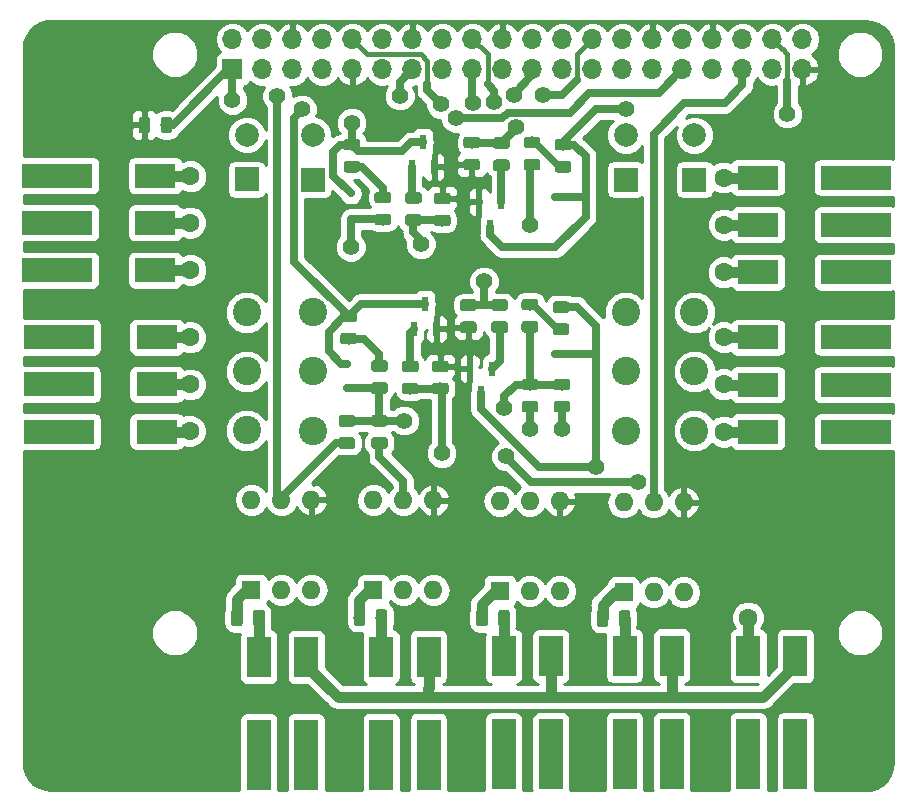
<source format=gtl>
G04 #@! TF.GenerationSoftware,KiCad,Pcbnew,(5.0.2)-1*
G04 #@! TF.CreationDate,2019-06-07T16:00:48+01:00*
G04 #@! TF.ProjectId,add_on_6-1,6164645f-6f6e-45f3-962d-312e6b696361,rev?*
G04 #@! TF.SameCoordinates,Original*
G04 #@! TF.FileFunction,Copper,L1,Top*
G04 #@! TF.FilePolarity,Positive*
%FSLAX46Y46*%
G04 Gerber Fmt 4.6, Leading zero omitted, Abs format (unit mm)*
G04 Created by KiCad (PCBNEW (5.0.2)-1) date 07/06/2019 16:00:48*
%MOMM*%
%LPD*%
G01*
G04 APERTURE LIST*
G04 #@! TA.AperFunction,ComponentPad*
%ADD10R,1.700000X1.700000*%
G04 #@! TD*
G04 #@! TA.AperFunction,ComponentPad*
%ADD11O,1.700000X1.700000*%
G04 #@! TD*
G04 #@! TA.AperFunction,Conductor*
%ADD12C,0.150000*%
G04 #@! TD*
G04 #@! TA.AperFunction,SMDPad,CuDef*
%ADD13C,0.975000*%
G04 #@! TD*
G04 #@! TA.AperFunction,SMDPad,CuDef*
%ADD14R,0.450000X0.600000*%
G04 #@! TD*
G04 #@! TA.AperFunction,SMDPad,CuDef*
%ADD15R,0.600000X0.450000*%
G04 #@! TD*
G04 #@! TA.AperFunction,ComponentPad*
%ADD16C,2.000000*%
G04 #@! TD*
G04 #@! TA.AperFunction,ComponentPad*
%ADD17R,2.000000X2.000000*%
G04 #@! TD*
G04 #@! TA.AperFunction,ComponentPad*
%ADD18C,2.400000*%
G04 #@! TD*
G04 #@! TA.AperFunction,SMDPad,CuDef*
%ADD19R,0.600000X1.300000*%
G04 #@! TD*
G04 #@! TA.AperFunction,ComponentPad*
%ADD20O,1.600000X1.600000*%
G04 #@! TD*
G04 #@! TA.AperFunction,ComponentPad*
%ADD21R,1.600000X1.600000*%
G04 #@! TD*
G04 #@! TA.AperFunction,SMDPad,CuDef*
%ADD22R,2.000000X3.500000*%
G04 #@! TD*
G04 #@! TA.AperFunction,SMDPad,CuDef*
%ADD23R,2.000000X6.000000*%
G04 #@! TD*
G04 #@! TA.AperFunction,SMDPad,CuDef*
%ADD24R,3.500000X2.000000*%
G04 #@! TD*
G04 #@! TA.AperFunction,SMDPad,CuDef*
%ADD25R,6.000000X2.000000*%
G04 #@! TD*
G04 #@! TA.AperFunction,ViaPad*
%ADD26C,1.400000*%
G04 #@! TD*
G04 #@! TA.AperFunction,ViaPad*
%ADD27C,1.600000*%
G04 #@! TD*
G04 #@! TA.AperFunction,Conductor*
%ADD28C,0.700000*%
G04 #@! TD*
G04 #@! TA.AperFunction,Conductor*
%ADD29C,0.400000*%
G04 #@! TD*
G04 #@! TA.AperFunction,Conductor*
%ADD30C,0.900000*%
G04 #@! TD*
G04 #@! TA.AperFunction,Conductor*
%ADD31C,0.500000*%
G04 #@! TD*
G04 #@! TA.AperFunction,Conductor*
%ADD32C,0.600000*%
G04 #@! TD*
G04 #@! TA.AperFunction,Conductor*
%ADD33C,0.254000*%
G04 #@! TD*
G04 APERTURE END LIST*
D10*
G04 #@! TO.P,P1,1*
G04 #@! TO.N,3V3_RPi*
X208370000Y-98770000D03*
D11*
G04 #@! TO.P,P1,2*
G04 #@! TO.N,Net-(P1-Pad2)*
X208370000Y-96230000D03*
G04 #@! TO.P,P1,3*
G04 #@! TO.N,Net-(P1-Pad3)*
X210910000Y-98770000D03*
G04 #@! TO.P,P1,4*
G04 #@! TO.N,Net-(P1-Pad4)*
X210910000Y-96230000D03*
G04 #@! TO.P,P1,5*
G04 #@! TO.N,Net-(P1-Pad5)*
X213450000Y-98770000D03*
G04 #@! TO.P,P1,6*
G04 #@! TO.N,GND_RPi*
X213450000Y-96230000D03*
G04 #@! TO.P,P1,7*
G04 #@! TO.N,Net-(P1-Pad7)*
X215990000Y-98770000D03*
G04 #@! TO.P,P1,8*
G04 #@! TO.N,Net-(P1-Pad8)*
X215990000Y-96230000D03*
G04 #@! TO.P,P1,9*
G04 #@! TO.N,GND_RPi*
X218530000Y-98770000D03*
G04 #@! TO.P,P1,10*
G04 #@! TO.N,Out_RPi_1*
X218530000Y-96230000D03*
G04 #@! TO.P,P1,11*
G04 #@! TO.N,Net-(P1-Pad11)*
X221070000Y-98770000D03*
G04 #@! TO.P,P1,12*
G04 #@! TO.N,Net-(P1-Pad12)*
X221070000Y-96230000D03*
G04 #@! TO.P,P1,13*
G04 #@! TO.N,In_RPi_1*
X223610000Y-98770000D03*
G04 #@! TO.P,P1,14*
G04 #@! TO.N,GND_RPi*
X223610000Y-96230000D03*
G04 #@! TO.P,P1,15*
G04 #@! TO.N,Net-(P1-Pad15)*
X226150000Y-98770000D03*
G04 #@! TO.P,P1,16*
G04 #@! TO.N,Net-(P1-Pad16)*
X226150000Y-96230000D03*
G04 #@! TO.P,P1,17*
G04 #@! TO.N,3V3_RPi*
X228690000Y-98770000D03*
G04 #@! TO.P,P1,18*
G04 #@! TO.N,Out_RPi_2*
X228690000Y-96230000D03*
G04 #@! TO.P,P1,19*
G04 #@! TO.N,Net-(P1-Pad19)*
X231230000Y-98770000D03*
G04 #@! TO.P,P1,20*
G04 #@! TO.N,GND_RPi*
X231230000Y-96230000D03*
G04 #@! TO.P,P1,21*
G04 #@! TO.N,In_RPi_2*
X233770000Y-98770000D03*
G04 #@! TO.P,P1,22*
G04 #@! TO.N,Net-(P1-Pad22)*
X233770000Y-96230000D03*
G04 #@! TO.P,P1,23*
G04 #@! TO.N,Net-(P1-Pad23)*
X236310000Y-98770000D03*
G04 #@! TO.P,P1,24*
G04 #@! TO.N,Net-(P1-Pad24)*
X236310000Y-96230000D03*
G04 #@! TO.P,P1,25*
G04 #@! TO.N,Net-(P1-Pad25)*
X238850000Y-98770000D03*
G04 #@! TO.P,P1,26*
G04 #@! TO.N,Out_RPi_3*
X238850000Y-96230000D03*
G04 #@! TO.P,P1,27*
G04 #@! TO.N,Net-(P1-Pad27)*
X241390000Y-98770000D03*
G04 #@! TO.P,P1,28*
G04 #@! TO.N,Net-(P1-Pad28)*
X241390000Y-96230000D03*
G04 #@! TO.P,P1,29*
G04 #@! TO.N,Net-(P1-Pad29)*
X243930000Y-98770000D03*
G04 #@! TO.P,P1,30*
G04 #@! TO.N,GND_RPi*
X243930000Y-96230000D03*
G04 #@! TO.P,P1,31*
G04 #@! TO.N,In_RPi_3*
X246470000Y-98770000D03*
G04 #@! TO.P,P1,32*
G04 #@! TO.N,Net-(P1-Pad32)*
X246470000Y-96230000D03*
G04 #@! TO.P,P1,33*
G04 #@! TO.N,Net-(P1-Pad33)*
X249010000Y-98770000D03*
G04 #@! TO.P,P1,34*
G04 #@! TO.N,GND_RPi*
X249010000Y-96230000D03*
G04 #@! TO.P,P1,35*
G04 #@! TO.N,In_RPi_4*
X251550000Y-98770000D03*
G04 #@! TO.P,P1,36*
G04 #@! TO.N,Net-(P1-Pad36)*
X251550000Y-96230000D03*
G04 #@! TO.P,P1,37*
G04 #@! TO.N,Net-(P1-Pad37)*
X254090000Y-98770000D03*
G04 #@! TO.P,P1,38*
G04 #@! TO.N,Out_RPi_4*
X254090000Y-96230000D03*
G04 #@! TO.P,P1,39*
G04 #@! TO.N,GND_RPi*
X256630000Y-98770000D03*
G04 #@! TO.P,P1,40*
G04 #@! TO.N,Net-(P1-Pad40)*
X256630000Y-96230000D03*
G04 #@! TD*
D12*
G04 #@! TO.N,GND_RPi*
G04 #@! TO.C,C1*
G36*
X226621422Y-109221114D02*
X226645083Y-109224624D01*
X226668287Y-109230436D01*
X226690809Y-109238494D01*
X226712433Y-109248722D01*
X226732950Y-109261019D01*
X226752163Y-109275269D01*
X226769887Y-109291333D01*
X226785951Y-109309057D01*
X226800201Y-109328270D01*
X226812498Y-109348787D01*
X226822726Y-109370411D01*
X226830784Y-109392933D01*
X226836596Y-109416137D01*
X226840106Y-109439798D01*
X226841280Y-109463690D01*
X226841280Y-109951190D01*
X226840106Y-109975082D01*
X226836596Y-109998743D01*
X226830784Y-110021947D01*
X226822726Y-110044469D01*
X226812498Y-110066093D01*
X226800201Y-110086610D01*
X226785951Y-110105823D01*
X226769887Y-110123547D01*
X226752163Y-110139611D01*
X226732950Y-110153861D01*
X226712433Y-110166158D01*
X226690809Y-110176386D01*
X226668287Y-110184444D01*
X226645083Y-110190256D01*
X226621422Y-110193766D01*
X226597530Y-110194940D01*
X225685030Y-110194940D01*
X225661138Y-110193766D01*
X225637477Y-110190256D01*
X225614273Y-110184444D01*
X225591751Y-110176386D01*
X225570127Y-110166158D01*
X225549610Y-110153861D01*
X225530397Y-110139611D01*
X225512673Y-110123547D01*
X225496609Y-110105823D01*
X225482359Y-110086610D01*
X225470062Y-110066093D01*
X225459834Y-110044469D01*
X225451776Y-110021947D01*
X225445964Y-109998743D01*
X225442454Y-109975082D01*
X225441280Y-109951190D01*
X225441280Y-109463690D01*
X225442454Y-109439798D01*
X225445964Y-109416137D01*
X225451776Y-109392933D01*
X225459834Y-109370411D01*
X225470062Y-109348787D01*
X225482359Y-109328270D01*
X225496609Y-109309057D01*
X225512673Y-109291333D01*
X225530397Y-109275269D01*
X225549610Y-109261019D01*
X225570127Y-109248722D01*
X225591751Y-109238494D01*
X225614273Y-109230436D01*
X225637477Y-109224624D01*
X225661138Y-109221114D01*
X225685030Y-109219940D01*
X226597530Y-109219940D01*
X226621422Y-109221114D01*
X226621422Y-109221114D01*
G37*
D13*
G04 #@! TD*
G04 #@! TO.P,C1,1*
G04 #@! TO.N,GND_RPi*
X226141280Y-109707440D03*
D12*
G04 #@! TO.N,Out_RPi_1*
G04 #@! TO.C,C1*
G36*
X226621422Y-111096114D02*
X226645083Y-111099624D01*
X226668287Y-111105436D01*
X226690809Y-111113494D01*
X226712433Y-111123722D01*
X226732950Y-111136019D01*
X226752163Y-111150269D01*
X226769887Y-111166333D01*
X226785951Y-111184057D01*
X226800201Y-111203270D01*
X226812498Y-111223787D01*
X226822726Y-111245411D01*
X226830784Y-111267933D01*
X226836596Y-111291137D01*
X226840106Y-111314798D01*
X226841280Y-111338690D01*
X226841280Y-111826190D01*
X226840106Y-111850082D01*
X226836596Y-111873743D01*
X226830784Y-111896947D01*
X226822726Y-111919469D01*
X226812498Y-111941093D01*
X226800201Y-111961610D01*
X226785951Y-111980823D01*
X226769887Y-111998547D01*
X226752163Y-112014611D01*
X226732950Y-112028861D01*
X226712433Y-112041158D01*
X226690809Y-112051386D01*
X226668287Y-112059444D01*
X226645083Y-112065256D01*
X226621422Y-112068766D01*
X226597530Y-112069940D01*
X225685030Y-112069940D01*
X225661138Y-112068766D01*
X225637477Y-112065256D01*
X225614273Y-112059444D01*
X225591751Y-112051386D01*
X225570127Y-112041158D01*
X225549610Y-112028861D01*
X225530397Y-112014611D01*
X225512673Y-111998547D01*
X225496609Y-111980823D01*
X225482359Y-111961610D01*
X225470062Y-111941093D01*
X225459834Y-111919469D01*
X225451776Y-111896947D01*
X225445964Y-111873743D01*
X225442454Y-111850082D01*
X225441280Y-111826190D01*
X225441280Y-111338690D01*
X225442454Y-111314798D01*
X225445964Y-111291137D01*
X225451776Y-111267933D01*
X225459834Y-111245411D01*
X225470062Y-111223787D01*
X225482359Y-111203270D01*
X225496609Y-111184057D01*
X225512673Y-111166333D01*
X225530397Y-111150269D01*
X225549610Y-111136019D01*
X225570127Y-111123722D01*
X225591751Y-111113494D01*
X225614273Y-111105436D01*
X225637477Y-111099624D01*
X225661138Y-111096114D01*
X225685030Y-111094940D01*
X226597530Y-111094940D01*
X226621422Y-111096114D01*
X226621422Y-111096114D01*
G37*
D13*
G04 #@! TD*
G04 #@! TO.P,C1,2*
G04 #@! TO.N,Out_RPi_1*
X226141280Y-111582440D03*
D12*
G04 #@! TO.N,GND_RPi*
G04 #@! TO.C,C2*
G36*
X226458862Y-123442574D02*
X226482523Y-123446084D01*
X226505727Y-123451896D01*
X226528249Y-123459954D01*
X226549873Y-123470182D01*
X226570390Y-123482479D01*
X226589603Y-123496729D01*
X226607327Y-123512793D01*
X226623391Y-123530517D01*
X226637641Y-123549730D01*
X226649938Y-123570247D01*
X226660166Y-123591871D01*
X226668224Y-123614393D01*
X226674036Y-123637597D01*
X226677546Y-123661258D01*
X226678720Y-123685150D01*
X226678720Y-124172650D01*
X226677546Y-124196542D01*
X226674036Y-124220203D01*
X226668224Y-124243407D01*
X226660166Y-124265929D01*
X226649938Y-124287553D01*
X226637641Y-124308070D01*
X226623391Y-124327283D01*
X226607327Y-124345007D01*
X226589603Y-124361071D01*
X226570390Y-124375321D01*
X226549873Y-124387618D01*
X226528249Y-124397846D01*
X226505727Y-124405904D01*
X226482523Y-124411716D01*
X226458862Y-124415226D01*
X226434970Y-124416400D01*
X225522470Y-124416400D01*
X225498578Y-124415226D01*
X225474917Y-124411716D01*
X225451713Y-124405904D01*
X225429191Y-124397846D01*
X225407567Y-124387618D01*
X225387050Y-124375321D01*
X225367837Y-124361071D01*
X225350113Y-124345007D01*
X225334049Y-124327283D01*
X225319799Y-124308070D01*
X225307502Y-124287553D01*
X225297274Y-124265929D01*
X225289216Y-124243407D01*
X225283404Y-124220203D01*
X225279894Y-124196542D01*
X225278720Y-124172650D01*
X225278720Y-123685150D01*
X225279894Y-123661258D01*
X225283404Y-123637597D01*
X225289216Y-123614393D01*
X225297274Y-123591871D01*
X225307502Y-123570247D01*
X225319799Y-123549730D01*
X225334049Y-123530517D01*
X225350113Y-123512793D01*
X225367837Y-123496729D01*
X225387050Y-123482479D01*
X225407567Y-123470182D01*
X225429191Y-123459954D01*
X225451713Y-123451896D01*
X225474917Y-123446084D01*
X225498578Y-123442574D01*
X225522470Y-123441400D01*
X226434970Y-123441400D01*
X226458862Y-123442574D01*
X226458862Y-123442574D01*
G37*
D13*
G04 #@! TD*
G04 #@! TO.P,C2,1*
G04 #@! TO.N,GND_RPi*
X225978720Y-123928900D03*
D12*
G04 #@! TO.N,Out_RPi_2*
G04 #@! TO.C,C2*
G36*
X226458862Y-125317574D02*
X226482523Y-125321084D01*
X226505727Y-125326896D01*
X226528249Y-125334954D01*
X226549873Y-125345182D01*
X226570390Y-125357479D01*
X226589603Y-125371729D01*
X226607327Y-125387793D01*
X226623391Y-125405517D01*
X226637641Y-125424730D01*
X226649938Y-125445247D01*
X226660166Y-125466871D01*
X226668224Y-125489393D01*
X226674036Y-125512597D01*
X226677546Y-125536258D01*
X226678720Y-125560150D01*
X226678720Y-126047650D01*
X226677546Y-126071542D01*
X226674036Y-126095203D01*
X226668224Y-126118407D01*
X226660166Y-126140929D01*
X226649938Y-126162553D01*
X226637641Y-126183070D01*
X226623391Y-126202283D01*
X226607327Y-126220007D01*
X226589603Y-126236071D01*
X226570390Y-126250321D01*
X226549873Y-126262618D01*
X226528249Y-126272846D01*
X226505727Y-126280904D01*
X226482523Y-126286716D01*
X226458862Y-126290226D01*
X226434970Y-126291400D01*
X225522470Y-126291400D01*
X225498578Y-126290226D01*
X225474917Y-126286716D01*
X225451713Y-126280904D01*
X225429191Y-126272846D01*
X225407567Y-126262618D01*
X225387050Y-126250321D01*
X225367837Y-126236071D01*
X225350113Y-126220007D01*
X225334049Y-126202283D01*
X225319799Y-126183070D01*
X225307502Y-126162553D01*
X225297274Y-126140929D01*
X225289216Y-126118407D01*
X225283404Y-126095203D01*
X225279894Y-126071542D01*
X225278720Y-126047650D01*
X225278720Y-125560150D01*
X225279894Y-125536258D01*
X225283404Y-125512597D01*
X225289216Y-125489393D01*
X225297274Y-125466871D01*
X225307502Y-125445247D01*
X225319799Y-125424730D01*
X225334049Y-125405517D01*
X225350113Y-125387793D01*
X225367837Y-125371729D01*
X225387050Y-125357479D01*
X225407567Y-125345182D01*
X225429191Y-125334954D01*
X225451713Y-125326896D01*
X225474917Y-125321084D01*
X225498578Y-125317574D01*
X225522470Y-125316400D01*
X226434970Y-125316400D01*
X226458862Y-125317574D01*
X226458862Y-125317574D01*
G37*
D13*
G04 #@! TD*
G04 #@! TO.P,C2,2*
G04 #@! TO.N,Out_RPi_2*
X225978720Y-125803900D03*
D12*
G04 #@! TO.N,Out_RPi_3*
G04 #@! TO.C,C3*
G36*
X229105542Y-104499254D02*
X229129203Y-104502764D01*
X229152407Y-104508576D01*
X229174929Y-104516634D01*
X229196553Y-104526862D01*
X229217070Y-104539159D01*
X229236283Y-104553409D01*
X229254007Y-104569473D01*
X229270071Y-104587197D01*
X229284321Y-104606410D01*
X229296618Y-104626927D01*
X229306846Y-104648551D01*
X229314904Y-104671073D01*
X229320716Y-104694277D01*
X229324226Y-104717938D01*
X229325400Y-104741830D01*
X229325400Y-105229330D01*
X229324226Y-105253222D01*
X229320716Y-105276883D01*
X229314904Y-105300087D01*
X229306846Y-105322609D01*
X229296618Y-105344233D01*
X229284321Y-105364750D01*
X229270071Y-105383963D01*
X229254007Y-105401687D01*
X229236283Y-105417751D01*
X229217070Y-105432001D01*
X229196553Y-105444298D01*
X229174929Y-105454526D01*
X229152407Y-105462584D01*
X229129203Y-105468396D01*
X229105542Y-105471906D01*
X229081650Y-105473080D01*
X228169150Y-105473080D01*
X228145258Y-105471906D01*
X228121597Y-105468396D01*
X228098393Y-105462584D01*
X228075871Y-105454526D01*
X228054247Y-105444298D01*
X228033730Y-105432001D01*
X228014517Y-105417751D01*
X227996793Y-105401687D01*
X227980729Y-105383963D01*
X227966479Y-105364750D01*
X227954182Y-105344233D01*
X227943954Y-105322609D01*
X227935896Y-105300087D01*
X227930084Y-105276883D01*
X227926574Y-105253222D01*
X227925400Y-105229330D01*
X227925400Y-104741830D01*
X227926574Y-104717938D01*
X227930084Y-104694277D01*
X227935896Y-104671073D01*
X227943954Y-104648551D01*
X227954182Y-104626927D01*
X227966479Y-104606410D01*
X227980729Y-104587197D01*
X227996793Y-104569473D01*
X228014517Y-104553409D01*
X228033730Y-104539159D01*
X228054247Y-104526862D01*
X228075871Y-104516634D01*
X228098393Y-104508576D01*
X228121597Y-104502764D01*
X228145258Y-104499254D01*
X228169150Y-104498080D01*
X229081650Y-104498080D01*
X229105542Y-104499254D01*
X229105542Y-104499254D01*
G37*
D13*
G04 #@! TD*
G04 #@! TO.P,C3,2*
G04 #@! TO.N,Out_RPi_3*
X228625400Y-104985580D03*
D12*
G04 #@! TO.N,GND_RPi*
G04 #@! TO.C,C3*
G36*
X229105542Y-106374254D02*
X229129203Y-106377764D01*
X229152407Y-106383576D01*
X229174929Y-106391634D01*
X229196553Y-106401862D01*
X229217070Y-106414159D01*
X229236283Y-106428409D01*
X229254007Y-106444473D01*
X229270071Y-106462197D01*
X229284321Y-106481410D01*
X229296618Y-106501927D01*
X229306846Y-106523551D01*
X229314904Y-106546073D01*
X229320716Y-106569277D01*
X229324226Y-106592938D01*
X229325400Y-106616830D01*
X229325400Y-107104330D01*
X229324226Y-107128222D01*
X229320716Y-107151883D01*
X229314904Y-107175087D01*
X229306846Y-107197609D01*
X229296618Y-107219233D01*
X229284321Y-107239750D01*
X229270071Y-107258963D01*
X229254007Y-107276687D01*
X229236283Y-107292751D01*
X229217070Y-107307001D01*
X229196553Y-107319298D01*
X229174929Y-107329526D01*
X229152407Y-107337584D01*
X229129203Y-107343396D01*
X229105542Y-107346906D01*
X229081650Y-107348080D01*
X228169150Y-107348080D01*
X228145258Y-107346906D01*
X228121597Y-107343396D01*
X228098393Y-107337584D01*
X228075871Y-107329526D01*
X228054247Y-107319298D01*
X228033730Y-107307001D01*
X228014517Y-107292751D01*
X227996793Y-107276687D01*
X227980729Y-107258963D01*
X227966479Y-107239750D01*
X227954182Y-107219233D01*
X227943954Y-107197609D01*
X227935896Y-107175087D01*
X227930084Y-107151883D01*
X227926574Y-107128222D01*
X227925400Y-107104330D01*
X227925400Y-106616830D01*
X227926574Y-106592938D01*
X227930084Y-106569277D01*
X227935896Y-106546073D01*
X227943954Y-106523551D01*
X227954182Y-106501927D01*
X227966479Y-106481410D01*
X227980729Y-106462197D01*
X227996793Y-106444473D01*
X228014517Y-106428409D01*
X228033730Y-106414159D01*
X228054247Y-106401862D01*
X228075871Y-106391634D01*
X228098393Y-106383576D01*
X228121597Y-106377764D01*
X228145258Y-106374254D01*
X228169150Y-106373080D01*
X229081650Y-106373080D01*
X229105542Y-106374254D01*
X229105542Y-106374254D01*
G37*
D13*
G04 #@! TD*
G04 #@! TO.P,C3,1*
G04 #@! TO.N,GND_RPi*
X228625400Y-106860580D03*
D12*
G04 #@! TO.N,GND_RPi*
G04 #@! TO.C,C4*
G36*
X228821062Y-120133434D02*
X228844723Y-120136944D01*
X228867927Y-120142756D01*
X228890449Y-120150814D01*
X228912073Y-120161042D01*
X228932590Y-120173339D01*
X228951803Y-120187589D01*
X228969527Y-120203653D01*
X228985591Y-120221377D01*
X228999841Y-120240590D01*
X229012138Y-120261107D01*
X229022366Y-120282731D01*
X229030424Y-120305253D01*
X229036236Y-120328457D01*
X229039746Y-120352118D01*
X229040920Y-120376010D01*
X229040920Y-120863510D01*
X229039746Y-120887402D01*
X229036236Y-120911063D01*
X229030424Y-120934267D01*
X229022366Y-120956789D01*
X229012138Y-120978413D01*
X228999841Y-120998930D01*
X228985591Y-121018143D01*
X228969527Y-121035867D01*
X228951803Y-121051931D01*
X228932590Y-121066181D01*
X228912073Y-121078478D01*
X228890449Y-121088706D01*
X228867927Y-121096764D01*
X228844723Y-121102576D01*
X228821062Y-121106086D01*
X228797170Y-121107260D01*
X227884670Y-121107260D01*
X227860778Y-121106086D01*
X227837117Y-121102576D01*
X227813913Y-121096764D01*
X227791391Y-121088706D01*
X227769767Y-121078478D01*
X227749250Y-121066181D01*
X227730037Y-121051931D01*
X227712313Y-121035867D01*
X227696249Y-121018143D01*
X227681999Y-120998930D01*
X227669702Y-120978413D01*
X227659474Y-120956789D01*
X227651416Y-120934267D01*
X227645604Y-120911063D01*
X227642094Y-120887402D01*
X227640920Y-120863510D01*
X227640920Y-120376010D01*
X227642094Y-120352118D01*
X227645604Y-120328457D01*
X227651416Y-120305253D01*
X227659474Y-120282731D01*
X227669702Y-120261107D01*
X227681999Y-120240590D01*
X227696249Y-120221377D01*
X227712313Y-120203653D01*
X227730037Y-120187589D01*
X227749250Y-120173339D01*
X227769767Y-120161042D01*
X227791391Y-120150814D01*
X227813913Y-120142756D01*
X227837117Y-120136944D01*
X227860778Y-120133434D01*
X227884670Y-120132260D01*
X228797170Y-120132260D01*
X228821062Y-120133434D01*
X228821062Y-120133434D01*
G37*
D13*
G04 #@! TD*
G04 #@! TO.P,C4,1*
G04 #@! TO.N,GND_RPi*
X228340920Y-120619760D03*
D12*
G04 #@! TO.N,Out_RPi_4*
G04 #@! TO.C,C4*
G36*
X228821062Y-118258434D02*
X228844723Y-118261944D01*
X228867927Y-118267756D01*
X228890449Y-118275814D01*
X228912073Y-118286042D01*
X228932590Y-118298339D01*
X228951803Y-118312589D01*
X228969527Y-118328653D01*
X228985591Y-118346377D01*
X228999841Y-118365590D01*
X229012138Y-118386107D01*
X229022366Y-118407731D01*
X229030424Y-118430253D01*
X229036236Y-118453457D01*
X229039746Y-118477118D01*
X229040920Y-118501010D01*
X229040920Y-118988510D01*
X229039746Y-119012402D01*
X229036236Y-119036063D01*
X229030424Y-119059267D01*
X229022366Y-119081789D01*
X229012138Y-119103413D01*
X228999841Y-119123930D01*
X228985591Y-119143143D01*
X228969527Y-119160867D01*
X228951803Y-119176931D01*
X228932590Y-119191181D01*
X228912073Y-119203478D01*
X228890449Y-119213706D01*
X228867927Y-119221764D01*
X228844723Y-119227576D01*
X228821062Y-119231086D01*
X228797170Y-119232260D01*
X227884670Y-119232260D01*
X227860778Y-119231086D01*
X227837117Y-119227576D01*
X227813913Y-119221764D01*
X227791391Y-119213706D01*
X227769767Y-119203478D01*
X227749250Y-119191181D01*
X227730037Y-119176931D01*
X227712313Y-119160867D01*
X227696249Y-119143143D01*
X227681999Y-119123930D01*
X227669702Y-119103413D01*
X227659474Y-119081789D01*
X227651416Y-119059267D01*
X227645604Y-119036063D01*
X227642094Y-119012402D01*
X227640920Y-118988510D01*
X227640920Y-118501010D01*
X227642094Y-118477118D01*
X227645604Y-118453457D01*
X227651416Y-118430253D01*
X227659474Y-118407731D01*
X227669702Y-118386107D01*
X227681999Y-118365590D01*
X227696249Y-118346377D01*
X227712313Y-118328653D01*
X227730037Y-118312589D01*
X227749250Y-118298339D01*
X227769767Y-118286042D01*
X227791391Y-118275814D01*
X227813913Y-118267756D01*
X227837117Y-118261944D01*
X227860778Y-118258434D01*
X227884670Y-118257260D01*
X228797170Y-118257260D01*
X228821062Y-118258434D01*
X228821062Y-118258434D01*
G37*
D13*
G04 #@! TD*
G04 #@! TO.P,C4,2*
G04 #@! TO.N,Out_RPi_4*
X228340920Y-118744760D03*
D12*
G04 #@! TO.N,GND_RPi*
G04 #@! TO.C,C_3V3*
G36*
X201179262Y-102796314D02*
X201202923Y-102799824D01*
X201226127Y-102805636D01*
X201248649Y-102813694D01*
X201270273Y-102823922D01*
X201290790Y-102836219D01*
X201310003Y-102850469D01*
X201327727Y-102866533D01*
X201343791Y-102884257D01*
X201358041Y-102903470D01*
X201370338Y-102923987D01*
X201380566Y-102945611D01*
X201388624Y-102968133D01*
X201394436Y-102991337D01*
X201397946Y-103014998D01*
X201399120Y-103038890D01*
X201399120Y-103951390D01*
X201397946Y-103975282D01*
X201394436Y-103998943D01*
X201388624Y-104022147D01*
X201380566Y-104044669D01*
X201370338Y-104066293D01*
X201358041Y-104086810D01*
X201343791Y-104106023D01*
X201327727Y-104123747D01*
X201310003Y-104139811D01*
X201290790Y-104154061D01*
X201270273Y-104166358D01*
X201248649Y-104176586D01*
X201226127Y-104184644D01*
X201202923Y-104190456D01*
X201179262Y-104193966D01*
X201155370Y-104195140D01*
X200667870Y-104195140D01*
X200643978Y-104193966D01*
X200620317Y-104190456D01*
X200597113Y-104184644D01*
X200574591Y-104176586D01*
X200552967Y-104166358D01*
X200532450Y-104154061D01*
X200513237Y-104139811D01*
X200495513Y-104123747D01*
X200479449Y-104106023D01*
X200465199Y-104086810D01*
X200452902Y-104066293D01*
X200442674Y-104044669D01*
X200434616Y-104022147D01*
X200428804Y-103998943D01*
X200425294Y-103975282D01*
X200424120Y-103951390D01*
X200424120Y-103038890D01*
X200425294Y-103014998D01*
X200428804Y-102991337D01*
X200434616Y-102968133D01*
X200442674Y-102945611D01*
X200452902Y-102923987D01*
X200465199Y-102903470D01*
X200479449Y-102884257D01*
X200495513Y-102866533D01*
X200513237Y-102850469D01*
X200532450Y-102836219D01*
X200552967Y-102823922D01*
X200574591Y-102813694D01*
X200597113Y-102805636D01*
X200620317Y-102799824D01*
X200643978Y-102796314D01*
X200667870Y-102795140D01*
X201155370Y-102795140D01*
X201179262Y-102796314D01*
X201179262Y-102796314D01*
G37*
D13*
G04 #@! TD*
G04 #@! TO.P,C_3V3,2*
G04 #@! TO.N,GND_RPi*
X200911620Y-103495140D03*
D12*
G04 #@! TO.N,3V3_RPi*
G04 #@! TO.C,C_3V3*
G36*
X203054262Y-102796314D02*
X203077923Y-102799824D01*
X203101127Y-102805636D01*
X203123649Y-102813694D01*
X203145273Y-102823922D01*
X203165790Y-102836219D01*
X203185003Y-102850469D01*
X203202727Y-102866533D01*
X203218791Y-102884257D01*
X203233041Y-102903470D01*
X203245338Y-102923987D01*
X203255566Y-102945611D01*
X203263624Y-102968133D01*
X203269436Y-102991337D01*
X203272946Y-103014998D01*
X203274120Y-103038890D01*
X203274120Y-103951390D01*
X203272946Y-103975282D01*
X203269436Y-103998943D01*
X203263624Y-104022147D01*
X203255566Y-104044669D01*
X203245338Y-104066293D01*
X203233041Y-104086810D01*
X203218791Y-104106023D01*
X203202727Y-104123747D01*
X203185003Y-104139811D01*
X203165790Y-104154061D01*
X203145273Y-104166358D01*
X203123649Y-104176586D01*
X203101127Y-104184644D01*
X203077923Y-104190456D01*
X203054262Y-104193966D01*
X203030370Y-104195140D01*
X202542870Y-104195140D01*
X202518978Y-104193966D01*
X202495317Y-104190456D01*
X202472113Y-104184644D01*
X202449591Y-104176586D01*
X202427967Y-104166358D01*
X202407450Y-104154061D01*
X202388237Y-104139811D01*
X202370513Y-104123747D01*
X202354449Y-104106023D01*
X202340199Y-104086810D01*
X202327902Y-104066293D01*
X202317674Y-104044669D01*
X202309616Y-104022147D01*
X202303804Y-103998943D01*
X202300294Y-103975282D01*
X202299120Y-103951390D01*
X202299120Y-103038890D01*
X202300294Y-103014998D01*
X202303804Y-102991337D01*
X202309616Y-102968133D01*
X202317674Y-102945611D01*
X202327902Y-102923987D01*
X202340199Y-102903470D01*
X202354449Y-102884257D01*
X202370513Y-102866533D01*
X202388237Y-102850469D01*
X202407450Y-102836219D01*
X202427967Y-102823922D01*
X202449591Y-102813694D01*
X202472113Y-102805636D01*
X202495317Y-102799824D01*
X202518978Y-102796314D01*
X202542870Y-102795140D01*
X203030370Y-102795140D01*
X203054262Y-102796314D01*
X203054262Y-102796314D01*
G37*
D13*
G04 #@! TD*
G04 #@! TO.P,C_3V3,1*
G04 #@! TO.N,3V3_RPi*
X202786620Y-103495140D03*
D14*
G04 #@! TO.P,D1,2*
G04 #@! TO.N,Net-(D1-Pad2)*
X218384520Y-109356480D03*
G04 #@! TO.P,D1,1*
G04 #@! TO.N,3V3_RPi*
X218384520Y-111456480D03*
G04 #@! TD*
G04 #@! TO.P,D2,1*
G04 #@! TO.N,3V3_RPi*
X218069560Y-125797320D03*
G04 #@! TO.P,D2,2*
G04 #@! TO.N,Net-(D2-Pad2)*
X218069560Y-123697320D03*
G04 #@! TD*
D15*
G04 #@! TO.P,D3,2*
G04 #@! TO.N,Net-(D3-Pad2)*
X235705360Y-109570520D03*
G04 #@! TO.P,D3,1*
G04 #@! TO.N,3V3_RPi*
X233605360Y-109570520D03*
G04 #@! TD*
G04 #@! TO.P,D4,2*
G04 #@! TO.N,Net-(D4-Pad2)*
X235644400Y-122918220D03*
G04 #@! TO.P,D4,1*
G04 #@! TO.N,3V3_RPi*
X233544400Y-122918220D03*
G04 #@! TD*
D16*
G04 #@! TO.P,K1,A2*
G04 #@! TO.N,Net-(D1-Pad2)*
X215179040Y-104365400D03*
D17*
G04 #@! TO.P,K1,A1*
G04 #@! TO.N,3V3_RPi*
X215179040Y-108115400D03*
D18*
G04 #@! TO.P,K1,12*
G04 #@! TO.N,NC_1*
X215179040Y-119365400D03*
G04 #@! TO.P,K1,11*
G04 #@! TO.N,OUT1*
X215179040Y-124365400D03*
G04 #@! TO.P,K1,14*
G04 #@! TO.N,NO_1*
X215179040Y-129365400D03*
G04 #@! TD*
G04 #@! TO.P,K2,14*
G04 #@! TO.N,NO_2*
X209575800Y-129350160D03*
G04 #@! TO.P,K2,11*
G04 #@! TO.N,OUT2*
X209575800Y-124350160D03*
G04 #@! TO.P,K2,12*
G04 #@! TO.N,NC_2*
X209575800Y-119350160D03*
D17*
G04 #@! TO.P,K2,A1*
G04 #@! TO.N,3V3_RPi*
X209575800Y-108100160D03*
D16*
G04 #@! TO.P,K2,A2*
G04 #@! TO.N,Net-(D2-Pad2)*
X209575800Y-104350160D03*
G04 #@! TD*
D18*
G04 #@! TO.P,K3,14*
G04 #@! TO.N,NO_3*
X241656000Y-129365400D03*
G04 #@! TO.P,K3,11*
G04 #@! TO.N,OUT3*
X241656000Y-124365400D03*
G04 #@! TO.P,K3,12*
G04 #@! TO.N,NC_3*
X241656000Y-119365400D03*
D17*
G04 #@! TO.P,K3,A1*
G04 #@! TO.N,3V3_RPi*
X241656000Y-108115400D03*
D16*
G04 #@! TO.P,K3,A2*
G04 #@! TO.N,Net-(D3-Pad2)*
X241656000Y-104365400D03*
G04 #@! TD*
G04 #@! TO.P,K4,A2*
G04 #@! TO.N,Net-(D4-Pad2)*
X247482760Y-104365400D03*
D17*
G04 #@! TO.P,K4,A1*
G04 #@! TO.N,3V3_RPi*
X247482760Y-108115400D03*
D18*
G04 #@! TO.P,K4,12*
G04 #@! TO.N,NC_4*
X247482760Y-119365400D03*
G04 #@! TO.P,K4,11*
G04 #@! TO.N,OUT4*
X247482760Y-124365400D03*
G04 #@! TO.P,K4,14*
G04 #@! TO.N,NO_4*
X247482760Y-129365400D03*
G04 #@! TD*
D12*
G04 #@! TO.N,Net-(LED1-Pad2)*
G04 #@! TO.C,LED1*
G36*
X218956102Y-106544734D02*
X218979763Y-106548244D01*
X219002967Y-106554056D01*
X219025489Y-106562114D01*
X219047113Y-106572342D01*
X219067630Y-106584639D01*
X219086843Y-106598889D01*
X219104567Y-106614953D01*
X219120631Y-106632677D01*
X219134881Y-106651890D01*
X219147178Y-106672407D01*
X219157406Y-106694031D01*
X219165464Y-106716553D01*
X219171276Y-106739757D01*
X219174786Y-106763418D01*
X219175960Y-106787310D01*
X219175960Y-107274810D01*
X219174786Y-107298702D01*
X219171276Y-107322363D01*
X219165464Y-107345567D01*
X219157406Y-107368089D01*
X219147178Y-107389713D01*
X219134881Y-107410230D01*
X219120631Y-107429443D01*
X219104567Y-107447167D01*
X219086843Y-107463231D01*
X219067630Y-107477481D01*
X219047113Y-107489778D01*
X219025489Y-107500006D01*
X219002967Y-107508064D01*
X218979763Y-107513876D01*
X218956102Y-107517386D01*
X218932210Y-107518560D01*
X218019710Y-107518560D01*
X217995818Y-107517386D01*
X217972157Y-107513876D01*
X217948953Y-107508064D01*
X217926431Y-107500006D01*
X217904807Y-107489778D01*
X217884290Y-107477481D01*
X217865077Y-107463231D01*
X217847353Y-107447167D01*
X217831289Y-107429443D01*
X217817039Y-107410230D01*
X217804742Y-107389713D01*
X217794514Y-107368089D01*
X217786456Y-107345567D01*
X217780644Y-107322363D01*
X217777134Y-107298702D01*
X217775960Y-107274810D01*
X217775960Y-106787310D01*
X217777134Y-106763418D01*
X217780644Y-106739757D01*
X217786456Y-106716553D01*
X217794514Y-106694031D01*
X217804742Y-106672407D01*
X217817039Y-106651890D01*
X217831289Y-106632677D01*
X217847353Y-106614953D01*
X217865077Y-106598889D01*
X217884290Y-106584639D01*
X217904807Y-106572342D01*
X217926431Y-106562114D01*
X217948953Y-106554056D01*
X217972157Y-106548244D01*
X217995818Y-106544734D01*
X218019710Y-106543560D01*
X218932210Y-106543560D01*
X218956102Y-106544734D01*
X218956102Y-106544734D01*
G37*
D13*
G04 #@! TD*
G04 #@! TO.P,LED1,2*
G04 #@! TO.N,Net-(LED1-Pad2)*
X218475960Y-107031060D03*
D12*
G04 #@! TO.N,Net-(D1-Pad2)*
G04 #@! TO.C,LED1*
G36*
X218956102Y-104669734D02*
X218979763Y-104673244D01*
X219002967Y-104679056D01*
X219025489Y-104687114D01*
X219047113Y-104697342D01*
X219067630Y-104709639D01*
X219086843Y-104723889D01*
X219104567Y-104739953D01*
X219120631Y-104757677D01*
X219134881Y-104776890D01*
X219147178Y-104797407D01*
X219157406Y-104819031D01*
X219165464Y-104841553D01*
X219171276Y-104864757D01*
X219174786Y-104888418D01*
X219175960Y-104912310D01*
X219175960Y-105399810D01*
X219174786Y-105423702D01*
X219171276Y-105447363D01*
X219165464Y-105470567D01*
X219157406Y-105493089D01*
X219147178Y-105514713D01*
X219134881Y-105535230D01*
X219120631Y-105554443D01*
X219104567Y-105572167D01*
X219086843Y-105588231D01*
X219067630Y-105602481D01*
X219047113Y-105614778D01*
X219025489Y-105625006D01*
X219002967Y-105633064D01*
X218979763Y-105638876D01*
X218956102Y-105642386D01*
X218932210Y-105643560D01*
X218019710Y-105643560D01*
X217995818Y-105642386D01*
X217972157Y-105638876D01*
X217948953Y-105633064D01*
X217926431Y-105625006D01*
X217904807Y-105614778D01*
X217884290Y-105602481D01*
X217865077Y-105588231D01*
X217847353Y-105572167D01*
X217831289Y-105554443D01*
X217817039Y-105535230D01*
X217804742Y-105514713D01*
X217794514Y-105493089D01*
X217786456Y-105470567D01*
X217780644Y-105447363D01*
X217777134Y-105423702D01*
X217775960Y-105399810D01*
X217775960Y-104912310D01*
X217777134Y-104888418D01*
X217780644Y-104864757D01*
X217786456Y-104841553D01*
X217794514Y-104819031D01*
X217804742Y-104797407D01*
X217817039Y-104776890D01*
X217831289Y-104757677D01*
X217847353Y-104739953D01*
X217865077Y-104723889D01*
X217884290Y-104709639D01*
X217904807Y-104697342D01*
X217926431Y-104687114D01*
X217948953Y-104679056D01*
X217972157Y-104673244D01*
X217995818Y-104669734D01*
X218019710Y-104668560D01*
X218932210Y-104668560D01*
X218956102Y-104669734D01*
X218956102Y-104669734D01*
G37*
D13*
G04 #@! TD*
G04 #@! TO.P,LED1,1*
G04 #@! TO.N,Net-(D1-Pad2)*
X218475960Y-105156060D03*
D12*
G04 #@! TO.N,Net-(LED2-Pad2)*
G04 #@! TO.C,LED2*
G36*
X218681782Y-121091314D02*
X218705443Y-121094824D01*
X218728647Y-121100636D01*
X218751169Y-121108694D01*
X218772793Y-121118922D01*
X218793310Y-121131219D01*
X218812523Y-121145469D01*
X218830247Y-121161533D01*
X218846311Y-121179257D01*
X218860561Y-121198470D01*
X218872858Y-121218987D01*
X218883086Y-121240611D01*
X218891144Y-121263133D01*
X218896956Y-121286337D01*
X218900466Y-121309998D01*
X218901640Y-121333890D01*
X218901640Y-121821390D01*
X218900466Y-121845282D01*
X218896956Y-121868943D01*
X218891144Y-121892147D01*
X218883086Y-121914669D01*
X218872858Y-121936293D01*
X218860561Y-121956810D01*
X218846311Y-121976023D01*
X218830247Y-121993747D01*
X218812523Y-122009811D01*
X218793310Y-122024061D01*
X218772793Y-122036358D01*
X218751169Y-122046586D01*
X218728647Y-122054644D01*
X218705443Y-122060456D01*
X218681782Y-122063966D01*
X218657890Y-122065140D01*
X217745390Y-122065140D01*
X217721498Y-122063966D01*
X217697837Y-122060456D01*
X217674633Y-122054644D01*
X217652111Y-122046586D01*
X217630487Y-122036358D01*
X217609970Y-122024061D01*
X217590757Y-122009811D01*
X217573033Y-121993747D01*
X217556969Y-121976023D01*
X217542719Y-121956810D01*
X217530422Y-121936293D01*
X217520194Y-121914669D01*
X217512136Y-121892147D01*
X217506324Y-121868943D01*
X217502814Y-121845282D01*
X217501640Y-121821390D01*
X217501640Y-121333890D01*
X217502814Y-121309998D01*
X217506324Y-121286337D01*
X217512136Y-121263133D01*
X217520194Y-121240611D01*
X217530422Y-121218987D01*
X217542719Y-121198470D01*
X217556969Y-121179257D01*
X217573033Y-121161533D01*
X217590757Y-121145469D01*
X217609970Y-121131219D01*
X217630487Y-121118922D01*
X217652111Y-121108694D01*
X217674633Y-121100636D01*
X217697837Y-121094824D01*
X217721498Y-121091314D01*
X217745390Y-121090140D01*
X218657890Y-121090140D01*
X218681782Y-121091314D01*
X218681782Y-121091314D01*
G37*
D13*
G04 #@! TD*
G04 #@! TO.P,LED2,2*
G04 #@! TO.N,Net-(LED2-Pad2)*
X218201640Y-121577640D03*
D12*
G04 #@! TO.N,Net-(D2-Pad2)*
G04 #@! TO.C,LED2*
G36*
X218681782Y-119216314D02*
X218705443Y-119219824D01*
X218728647Y-119225636D01*
X218751169Y-119233694D01*
X218772793Y-119243922D01*
X218793310Y-119256219D01*
X218812523Y-119270469D01*
X218830247Y-119286533D01*
X218846311Y-119304257D01*
X218860561Y-119323470D01*
X218872858Y-119343987D01*
X218883086Y-119365611D01*
X218891144Y-119388133D01*
X218896956Y-119411337D01*
X218900466Y-119434998D01*
X218901640Y-119458890D01*
X218901640Y-119946390D01*
X218900466Y-119970282D01*
X218896956Y-119993943D01*
X218891144Y-120017147D01*
X218883086Y-120039669D01*
X218872858Y-120061293D01*
X218860561Y-120081810D01*
X218846311Y-120101023D01*
X218830247Y-120118747D01*
X218812523Y-120134811D01*
X218793310Y-120149061D01*
X218772793Y-120161358D01*
X218751169Y-120171586D01*
X218728647Y-120179644D01*
X218705443Y-120185456D01*
X218681782Y-120188966D01*
X218657890Y-120190140D01*
X217745390Y-120190140D01*
X217721498Y-120188966D01*
X217697837Y-120185456D01*
X217674633Y-120179644D01*
X217652111Y-120171586D01*
X217630487Y-120161358D01*
X217609970Y-120149061D01*
X217590757Y-120134811D01*
X217573033Y-120118747D01*
X217556969Y-120101023D01*
X217542719Y-120081810D01*
X217530422Y-120061293D01*
X217520194Y-120039669D01*
X217512136Y-120017147D01*
X217506324Y-119993943D01*
X217502814Y-119970282D01*
X217501640Y-119946390D01*
X217501640Y-119458890D01*
X217502814Y-119434998D01*
X217506324Y-119411337D01*
X217512136Y-119388133D01*
X217520194Y-119365611D01*
X217530422Y-119343987D01*
X217542719Y-119323470D01*
X217556969Y-119304257D01*
X217573033Y-119286533D01*
X217590757Y-119270469D01*
X217609970Y-119256219D01*
X217630487Y-119243922D01*
X217652111Y-119233694D01*
X217674633Y-119225636D01*
X217697837Y-119219824D01*
X217721498Y-119216314D01*
X217745390Y-119215140D01*
X218657890Y-119215140D01*
X218681782Y-119216314D01*
X218681782Y-119216314D01*
G37*
D13*
G04 #@! TD*
G04 #@! TO.P,LED2,1*
G04 #@! TO.N,Net-(D2-Pad2)*
X218201640Y-119702640D03*
D12*
G04 #@! TO.N,Net-(D3-Pad2)*
G04 #@! TO.C,LED3*
G36*
X236842782Y-104674814D02*
X236866443Y-104678324D01*
X236889647Y-104684136D01*
X236912169Y-104692194D01*
X236933793Y-104702422D01*
X236954310Y-104714719D01*
X236973523Y-104728969D01*
X236991247Y-104745033D01*
X237007311Y-104762757D01*
X237021561Y-104781970D01*
X237033858Y-104802487D01*
X237044086Y-104824111D01*
X237052144Y-104846633D01*
X237057956Y-104869837D01*
X237061466Y-104893498D01*
X237062640Y-104917390D01*
X237062640Y-105404890D01*
X237061466Y-105428782D01*
X237057956Y-105452443D01*
X237052144Y-105475647D01*
X237044086Y-105498169D01*
X237033858Y-105519793D01*
X237021561Y-105540310D01*
X237007311Y-105559523D01*
X236991247Y-105577247D01*
X236973523Y-105593311D01*
X236954310Y-105607561D01*
X236933793Y-105619858D01*
X236912169Y-105630086D01*
X236889647Y-105638144D01*
X236866443Y-105643956D01*
X236842782Y-105647466D01*
X236818890Y-105648640D01*
X235906390Y-105648640D01*
X235882498Y-105647466D01*
X235858837Y-105643956D01*
X235835633Y-105638144D01*
X235813111Y-105630086D01*
X235791487Y-105619858D01*
X235770970Y-105607561D01*
X235751757Y-105593311D01*
X235734033Y-105577247D01*
X235717969Y-105559523D01*
X235703719Y-105540310D01*
X235691422Y-105519793D01*
X235681194Y-105498169D01*
X235673136Y-105475647D01*
X235667324Y-105452443D01*
X235663814Y-105428782D01*
X235662640Y-105404890D01*
X235662640Y-104917390D01*
X235663814Y-104893498D01*
X235667324Y-104869837D01*
X235673136Y-104846633D01*
X235681194Y-104824111D01*
X235691422Y-104802487D01*
X235703719Y-104781970D01*
X235717969Y-104762757D01*
X235734033Y-104745033D01*
X235751757Y-104728969D01*
X235770970Y-104714719D01*
X235791487Y-104702422D01*
X235813111Y-104692194D01*
X235835633Y-104684136D01*
X235858837Y-104678324D01*
X235882498Y-104674814D01*
X235906390Y-104673640D01*
X236818890Y-104673640D01*
X236842782Y-104674814D01*
X236842782Y-104674814D01*
G37*
D13*
G04 #@! TD*
G04 #@! TO.P,LED3,1*
G04 #@! TO.N,Net-(D3-Pad2)*
X236362640Y-105161140D03*
D12*
G04 #@! TO.N,Net-(LED3-Pad2)*
G04 #@! TO.C,LED3*
G36*
X236842782Y-106549814D02*
X236866443Y-106553324D01*
X236889647Y-106559136D01*
X236912169Y-106567194D01*
X236933793Y-106577422D01*
X236954310Y-106589719D01*
X236973523Y-106603969D01*
X236991247Y-106620033D01*
X237007311Y-106637757D01*
X237021561Y-106656970D01*
X237033858Y-106677487D01*
X237044086Y-106699111D01*
X237052144Y-106721633D01*
X237057956Y-106744837D01*
X237061466Y-106768498D01*
X237062640Y-106792390D01*
X237062640Y-107279890D01*
X237061466Y-107303782D01*
X237057956Y-107327443D01*
X237052144Y-107350647D01*
X237044086Y-107373169D01*
X237033858Y-107394793D01*
X237021561Y-107415310D01*
X237007311Y-107434523D01*
X236991247Y-107452247D01*
X236973523Y-107468311D01*
X236954310Y-107482561D01*
X236933793Y-107494858D01*
X236912169Y-107505086D01*
X236889647Y-107513144D01*
X236866443Y-107518956D01*
X236842782Y-107522466D01*
X236818890Y-107523640D01*
X235906390Y-107523640D01*
X235882498Y-107522466D01*
X235858837Y-107518956D01*
X235835633Y-107513144D01*
X235813111Y-107505086D01*
X235791487Y-107494858D01*
X235770970Y-107482561D01*
X235751757Y-107468311D01*
X235734033Y-107452247D01*
X235717969Y-107434523D01*
X235703719Y-107415310D01*
X235691422Y-107394793D01*
X235681194Y-107373169D01*
X235673136Y-107350647D01*
X235667324Y-107327443D01*
X235663814Y-107303782D01*
X235662640Y-107279890D01*
X235662640Y-106792390D01*
X235663814Y-106768498D01*
X235667324Y-106744837D01*
X235673136Y-106721633D01*
X235681194Y-106699111D01*
X235691422Y-106677487D01*
X235703719Y-106656970D01*
X235717969Y-106637757D01*
X235734033Y-106620033D01*
X235751757Y-106603969D01*
X235770970Y-106589719D01*
X235791487Y-106577422D01*
X235813111Y-106567194D01*
X235835633Y-106559136D01*
X235858837Y-106553324D01*
X235882498Y-106549814D01*
X235906390Y-106548640D01*
X236818890Y-106548640D01*
X236842782Y-106549814D01*
X236842782Y-106549814D01*
G37*
D13*
G04 #@! TD*
G04 #@! TO.P,LED3,2*
G04 #@! TO.N,Net-(LED3-Pad2)*
X236362640Y-107036140D03*
D12*
G04 #@! TO.N,Net-(LED4-Pad2)*
G04 #@! TO.C,LED4*
G36*
X236687442Y-120298534D02*
X236711103Y-120302044D01*
X236734307Y-120307856D01*
X236756829Y-120315914D01*
X236778453Y-120326142D01*
X236798970Y-120338439D01*
X236818183Y-120352689D01*
X236835907Y-120368753D01*
X236851971Y-120386477D01*
X236866221Y-120405690D01*
X236878518Y-120426207D01*
X236888746Y-120447831D01*
X236896804Y-120470353D01*
X236902616Y-120493557D01*
X236906126Y-120517218D01*
X236907300Y-120541110D01*
X236907300Y-121028610D01*
X236906126Y-121052502D01*
X236902616Y-121076163D01*
X236896804Y-121099367D01*
X236888746Y-121121889D01*
X236878518Y-121143513D01*
X236866221Y-121164030D01*
X236851971Y-121183243D01*
X236835907Y-121200967D01*
X236818183Y-121217031D01*
X236798970Y-121231281D01*
X236778453Y-121243578D01*
X236756829Y-121253806D01*
X236734307Y-121261864D01*
X236711103Y-121267676D01*
X236687442Y-121271186D01*
X236663550Y-121272360D01*
X235751050Y-121272360D01*
X235727158Y-121271186D01*
X235703497Y-121267676D01*
X235680293Y-121261864D01*
X235657771Y-121253806D01*
X235636147Y-121243578D01*
X235615630Y-121231281D01*
X235596417Y-121217031D01*
X235578693Y-121200967D01*
X235562629Y-121183243D01*
X235548379Y-121164030D01*
X235536082Y-121143513D01*
X235525854Y-121121889D01*
X235517796Y-121099367D01*
X235511984Y-121076163D01*
X235508474Y-121052502D01*
X235507300Y-121028610D01*
X235507300Y-120541110D01*
X235508474Y-120517218D01*
X235511984Y-120493557D01*
X235517796Y-120470353D01*
X235525854Y-120447831D01*
X235536082Y-120426207D01*
X235548379Y-120405690D01*
X235562629Y-120386477D01*
X235578693Y-120368753D01*
X235596417Y-120352689D01*
X235615630Y-120338439D01*
X235636147Y-120326142D01*
X235657771Y-120315914D01*
X235680293Y-120307856D01*
X235703497Y-120302044D01*
X235727158Y-120298534D01*
X235751050Y-120297360D01*
X236663550Y-120297360D01*
X236687442Y-120298534D01*
X236687442Y-120298534D01*
G37*
D13*
G04 #@! TD*
G04 #@! TO.P,LED4,2*
G04 #@! TO.N,Net-(LED4-Pad2)*
X236207300Y-120784860D03*
D12*
G04 #@! TO.N,Net-(D4-Pad2)*
G04 #@! TO.C,LED4*
G36*
X236687442Y-118423534D02*
X236711103Y-118427044D01*
X236734307Y-118432856D01*
X236756829Y-118440914D01*
X236778453Y-118451142D01*
X236798970Y-118463439D01*
X236818183Y-118477689D01*
X236835907Y-118493753D01*
X236851971Y-118511477D01*
X236866221Y-118530690D01*
X236878518Y-118551207D01*
X236888746Y-118572831D01*
X236896804Y-118595353D01*
X236902616Y-118618557D01*
X236906126Y-118642218D01*
X236907300Y-118666110D01*
X236907300Y-119153610D01*
X236906126Y-119177502D01*
X236902616Y-119201163D01*
X236896804Y-119224367D01*
X236888746Y-119246889D01*
X236878518Y-119268513D01*
X236866221Y-119289030D01*
X236851971Y-119308243D01*
X236835907Y-119325967D01*
X236818183Y-119342031D01*
X236798970Y-119356281D01*
X236778453Y-119368578D01*
X236756829Y-119378806D01*
X236734307Y-119386864D01*
X236711103Y-119392676D01*
X236687442Y-119396186D01*
X236663550Y-119397360D01*
X235751050Y-119397360D01*
X235727158Y-119396186D01*
X235703497Y-119392676D01*
X235680293Y-119386864D01*
X235657771Y-119378806D01*
X235636147Y-119368578D01*
X235615630Y-119356281D01*
X235596417Y-119342031D01*
X235578693Y-119325967D01*
X235562629Y-119308243D01*
X235548379Y-119289030D01*
X235536082Y-119268513D01*
X235525854Y-119246889D01*
X235517796Y-119224367D01*
X235511984Y-119201163D01*
X235508474Y-119177502D01*
X235507300Y-119153610D01*
X235507300Y-118666110D01*
X235508474Y-118642218D01*
X235511984Y-118618557D01*
X235517796Y-118595353D01*
X235525854Y-118572831D01*
X235536082Y-118551207D01*
X235548379Y-118530690D01*
X235562629Y-118511477D01*
X235578693Y-118493753D01*
X235596417Y-118477689D01*
X235615630Y-118463439D01*
X235636147Y-118451142D01*
X235657771Y-118440914D01*
X235680293Y-118432856D01*
X235703497Y-118427044D01*
X235727158Y-118423534D01*
X235751050Y-118422360D01*
X236663550Y-118422360D01*
X236687442Y-118423534D01*
X236687442Y-118423534D01*
G37*
D13*
G04 #@! TD*
G04 #@! TO.P,LED4,1*
G04 #@! TO.N,Net-(D4-Pad2)*
X236207300Y-118909860D03*
D19*
G04 #@! TO.P,Q1,1*
G04 #@! TO.N,Net-(Q1-Pad1)*
X223558060Y-107049280D03*
G04 #@! TO.P,Q1,2*
G04 #@! TO.N,GND_RPi*
X225458060Y-107049280D03*
G04 #@! TO.P,Q1,3*
G04 #@! TO.N,Net-(D1-Pad2)*
X224508060Y-104949280D03*
G04 #@! TD*
G04 #@! TO.P,Q2,3*
G04 #@! TO.N,Net-(D2-Pad2)*
X224696020Y-118660200D03*
G04 #@! TO.P,Q2,2*
G04 #@! TO.N,GND_RPi*
X225646020Y-120760200D03*
G04 #@! TO.P,Q2,1*
G04 #@! TO.N,Net-(Q2-Pad1)*
X223746020Y-120760200D03*
G04 #@! TD*
G04 #@! TO.P,Q3,1*
G04 #@! TO.N,Net-(Q3-Pad1)*
X231145120Y-110014040D03*
G04 #@! TO.P,Q3,2*
G04 #@! TO.N,GND_RPi*
X229245120Y-110014040D03*
G04 #@! TO.P,Q3,3*
G04 #@! TO.N,Net-(D3-Pad2)*
X230195120Y-112114040D03*
G04 #@! TD*
G04 #@! TO.P,Q4,3*
G04 #@! TO.N,Net-(D4-Pad2)*
X229405180Y-126226280D03*
G04 #@! TO.P,Q4,2*
G04 #@! TO.N,GND_RPi*
X228455180Y-124126280D03*
G04 #@! TO.P,Q4,1*
G04 #@! TO.N,Net-(Q4-Pad1)*
X230355180Y-124126280D03*
G04 #@! TD*
D12*
G04 #@! TO.N,Net-(R1_1-Pad1)*
G04 #@! TO.C,R1_1*
G36*
X209012622Y-144528514D02*
X209036283Y-144532024D01*
X209059487Y-144537836D01*
X209082009Y-144545894D01*
X209103633Y-144556122D01*
X209124150Y-144568419D01*
X209143363Y-144582669D01*
X209161087Y-144598733D01*
X209177151Y-144616457D01*
X209191401Y-144635670D01*
X209203698Y-144656187D01*
X209213926Y-144677811D01*
X209221984Y-144700333D01*
X209227796Y-144723537D01*
X209231306Y-144747198D01*
X209232480Y-144771090D01*
X209232480Y-145683590D01*
X209231306Y-145707482D01*
X209227796Y-145731143D01*
X209221984Y-145754347D01*
X209213926Y-145776869D01*
X209203698Y-145798493D01*
X209191401Y-145819010D01*
X209177151Y-145838223D01*
X209161087Y-145855947D01*
X209143363Y-145872011D01*
X209124150Y-145886261D01*
X209103633Y-145898558D01*
X209082009Y-145908786D01*
X209059487Y-145916844D01*
X209036283Y-145922656D01*
X209012622Y-145926166D01*
X208988730Y-145927340D01*
X208501230Y-145927340D01*
X208477338Y-145926166D01*
X208453677Y-145922656D01*
X208430473Y-145916844D01*
X208407951Y-145908786D01*
X208386327Y-145898558D01*
X208365810Y-145886261D01*
X208346597Y-145872011D01*
X208328873Y-145855947D01*
X208312809Y-145838223D01*
X208298559Y-145819010D01*
X208286262Y-145798493D01*
X208276034Y-145776869D01*
X208267976Y-145754347D01*
X208262164Y-145731143D01*
X208258654Y-145707482D01*
X208257480Y-145683590D01*
X208257480Y-144771090D01*
X208258654Y-144747198D01*
X208262164Y-144723537D01*
X208267976Y-144700333D01*
X208276034Y-144677811D01*
X208286262Y-144656187D01*
X208298559Y-144635670D01*
X208312809Y-144616457D01*
X208328873Y-144598733D01*
X208346597Y-144582669D01*
X208365810Y-144568419D01*
X208386327Y-144556122D01*
X208407951Y-144545894D01*
X208430473Y-144537836D01*
X208453677Y-144532024D01*
X208477338Y-144528514D01*
X208501230Y-144527340D01*
X208988730Y-144527340D01*
X209012622Y-144528514D01*
X209012622Y-144528514D01*
G37*
D13*
G04 #@! TD*
G04 #@! TO.P,R1_1,1*
G04 #@! TO.N,Net-(R1_1-Pad1)*
X208744980Y-145227340D03*
D12*
G04 #@! TO.N,Net-(R1_1-Pad2)*
G04 #@! TO.C,R1_1*
G36*
X210887622Y-144528514D02*
X210911283Y-144532024D01*
X210934487Y-144537836D01*
X210957009Y-144545894D01*
X210978633Y-144556122D01*
X210999150Y-144568419D01*
X211018363Y-144582669D01*
X211036087Y-144598733D01*
X211052151Y-144616457D01*
X211066401Y-144635670D01*
X211078698Y-144656187D01*
X211088926Y-144677811D01*
X211096984Y-144700333D01*
X211102796Y-144723537D01*
X211106306Y-144747198D01*
X211107480Y-144771090D01*
X211107480Y-145683590D01*
X211106306Y-145707482D01*
X211102796Y-145731143D01*
X211096984Y-145754347D01*
X211088926Y-145776869D01*
X211078698Y-145798493D01*
X211066401Y-145819010D01*
X211052151Y-145838223D01*
X211036087Y-145855947D01*
X211018363Y-145872011D01*
X210999150Y-145886261D01*
X210978633Y-145898558D01*
X210957009Y-145908786D01*
X210934487Y-145916844D01*
X210911283Y-145922656D01*
X210887622Y-145926166D01*
X210863730Y-145927340D01*
X210376230Y-145927340D01*
X210352338Y-145926166D01*
X210328677Y-145922656D01*
X210305473Y-145916844D01*
X210282951Y-145908786D01*
X210261327Y-145898558D01*
X210240810Y-145886261D01*
X210221597Y-145872011D01*
X210203873Y-145855947D01*
X210187809Y-145838223D01*
X210173559Y-145819010D01*
X210161262Y-145798493D01*
X210151034Y-145776869D01*
X210142976Y-145754347D01*
X210137164Y-145731143D01*
X210133654Y-145707482D01*
X210132480Y-145683590D01*
X210132480Y-144771090D01*
X210133654Y-144747198D01*
X210137164Y-144723537D01*
X210142976Y-144700333D01*
X210151034Y-144677811D01*
X210161262Y-144656187D01*
X210173559Y-144635670D01*
X210187809Y-144616457D01*
X210203873Y-144598733D01*
X210221597Y-144582669D01*
X210240810Y-144568419D01*
X210261327Y-144556122D01*
X210282951Y-144545894D01*
X210305473Y-144537836D01*
X210328677Y-144532024D01*
X210352338Y-144528514D01*
X210376230Y-144527340D01*
X210863730Y-144527340D01*
X210887622Y-144528514D01*
X210887622Y-144528514D01*
G37*
D13*
G04 #@! TD*
G04 #@! TO.P,R1_1,2*
G04 #@! TO.N,Net-(R1_1-Pad2)*
X210619980Y-145227340D03*
D12*
G04 #@! TO.N,Net-(R1_2-Pad2)*
G04 #@! TO.C,R1_2*
G36*
X221253362Y-144498034D02*
X221277023Y-144501544D01*
X221300227Y-144507356D01*
X221322749Y-144515414D01*
X221344373Y-144525642D01*
X221364890Y-144537939D01*
X221384103Y-144552189D01*
X221401827Y-144568253D01*
X221417891Y-144585977D01*
X221432141Y-144605190D01*
X221444438Y-144625707D01*
X221454666Y-144647331D01*
X221462724Y-144669853D01*
X221468536Y-144693057D01*
X221472046Y-144716718D01*
X221473220Y-144740610D01*
X221473220Y-145653110D01*
X221472046Y-145677002D01*
X221468536Y-145700663D01*
X221462724Y-145723867D01*
X221454666Y-145746389D01*
X221444438Y-145768013D01*
X221432141Y-145788530D01*
X221417891Y-145807743D01*
X221401827Y-145825467D01*
X221384103Y-145841531D01*
X221364890Y-145855781D01*
X221344373Y-145868078D01*
X221322749Y-145878306D01*
X221300227Y-145886364D01*
X221277023Y-145892176D01*
X221253362Y-145895686D01*
X221229470Y-145896860D01*
X220741970Y-145896860D01*
X220718078Y-145895686D01*
X220694417Y-145892176D01*
X220671213Y-145886364D01*
X220648691Y-145878306D01*
X220627067Y-145868078D01*
X220606550Y-145855781D01*
X220587337Y-145841531D01*
X220569613Y-145825467D01*
X220553549Y-145807743D01*
X220539299Y-145788530D01*
X220527002Y-145768013D01*
X220516774Y-145746389D01*
X220508716Y-145723867D01*
X220502904Y-145700663D01*
X220499394Y-145677002D01*
X220498220Y-145653110D01*
X220498220Y-144740610D01*
X220499394Y-144716718D01*
X220502904Y-144693057D01*
X220508716Y-144669853D01*
X220516774Y-144647331D01*
X220527002Y-144625707D01*
X220539299Y-144605190D01*
X220553549Y-144585977D01*
X220569613Y-144568253D01*
X220587337Y-144552189D01*
X220606550Y-144537939D01*
X220627067Y-144525642D01*
X220648691Y-144515414D01*
X220671213Y-144507356D01*
X220694417Y-144501544D01*
X220718078Y-144498034D01*
X220741970Y-144496860D01*
X221229470Y-144496860D01*
X221253362Y-144498034D01*
X221253362Y-144498034D01*
G37*
D13*
G04 #@! TD*
G04 #@! TO.P,R1_2,2*
G04 #@! TO.N,Net-(R1_2-Pad2)*
X220985720Y-145196860D03*
D12*
G04 #@! TO.N,Net-(R1_2-Pad1)*
G04 #@! TO.C,R1_2*
G36*
X219378362Y-144498034D02*
X219402023Y-144501544D01*
X219425227Y-144507356D01*
X219447749Y-144515414D01*
X219469373Y-144525642D01*
X219489890Y-144537939D01*
X219509103Y-144552189D01*
X219526827Y-144568253D01*
X219542891Y-144585977D01*
X219557141Y-144605190D01*
X219569438Y-144625707D01*
X219579666Y-144647331D01*
X219587724Y-144669853D01*
X219593536Y-144693057D01*
X219597046Y-144716718D01*
X219598220Y-144740610D01*
X219598220Y-145653110D01*
X219597046Y-145677002D01*
X219593536Y-145700663D01*
X219587724Y-145723867D01*
X219579666Y-145746389D01*
X219569438Y-145768013D01*
X219557141Y-145788530D01*
X219542891Y-145807743D01*
X219526827Y-145825467D01*
X219509103Y-145841531D01*
X219489890Y-145855781D01*
X219469373Y-145868078D01*
X219447749Y-145878306D01*
X219425227Y-145886364D01*
X219402023Y-145892176D01*
X219378362Y-145895686D01*
X219354470Y-145896860D01*
X218866970Y-145896860D01*
X218843078Y-145895686D01*
X218819417Y-145892176D01*
X218796213Y-145886364D01*
X218773691Y-145878306D01*
X218752067Y-145868078D01*
X218731550Y-145855781D01*
X218712337Y-145841531D01*
X218694613Y-145825467D01*
X218678549Y-145807743D01*
X218664299Y-145788530D01*
X218652002Y-145768013D01*
X218641774Y-145746389D01*
X218633716Y-145723867D01*
X218627904Y-145700663D01*
X218624394Y-145677002D01*
X218623220Y-145653110D01*
X218623220Y-144740610D01*
X218624394Y-144716718D01*
X218627904Y-144693057D01*
X218633716Y-144669853D01*
X218641774Y-144647331D01*
X218652002Y-144625707D01*
X218664299Y-144605190D01*
X218678549Y-144585977D01*
X218694613Y-144568253D01*
X218712337Y-144552189D01*
X218731550Y-144537939D01*
X218752067Y-144525642D01*
X218773691Y-144515414D01*
X218796213Y-144507356D01*
X218819417Y-144501544D01*
X218843078Y-144498034D01*
X218866970Y-144496860D01*
X219354470Y-144496860D01*
X219378362Y-144498034D01*
X219378362Y-144498034D01*
G37*
D13*
G04 #@! TD*
G04 #@! TO.P,R1_2,1*
G04 #@! TO.N,Net-(R1_2-Pad1)*
X219110720Y-145196860D03*
D12*
G04 #@! TO.N,Net-(R1_3-Pad1)*
G04 #@! TO.C,R1_3*
G36*
X229756802Y-144538674D02*
X229780463Y-144542184D01*
X229803667Y-144547996D01*
X229826189Y-144556054D01*
X229847813Y-144566282D01*
X229868330Y-144578579D01*
X229887543Y-144592829D01*
X229905267Y-144608893D01*
X229921331Y-144626617D01*
X229935581Y-144645830D01*
X229947878Y-144666347D01*
X229958106Y-144687971D01*
X229966164Y-144710493D01*
X229971976Y-144733697D01*
X229975486Y-144757358D01*
X229976660Y-144781250D01*
X229976660Y-145693750D01*
X229975486Y-145717642D01*
X229971976Y-145741303D01*
X229966164Y-145764507D01*
X229958106Y-145787029D01*
X229947878Y-145808653D01*
X229935581Y-145829170D01*
X229921331Y-145848383D01*
X229905267Y-145866107D01*
X229887543Y-145882171D01*
X229868330Y-145896421D01*
X229847813Y-145908718D01*
X229826189Y-145918946D01*
X229803667Y-145927004D01*
X229780463Y-145932816D01*
X229756802Y-145936326D01*
X229732910Y-145937500D01*
X229245410Y-145937500D01*
X229221518Y-145936326D01*
X229197857Y-145932816D01*
X229174653Y-145927004D01*
X229152131Y-145918946D01*
X229130507Y-145908718D01*
X229109990Y-145896421D01*
X229090777Y-145882171D01*
X229073053Y-145866107D01*
X229056989Y-145848383D01*
X229042739Y-145829170D01*
X229030442Y-145808653D01*
X229020214Y-145787029D01*
X229012156Y-145764507D01*
X229006344Y-145741303D01*
X229002834Y-145717642D01*
X229001660Y-145693750D01*
X229001660Y-144781250D01*
X229002834Y-144757358D01*
X229006344Y-144733697D01*
X229012156Y-144710493D01*
X229020214Y-144687971D01*
X229030442Y-144666347D01*
X229042739Y-144645830D01*
X229056989Y-144626617D01*
X229073053Y-144608893D01*
X229090777Y-144592829D01*
X229109990Y-144578579D01*
X229130507Y-144566282D01*
X229152131Y-144556054D01*
X229174653Y-144547996D01*
X229197857Y-144542184D01*
X229221518Y-144538674D01*
X229245410Y-144537500D01*
X229732910Y-144537500D01*
X229756802Y-144538674D01*
X229756802Y-144538674D01*
G37*
D13*
G04 #@! TD*
G04 #@! TO.P,R1_3,1*
G04 #@! TO.N,Net-(R1_3-Pad1)*
X229489160Y-145237500D03*
D12*
G04 #@! TO.N,Net-(R1_3-Pad2)*
G04 #@! TO.C,R1_3*
G36*
X231631802Y-144538674D02*
X231655463Y-144542184D01*
X231678667Y-144547996D01*
X231701189Y-144556054D01*
X231722813Y-144566282D01*
X231743330Y-144578579D01*
X231762543Y-144592829D01*
X231780267Y-144608893D01*
X231796331Y-144626617D01*
X231810581Y-144645830D01*
X231822878Y-144666347D01*
X231833106Y-144687971D01*
X231841164Y-144710493D01*
X231846976Y-144733697D01*
X231850486Y-144757358D01*
X231851660Y-144781250D01*
X231851660Y-145693750D01*
X231850486Y-145717642D01*
X231846976Y-145741303D01*
X231841164Y-145764507D01*
X231833106Y-145787029D01*
X231822878Y-145808653D01*
X231810581Y-145829170D01*
X231796331Y-145848383D01*
X231780267Y-145866107D01*
X231762543Y-145882171D01*
X231743330Y-145896421D01*
X231722813Y-145908718D01*
X231701189Y-145918946D01*
X231678667Y-145927004D01*
X231655463Y-145932816D01*
X231631802Y-145936326D01*
X231607910Y-145937500D01*
X231120410Y-145937500D01*
X231096518Y-145936326D01*
X231072857Y-145932816D01*
X231049653Y-145927004D01*
X231027131Y-145918946D01*
X231005507Y-145908718D01*
X230984990Y-145896421D01*
X230965777Y-145882171D01*
X230948053Y-145866107D01*
X230931989Y-145848383D01*
X230917739Y-145829170D01*
X230905442Y-145808653D01*
X230895214Y-145787029D01*
X230887156Y-145764507D01*
X230881344Y-145741303D01*
X230877834Y-145717642D01*
X230876660Y-145693750D01*
X230876660Y-144781250D01*
X230877834Y-144757358D01*
X230881344Y-144733697D01*
X230887156Y-144710493D01*
X230895214Y-144687971D01*
X230905442Y-144666347D01*
X230917739Y-144645830D01*
X230931989Y-144626617D01*
X230948053Y-144608893D01*
X230965777Y-144592829D01*
X230984990Y-144578579D01*
X231005507Y-144566282D01*
X231027131Y-144556054D01*
X231049653Y-144547996D01*
X231072857Y-144542184D01*
X231096518Y-144538674D01*
X231120410Y-144537500D01*
X231607910Y-144537500D01*
X231631802Y-144538674D01*
X231631802Y-144538674D01*
G37*
D13*
G04 #@! TD*
G04 #@! TO.P,R1_3,2*
G04 #@! TO.N,Net-(R1_3-Pad2)*
X231364160Y-145237500D03*
D12*
G04 #@! TO.N,Net-(R1_4-Pad2)*
G04 #@! TO.C,R1_4*
G36*
X241845142Y-144576774D02*
X241868803Y-144580284D01*
X241892007Y-144586096D01*
X241914529Y-144594154D01*
X241936153Y-144604382D01*
X241956670Y-144616679D01*
X241975883Y-144630929D01*
X241993607Y-144646993D01*
X242009671Y-144664717D01*
X242023921Y-144683930D01*
X242036218Y-144704447D01*
X242046446Y-144726071D01*
X242054504Y-144748593D01*
X242060316Y-144771797D01*
X242063826Y-144795458D01*
X242065000Y-144819350D01*
X242065000Y-145731850D01*
X242063826Y-145755742D01*
X242060316Y-145779403D01*
X242054504Y-145802607D01*
X242046446Y-145825129D01*
X242036218Y-145846753D01*
X242023921Y-145867270D01*
X242009671Y-145886483D01*
X241993607Y-145904207D01*
X241975883Y-145920271D01*
X241956670Y-145934521D01*
X241936153Y-145946818D01*
X241914529Y-145957046D01*
X241892007Y-145965104D01*
X241868803Y-145970916D01*
X241845142Y-145974426D01*
X241821250Y-145975600D01*
X241333750Y-145975600D01*
X241309858Y-145974426D01*
X241286197Y-145970916D01*
X241262993Y-145965104D01*
X241240471Y-145957046D01*
X241218847Y-145946818D01*
X241198330Y-145934521D01*
X241179117Y-145920271D01*
X241161393Y-145904207D01*
X241145329Y-145886483D01*
X241131079Y-145867270D01*
X241118782Y-145846753D01*
X241108554Y-145825129D01*
X241100496Y-145802607D01*
X241094684Y-145779403D01*
X241091174Y-145755742D01*
X241090000Y-145731850D01*
X241090000Y-144819350D01*
X241091174Y-144795458D01*
X241094684Y-144771797D01*
X241100496Y-144748593D01*
X241108554Y-144726071D01*
X241118782Y-144704447D01*
X241131079Y-144683930D01*
X241145329Y-144664717D01*
X241161393Y-144646993D01*
X241179117Y-144630929D01*
X241198330Y-144616679D01*
X241218847Y-144604382D01*
X241240471Y-144594154D01*
X241262993Y-144586096D01*
X241286197Y-144580284D01*
X241309858Y-144576774D01*
X241333750Y-144575600D01*
X241821250Y-144575600D01*
X241845142Y-144576774D01*
X241845142Y-144576774D01*
G37*
D13*
G04 #@! TD*
G04 #@! TO.P,R1_4,2*
G04 #@! TO.N,Net-(R1_4-Pad2)*
X241577500Y-145275600D03*
D12*
G04 #@! TO.N,Net-(R1_4-Pad1)*
G04 #@! TO.C,R1_4*
G36*
X239970142Y-144576774D02*
X239993803Y-144580284D01*
X240017007Y-144586096D01*
X240039529Y-144594154D01*
X240061153Y-144604382D01*
X240081670Y-144616679D01*
X240100883Y-144630929D01*
X240118607Y-144646993D01*
X240134671Y-144664717D01*
X240148921Y-144683930D01*
X240161218Y-144704447D01*
X240171446Y-144726071D01*
X240179504Y-144748593D01*
X240185316Y-144771797D01*
X240188826Y-144795458D01*
X240190000Y-144819350D01*
X240190000Y-145731850D01*
X240188826Y-145755742D01*
X240185316Y-145779403D01*
X240179504Y-145802607D01*
X240171446Y-145825129D01*
X240161218Y-145846753D01*
X240148921Y-145867270D01*
X240134671Y-145886483D01*
X240118607Y-145904207D01*
X240100883Y-145920271D01*
X240081670Y-145934521D01*
X240061153Y-145946818D01*
X240039529Y-145957046D01*
X240017007Y-145965104D01*
X239993803Y-145970916D01*
X239970142Y-145974426D01*
X239946250Y-145975600D01*
X239458750Y-145975600D01*
X239434858Y-145974426D01*
X239411197Y-145970916D01*
X239387993Y-145965104D01*
X239365471Y-145957046D01*
X239343847Y-145946818D01*
X239323330Y-145934521D01*
X239304117Y-145920271D01*
X239286393Y-145904207D01*
X239270329Y-145886483D01*
X239256079Y-145867270D01*
X239243782Y-145846753D01*
X239233554Y-145825129D01*
X239225496Y-145802607D01*
X239219684Y-145779403D01*
X239216174Y-145755742D01*
X239215000Y-145731850D01*
X239215000Y-144819350D01*
X239216174Y-144795458D01*
X239219684Y-144771797D01*
X239225496Y-144748593D01*
X239233554Y-144726071D01*
X239243782Y-144704447D01*
X239256079Y-144683930D01*
X239270329Y-144664717D01*
X239286393Y-144646993D01*
X239304117Y-144630929D01*
X239323330Y-144616679D01*
X239343847Y-144604382D01*
X239365471Y-144594154D01*
X239387993Y-144586096D01*
X239411197Y-144580284D01*
X239434858Y-144576774D01*
X239458750Y-144575600D01*
X239946250Y-144575600D01*
X239970142Y-144576774D01*
X239970142Y-144576774D01*
G37*
D13*
G04 #@! TD*
G04 #@! TO.P,R1_4,1*
G04 #@! TO.N,Net-(R1_4-Pad1)*
X239702500Y-145275600D03*
D12*
G04 #@! TO.N,In_RPi_1*
G04 #@! TO.C,R2_1*
G36*
X218539542Y-129935594D02*
X218563203Y-129939104D01*
X218586407Y-129944916D01*
X218608929Y-129952974D01*
X218630553Y-129963202D01*
X218651070Y-129975499D01*
X218670283Y-129989749D01*
X218688007Y-130005813D01*
X218704071Y-130023537D01*
X218718321Y-130042750D01*
X218730618Y-130063267D01*
X218740846Y-130084891D01*
X218748904Y-130107413D01*
X218754716Y-130130617D01*
X218758226Y-130154278D01*
X218759400Y-130178170D01*
X218759400Y-130665670D01*
X218758226Y-130689562D01*
X218754716Y-130713223D01*
X218748904Y-130736427D01*
X218740846Y-130758949D01*
X218730618Y-130780573D01*
X218718321Y-130801090D01*
X218704071Y-130820303D01*
X218688007Y-130838027D01*
X218670283Y-130854091D01*
X218651070Y-130868341D01*
X218630553Y-130880638D01*
X218608929Y-130890866D01*
X218586407Y-130898924D01*
X218563203Y-130904736D01*
X218539542Y-130908246D01*
X218515650Y-130909420D01*
X217603150Y-130909420D01*
X217579258Y-130908246D01*
X217555597Y-130904736D01*
X217532393Y-130898924D01*
X217509871Y-130890866D01*
X217488247Y-130880638D01*
X217467730Y-130868341D01*
X217448517Y-130854091D01*
X217430793Y-130838027D01*
X217414729Y-130820303D01*
X217400479Y-130801090D01*
X217388182Y-130780573D01*
X217377954Y-130758949D01*
X217369896Y-130736427D01*
X217364084Y-130713223D01*
X217360574Y-130689562D01*
X217359400Y-130665670D01*
X217359400Y-130178170D01*
X217360574Y-130154278D01*
X217364084Y-130130617D01*
X217369896Y-130107413D01*
X217377954Y-130084891D01*
X217388182Y-130063267D01*
X217400479Y-130042750D01*
X217414729Y-130023537D01*
X217430793Y-130005813D01*
X217448517Y-129989749D01*
X217467730Y-129975499D01*
X217488247Y-129963202D01*
X217509871Y-129952974D01*
X217532393Y-129944916D01*
X217555597Y-129939104D01*
X217579258Y-129935594D01*
X217603150Y-129934420D01*
X218515650Y-129934420D01*
X218539542Y-129935594D01*
X218539542Y-129935594D01*
G37*
D13*
G04 #@! TD*
G04 #@! TO.P,R2_1,2*
G04 #@! TO.N,In_RPi_1*
X218059400Y-130421920D03*
D12*
G04 #@! TO.N,3V3_RPi*
G04 #@! TO.C,R2_1*
G36*
X218539542Y-128060594D02*
X218563203Y-128064104D01*
X218586407Y-128069916D01*
X218608929Y-128077974D01*
X218630553Y-128088202D01*
X218651070Y-128100499D01*
X218670283Y-128114749D01*
X218688007Y-128130813D01*
X218704071Y-128148537D01*
X218718321Y-128167750D01*
X218730618Y-128188267D01*
X218740846Y-128209891D01*
X218748904Y-128232413D01*
X218754716Y-128255617D01*
X218758226Y-128279278D01*
X218759400Y-128303170D01*
X218759400Y-128790670D01*
X218758226Y-128814562D01*
X218754716Y-128838223D01*
X218748904Y-128861427D01*
X218740846Y-128883949D01*
X218730618Y-128905573D01*
X218718321Y-128926090D01*
X218704071Y-128945303D01*
X218688007Y-128963027D01*
X218670283Y-128979091D01*
X218651070Y-128993341D01*
X218630553Y-129005638D01*
X218608929Y-129015866D01*
X218586407Y-129023924D01*
X218563203Y-129029736D01*
X218539542Y-129033246D01*
X218515650Y-129034420D01*
X217603150Y-129034420D01*
X217579258Y-129033246D01*
X217555597Y-129029736D01*
X217532393Y-129023924D01*
X217509871Y-129015866D01*
X217488247Y-129005638D01*
X217467730Y-128993341D01*
X217448517Y-128979091D01*
X217430793Y-128963027D01*
X217414729Y-128945303D01*
X217400479Y-128926090D01*
X217388182Y-128905573D01*
X217377954Y-128883949D01*
X217369896Y-128861427D01*
X217364084Y-128838223D01*
X217360574Y-128814562D01*
X217359400Y-128790670D01*
X217359400Y-128303170D01*
X217360574Y-128279278D01*
X217364084Y-128255617D01*
X217369896Y-128232413D01*
X217377954Y-128209891D01*
X217388182Y-128188267D01*
X217400479Y-128167750D01*
X217414729Y-128148537D01*
X217430793Y-128130813D01*
X217448517Y-128114749D01*
X217467730Y-128100499D01*
X217488247Y-128088202D01*
X217509871Y-128077974D01*
X217532393Y-128069916D01*
X217555597Y-128064104D01*
X217579258Y-128060594D01*
X217603150Y-128059420D01*
X218515650Y-128059420D01*
X218539542Y-128060594D01*
X218539542Y-128060594D01*
G37*
D13*
G04 #@! TD*
G04 #@! TO.P,R2_1,1*
G04 #@! TO.N,3V3_RPi*
X218059400Y-128546920D03*
D12*
G04 #@! TO.N,3V3_RPi*
G04 #@! TO.C,R2_2*
G36*
X221292502Y-128050134D02*
X221316163Y-128053644D01*
X221339367Y-128059456D01*
X221361889Y-128067514D01*
X221383513Y-128077742D01*
X221404030Y-128090039D01*
X221423243Y-128104289D01*
X221440967Y-128120353D01*
X221457031Y-128138077D01*
X221471281Y-128157290D01*
X221483578Y-128177807D01*
X221493806Y-128199431D01*
X221501864Y-128221953D01*
X221507676Y-128245157D01*
X221511186Y-128268818D01*
X221512360Y-128292710D01*
X221512360Y-128780210D01*
X221511186Y-128804102D01*
X221507676Y-128827763D01*
X221501864Y-128850967D01*
X221493806Y-128873489D01*
X221483578Y-128895113D01*
X221471281Y-128915630D01*
X221457031Y-128934843D01*
X221440967Y-128952567D01*
X221423243Y-128968631D01*
X221404030Y-128982881D01*
X221383513Y-128995178D01*
X221361889Y-129005406D01*
X221339367Y-129013464D01*
X221316163Y-129019276D01*
X221292502Y-129022786D01*
X221268610Y-129023960D01*
X220356110Y-129023960D01*
X220332218Y-129022786D01*
X220308557Y-129019276D01*
X220285353Y-129013464D01*
X220262831Y-129005406D01*
X220241207Y-128995178D01*
X220220690Y-128982881D01*
X220201477Y-128968631D01*
X220183753Y-128952567D01*
X220167689Y-128934843D01*
X220153439Y-128915630D01*
X220141142Y-128895113D01*
X220130914Y-128873489D01*
X220122856Y-128850967D01*
X220117044Y-128827763D01*
X220113534Y-128804102D01*
X220112360Y-128780210D01*
X220112360Y-128292710D01*
X220113534Y-128268818D01*
X220117044Y-128245157D01*
X220122856Y-128221953D01*
X220130914Y-128199431D01*
X220141142Y-128177807D01*
X220153439Y-128157290D01*
X220167689Y-128138077D01*
X220183753Y-128120353D01*
X220201477Y-128104289D01*
X220220690Y-128090039D01*
X220241207Y-128077742D01*
X220262831Y-128067514D01*
X220285353Y-128059456D01*
X220308557Y-128053644D01*
X220332218Y-128050134D01*
X220356110Y-128048960D01*
X221268610Y-128048960D01*
X221292502Y-128050134D01*
X221292502Y-128050134D01*
G37*
D13*
G04 #@! TD*
G04 #@! TO.P,R2_2,1*
G04 #@! TO.N,3V3_RPi*
X220812360Y-128536460D03*
D12*
G04 #@! TO.N,In_RPi_2*
G04 #@! TO.C,R2_2*
G36*
X221292502Y-129925134D02*
X221316163Y-129928644D01*
X221339367Y-129934456D01*
X221361889Y-129942514D01*
X221383513Y-129952742D01*
X221404030Y-129965039D01*
X221423243Y-129979289D01*
X221440967Y-129995353D01*
X221457031Y-130013077D01*
X221471281Y-130032290D01*
X221483578Y-130052807D01*
X221493806Y-130074431D01*
X221501864Y-130096953D01*
X221507676Y-130120157D01*
X221511186Y-130143818D01*
X221512360Y-130167710D01*
X221512360Y-130655210D01*
X221511186Y-130679102D01*
X221507676Y-130702763D01*
X221501864Y-130725967D01*
X221493806Y-130748489D01*
X221483578Y-130770113D01*
X221471281Y-130790630D01*
X221457031Y-130809843D01*
X221440967Y-130827567D01*
X221423243Y-130843631D01*
X221404030Y-130857881D01*
X221383513Y-130870178D01*
X221361889Y-130880406D01*
X221339367Y-130888464D01*
X221316163Y-130894276D01*
X221292502Y-130897786D01*
X221268610Y-130898960D01*
X220356110Y-130898960D01*
X220332218Y-130897786D01*
X220308557Y-130894276D01*
X220285353Y-130888464D01*
X220262831Y-130880406D01*
X220241207Y-130870178D01*
X220220690Y-130857881D01*
X220201477Y-130843631D01*
X220183753Y-130827567D01*
X220167689Y-130809843D01*
X220153439Y-130790630D01*
X220141142Y-130770113D01*
X220130914Y-130748489D01*
X220122856Y-130725967D01*
X220117044Y-130702763D01*
X220113534Y-130679102D01*
X220112360Y-130655210D01*
X220112360Y-130167710D01*
X220113534Y-130143818D01*
X220117044Y-130120157D01*
X220122856Y-130096953D01*
X220130914Y-130074431D01*
X220141142Y-130052807D01*
X220153439Y-130032290D01*
X220167689Y-130013077D01*
X220183753Y-129995353D01*
X220201477Y-129979289D01*
X220220690Y-129965039D01*
X220241207Y-129952742D01*
X220262831Y-129942514D01*
X220285353Y-129934456D01*
X220308557Y-129928644D01*
X220332218Y-129925134D01*
X220356110Y-129923960D01*
X221268610Y-129923960D01*
X221292502Y-129925134D01*
X221292502Y-129925134D01*
G37*
D13*
G04 #@! TD*
G04 #@! TO.P,R2_2,2*
G04 #@! TO.N,In_RPi_2*
X220812360Y-130411460D03*
D12*
G04 #@! TO.N,In_RPi_3*
G04 #@! TO.C,R2_3*
G36*
X234048382Y-126859354D02*
X234072043Y-126862864D01*
X234095247Y-126868676D01*
X234117769Y-126876734D01*
X234139393Y-126886962D01*
X234159910Y-126899259D01*
X234179123Y-126913509D01*
X234196847Y-126929573D01*
X234212911Y-126947297D01*
X234227161Y-126966510D01*
X234239458Y-126987027D01*
X234249686Y-127008651D01*
X234257744Y-127031173D01*
X234263556Y-127054377D01*
X234267066Y-127078038D01*
X234268240Y-127101930D01*
X234268240Y-127589430D01*
X234267066Y-127613322D01*
X234263556Y-127636983D01*
X234257744Y-127660187D01*
X234249686Y-127682709D01*
X234239458Y-127704333D01*
X234227161Y-127724850D01*
X234212911Y-127744063D01*
X234196847Y-127761787D01*
X234179123Y-127777851D01*
X234159910Y-127792101D01*
X234139393Y-127804398D01*
X234117769Y-127814626D01*
X234095247Y-127822684D01*
X234072043Y-127828496D01*
X234048382Y-127832006D01*
X234024490Y-127833180D01*
X233111990Y-127833180D01*
X233088098Y-127832006D01*
X233064437Y-127828496D01*
X233041233Y-127822684D01*
X233018711Y-127814626D01*
X232997087Y-127804398D01*
X232976570Y-127792101D01*
X232957357Y-127777851D01*
X232939633Y-127761787D01*
X232923569Y-127744063D01*
X232909319Y-127724850D01*
X232897022Y-127704333D01*
X232886794Y-127682709D01*
X232878736Y-127660187D01*
X232872924Y-127636983D01*
X232869414Y-127613322D01*
X232868240Y-127589430D01*
X232868240Y-127101930D01*
X232869414Y-127078038D01*
X232872924Y-127054377D01*
X232878736Y-127031173D01*
X232886794Y-127008651D01*
X232897022Y-126987027D01*
X232909319Y-126966510D01*
X232923569Y-126947297D01*
X232939633Y-126929573D01*
X232957357Y-126913509D01*
X232976570Y-126899259D01*
X232997087Y-126886962D01*
X233018711Y-126876734D01*
X233041233Y-126868676D01*
X233064437Y-126862864D01*
X233088098Y-126859354D01*
X233111990Y-126858180D01*
X234024490Y-126858180D01*
X234048382Y-126859354D01*
X234048382Y-126859354D01*
G37*
D13*
G04 #@! TD*
G04 #@! TO.P,R2_3,2*
G04 #@! TO.N,In_RPi_3*
X233568240Y-127345680D03*
D12*
G04 #@! TO.N,3V3_RPi*
G04 #@! TO.C,R2_3*
G36*
X234048382Y-124984354D02*
X234072043Y-124987864D01*
X234095247Y-124993676D01*
X234117769Y-125001734D01*
X234139393Y-125011962D01*
X234159910Y-125024259D01*
X234179123Y-125038509D01*
X234196847Y-125054573D01*
X234212911Y-125072297D01*
X234227161Y-125091510D01*
X234239458Y-125112027D01*
X234249686Y-125133651D01*
X234257744Y-125156173D01*
X234263556Y-125179377D01*
X234267066Y-125203038D01*
X234268240Y-125226930D01*
X234268240Y-125714430D01*
X234267066Y-125738322D01*
X234263556Y-125761983D01*
X234257744Y-125785187D01*
X234249686Y-125807709D01*
X234239458Y-125829333D01*
X234227161Y-125849850D01*
X234212911Y-125869063D01*
X234196847Y-125886787D01*
X234179123Y-125902851D01*
X234159910Y-125917101D01*
X234139393Y-125929398D01*
X234117769Y-125939626D01*
X234095247Y-125947684D01*
X234072043Y-125953496D01*
X234048382Y-125957006D01*
X234024490Y-125958180D01*
X233111990Y-125958180D01*
X233088098Y-125957006D01*
X233064437Y-125953496D01*
X233041233Y-125947684D01*
X233018711Y-125939626D01*
X232997087Y-125929398D01*
X232976570Y-125917101D01*
X232957357Y-125902851D01*
X232939633Y-125886787D01*
X232923569Y-125869063D01*
X232909319Y-125849850D01*
X232897022Y-125829333D01*
X232886794Y-125807709D01*
X232878736Y-125785187D01*
X232872924Y-125761983D01*
X232869414Y-125738322D01*
X232868240Y-125714430D01*
X232868240Y-125226930D01*
X232869414Y-125203038D01*
X232872924Y-125179377D01*
X232878736Y-125156173D01*
X232886794Y-125133651D01*
X232897022Y-125112027D01*
X232909319Y-125091510D01*
X232923569Y-125072297D01*
X232939633Y-125054573D01*
X232957357Y-125038509D01*
X232976570Y-125024259D01*
X232997087Y-125011962D01*
X233018711Y-125001734D01*
X233041233Y-124993676D01*
X233064437Y-124987864D01*
X233088098Y-124984354D01*
X233111990Y-124983180D01*
X234024490Y-124983180D01*
X234048382Y-124984354D01*
X234048382Y-124984354D01*
G37*
D13*
G04 #@! TD*
G04 #@! TO.P,R2_3,1*
G04 #@! TO.N,3V3_RPi*
X233568240Y-125470680D03*
D12*
G04 #@! TO.N,In_RPi_4*
G04 #@! TO.C,R2_4*
G36*
X236733162Y-126859354D02*
X236756823Y-126862864D01*
X236780027Y-126868676D01*
X236802549Y-126876734D01*
X236824173Y-126886962D01*
X236844690Y-126899259D01*
X236863903Y-126913509D01*
X236881627Y-126929573D01*
X236897691Y-126947297D01*
X236911941Y-126966510D01*
X236924238Y-126987027D01*
X236934466Y-127008651D01*
X236942524Y-127031173D01*
X236948336Y-127054377D01*
X236951846Y-127078038D01*
X236953020Y-127101930D01*
X236953020Y-127589430D01*
X236951846Y-127613322D01*
X236948336Y-127636983D01*
X236942524Y-127660187D01*
X236934466Y-127682709D01*
X236924238Y-127704333D01*
X236911941Y-127724850D01*
X236897691Y-127744063D01*
X236881627Y-127761787D01*
X236863903Y-127777851D01*
X236844690Y-127792101D01*
X236824173Y-127804398D01*
X236802549Y-127814626D01*
X236780027Y-127822684D01*
X236756823Y-127828496D01*
X236733162Y-127832006D01*
X236709270Y-127833180D01*
X235796770Y-127833180D01*
X235772878Y-127832006D01*
X235749217Y-127828496D01*
X235726013Y-127822684D01*
X235703491Y-127814626D01*
X235681867Y-127804398D01*
X235661350Y-127792101D01*
X235642137Y-127777851D01*
X235624413Y-127761787D01*
X235608349Y-127744063D01*
X235594099Y-127724850D01*
X235581802Y-127704333D01*
X235571574Y-127682709D01*
X235563516Y-127660187D01*
X235557704Y-127636983D01*
X235554194Y-127613322D01*
X235553020Y-127589430D01*
X235553020Y-127101930D01*
X235554194Y-127078038D01*
X235557704Y-127054377D01*
X235563516Y-127031173D01*
X235571574Y-127008651D01*
X235581802Y-126987027D01*
X235594099Y-126966510D01*
X235608349Y-126947297D01*
X235624413Y-126929573D01*
X235642137Y-126913509D01*
X235661350Y-126899259D01*
X235681867Y-126886962D01*
X235703491Y-126876734D01*
X235726013Y-126868676D01*
X235749217Y-126862864D01*
X235772878Y-126859354D01*
X235796770Y-126858180D01*
X236709270Y-126858180D01*
X236733162Y-126859354D01*
X236733162Y-126859354D01*
G37*
D13*
G04 #@! TD*
G04 #@! TO.P,R2_4,2*
G04 #@! TO.N,In_RPi_4*
X236253020Y-127345680D03*
D12*
G04 #@! TO.N,3V3_RPi*
G04 #@! TO.C,R2_4*
G36*
X236733162Y-124984354D02*
X236756823Y-124987864D01*
X236780027Y-124993676D01*
X236802549Y-125001734D01*
X236824173Y-125011962D01*
X236844690Y-125024259D01*
X236863903Y-125038509D01*
X236881627Y-125054573D01*
X236897691Y-125072297D01*
X236911941Y-125091510D01*
X236924238Y-125112027D01*
X236934466Y-125133651D01*
X236942524Y-125156173D01*
X236948336Y-125179377D01*
X236951846Y-125203038D01*
X236953020Y-125226930D01*
X236953020Y-125714430D01*
X236951846Y-125738322D01*
X236948336Y-125761983D01*
X236942524Y-125785187D01*
X236934466Y-125807709D01*
X236924238Y-125829333D01*
X236911941Y-125849850D01*
X236897691Y-125869063D01*
X236881627Y-125886787D01*
X236863903Y-125902851D01*
X236844690Y-125917101D01*
X236824173Y-125929398D01*
X236802549Y-125939626D01*
X236780027Y-125947684D01*
X236756823Y-125953496D01*
X236733162Y-125957006D01*
X236709270Y-125958180D01*
X235796770Y-125958180D01*
X235772878Y-125957006D01*
X235749217Y-125953496D01*
X235726013Y-125947684D01*
X235703491Y-125939626D01*
X235681867Y-125929398D01*
X235661350Y-125917101D01*
X235642137Y-125902851D01*
X235624413Y-125886787D01*
X235608349Y-125869063D01*
X235594099Y-125849850D01*
X235581802Y-125829333D01*
X235571574Y-125807709D01*
X235563516Y-125785187D01*
X235557704Y-125761983D01*
X235554194Y-125738322D01*
X235553020Y-125714430D01*
X235553020Y-125226930D01*
X235554194Y-125203038D01*
X235557704Y-125179377D01*
X235563516Y-125156173D01*
X235571574Y-125133651D01*
X235581802Y-125112027D01*
X235594099Y-125091510D01*
X235608349Y-125072297D01*
X235624413Y-125054573D01*
X235642137Y-125038509D01*
X235661350Y-125024259D01*
X235681867Y-125011962D01*
X235703491Y-125001734D01*
X235726013Y-124993676D01*
X235749217Y-124987864D01*
X235772878Y-124984354D01*
X235796770Y-124983180D01*
X236709270Y-124983180D01*
X236733162Y-124984354D01*
X236733162Y-124984354D01*
G37*
D13*
G04 #@! TD*
G04 #@! TO.P,R2_4,1*
G04 #@! TO.N,3V3_RPi*
X236253020Y-125470680D03*
D12*
G04 #@! TO.N,Net-(Q1-Pad1)*
G04 #@! TO.C,R3_1*
G36*
X224165242Y-109172854D02*
X224188903Y-109176364D01*
X224212107Y-109182176D01*
X224234629Y-109190234D01*
X224256253Y-109200462D01*
X224276770Y-109212759D01*
X224295983Y-109227009D01*
X224313707Y-109243073D01*
X224329771Y-109260797D01*
X224344021Y-109280010D01*
X224356318Y-109300527D01*
X224366546Y-109322151D01*
X224374604Y-109344673D01*
X224380416Y-109367877D01*
X224383926Y-109391538D01*
X224385100Y-109415430D01*
X224385100Y-109902930D01*
X224383926Y-109926822D01*
X224380416Y-109950483D01*
X224374604Y-109973687D01*
X224366546Y-109996209D01*
X224356318Y-110017833D01*
X224344021Y-110038350D01*
X224329771Y-110057563D01*
X224313707Y-110075287D01*
X224295983Y-110091351D01*
X224276770Y-110105601D01*
X224256253Y-110117898D01*
X224234629Y-110128126D01*
X224212107Y-110136184D01*
X224188903Y-110141996D01*
X224165242Y-110145506D01*
X224141350Y-110146680D01*
X223228850Y-110146680D01*
X223204958Y-110145506D01*
X223181297Y-110141996D01*
X223158093Y-110136184D01*
X223135571Y-110128126D01*
X223113947Y-110117898D01*
X223093430Y-110105601D01*
X223074217Y-110091351D01*
X223056493Y-110075287D01*
X223040429Y-110057563D01*
X223026179Y-110038350D01*
X223013882Y-110017833D01*
X223003654Y-109996209D01*
X222995596Y-109973687D01*
X222989784Y-109950483D01*
X222986274Y-109926822D01*
X222985100Y-109902930D01*
X222985100Y-109415430D01*
X222986274Y-109391538D01*
X222989784Y-109367877D01*
X222995596Y-109344673D01*
X223003654Y-109322151D01*
X223013882Y-109300527D01*
X223026179Y-109280010D01*
X223040429Y-109260797D01*
X223056493Y-109243073D01*
X223074217Y-109227009D01*
X223093430Y-109212759D01*
X223113947Y-109200462D01*
X223135571Y-109190234D01*
X223158093Y-109182176D01*
X223181297Y-109176364D01*
X223204958Y-109172854D01*
X223228850Y-109171680D01*
X224141350Y-109171680D01*
X224165242Y-109172854D01*
X224165242Y-109172854D01*
G37*
D13*
G04 #@! TD*
G04 #@! TO.P,R3_1,1*
G04 #@! TO.N,Net-(Q1-Pad1)*
X223685100Y-109659180D03*
D12*
G04 #@! TO.N,Out_RPi_1*
G04 #@! TO.C,R3_1*
G36*
X224165242Y-111047854D02*
X224188903Y-111051364D01*
X224212107Y-111057176D01*
X224234629Y-111065234D01*
X224256253Y-111075462D01*
X224276770Y-111087759D01*
X224295983Y-111102009D01*
X224313707Y-111118073D01*
X224329771Y-111135797D01*
X224344021Y-111155010D01*
X224356318Y-111175527D01*
X224366546Y-111197151D01*
X224374604Y-111219673D01*
X224380416Y-111242877D01*
X224383926Y-111266538D01*
X224385100Y-111290430D01*
X224385100Y-111777930D01*
X224383926Y-111801822D01*
X224380416Y-111825483D01*
X224374604Y-111848687D01*
X224366546Y-111871209D01*
X224356318Y-111892833D01*
X224344021Y-111913350D01*
X224329771Y-111932563D01*
X224313707Y-111950287D01*
X224295983Y-111966351D01*
X224276770Y-111980601D01*
X224256253Y-111992898D01*
X224234629Y-112003126D01*
X224212107Y-112011184D01*
X224188903Y-112016996D01*
X224165242Y-112020506D01*
X224141350Y-112021680D01*
X223228850Y-112021680D01*
X223204958Y-112020506D01*
X223181297Y-112016996D01*
X223158093Y-112011184D01*
X223135571Y-112003126D01*
X223113947Y-111992898D01*
X223093430Y-111980601D01*
X223074217Y-111966351D01*
X223056493Y-111950287D01*
X223040429Y-111932563D01*
X223026179Y-111913350D01*
X223013882Y-111892833D01*
X223003654Y-111871209D01*
X222995596Y-111848687D01*
X222989784Y-111825483D01*
X222986274Y-111801822D01*
X222985100Y-111777930D01*
X222985100Y-111290430D01*
X222986274Y-111266538D01*
X222989784Y-111242877D01*
X222995596Y-111219673D01*
X223003654Y-111197151D01*
X223013882Y-111175527D01*
X223026179Y-111155010D01*
X223040429Y-111135797D01*
X223056493Y-111118073D01*
X223074217Y-111102009D01*
X223093430Y-111087759D01*
X223113947Y-111075462D01*
X223135571Y-111065234D01*
X223158093Y-111057176D01*
X223181297Y-111051364D01*
X223204958Y-111047854D01*
X223228850Y-111046680D01*
X224141350Y-111046680D01*
X224165242Y-111047854D01*
X224165242Y-111047854D01*
G37*
D13*
G04 #@! TD*
G04 #@! TO.P,R3_1,2*
G04 #@! TO.N,Out_RPi_1*
X223685100Y-111534180D03*
D12*
G04 #@! TO.N,Out_RPi_2*
G04 #@! TO.C,R3_2*
G36*
X223918862Y-125330274D02*
X223942523Y-125333784D01*
X223965727Y-125339596D01*
X223988249Y-125347654D01*
X224009873Y-125357882D01*
X224030390Y-125370179D01*
X224049603Y-125384429D01*
X224067327Y-125400493D01*
X224083391Y-125418217D01*
X224097641Y-125437430D01*
X224109938Y-125457947D01*
X224120166Y-125479571D01*
X224128224Y-125502093D01*
X224134036Y-125525297D01*
X224137546Y-125548958D01*
X224138720Y-125572850D01*
X224138720Y-126060350D01*
X224137546Y-126084242D01*
X224134036Y-126107903D01*
X224128224Y-126131107D01*
X224120166Y-126153629D01*
X224109938Y-126175253D01*
X224097641Y-126195770D01*
X224083391Y-126214983D01*
X224067327Y-126232707D01*
X224049603Y-126248771D01*
X224030390Y-126263021D01*
X224009873Y-126275318D01*
X223988249Y-126285546D01*
X223965727Y-126293604D01*
X223942523Y-126299416D01*
X223918862Y-126302926D01*
X223894970Y-126304100D01*
X222982470Y-126304100D01*
X222958578Y-126302926D01*
X222934917Y-126299416D01*
X222911713Y-126293604D01*
X222889191Y-126285546D01*
X222867567Y-126275318D01*
X222847050Y-126263021D01*
X222827837Y-126248771D01*
X222810113Y-126232707D01*
X222794049Y-126214983D01*
X222779799Y-126195770D01*
X222767502Y-126175253D01*
X222757274Y-126153629D01*
X222749216Y-126131107D01*
X222743404Y-126107903D01*
X222739894Y-126084242D01*
X222738720Y-126060350D01*
X222738720Y-125572850D01*
X222739894Y-125548958D01*
X222743404Y-125525297D01*
X222749216Y-125502093D01*
X222757274Y-125479571D01*
X222767502Y-125457947D01*
X222779799Y-125437430D01*
X222794049Y-125418217D01*
X222810113Y-125400493D01*
X222827837Y-125384429D01*
X222847050Y-125370179D01*
X222867567Y-125357882D01*
X222889191Y-125347654D01*
X222911713Y-125339596D01*
X222934917Y-125333784D01*
X222958578Y-125330274D01*
X222982470Y-125329100D01*
X223894970Y-125329100D01*
X223918862Y-125330274D01*
X223918862Y-125330274D01*
G37*
D13*
G04 #@! TD*
G04 #@! TO.P,R3_2,2*
G04 #@! TO.N,Out_RPi_2*
X223438720Y-125816600D03*
D12*
G04 #@! TO.N,Net-(Q2-Pad1)*
G04 #@! TO.C,R3_2*
G36*
X223918862Y-123455274D02*
X223942523Y-123458784D01*
X223965727Y-123464596D01*
X223988249Y-123472654D01*
X224009873Y-123482882D01*
X224030390Y-123495179D01*
X224049603Y-123509429D01*
X224067327Y-123525493D01*
X224083391Y-123543217D01*
X224097641Y-123562430D01*
X224109938Y-123582947D01*
X224120166Y-123604571D01*
X224128224Y-123627093D01*
X224134036Y-123650297D01*
X224137546Y-123673958D01*
X224138720Y-123697850D01*
X224138720Y-124185350D01*
X224137546Y-124209242D01*
X224134036Y-124232903D01*
X224128224Y-124256107D01*
X224120166Y-124278629D01*
X224109938Y-124300253D01*
X224097641Y-124320770D01*
X224083391Y-124339983D01*
X224067327Y-124357707D01*
X224049603Y-124373771D01*
X224030390Y-124388021D01*
X224009873Y-124400318D01*
X223988249Y-124410546D01*
X223965727Y-124418604D01*
X223942523Y-124424416D01*
X223918862Y-124427926D01*
X223894970Y-124429100D01*
X222982470Y-124429100D01*
X222958578Y-124427926D01*
X222934917Y-124424416D01*
X222911713Y-124418604D01*
X222889191Y-124410546D01*
X222867567Y-124400318D01*
X222847050Y-124388021D01*
X222827837Y-124373771D01*
X222810113Y-124357707D01*
X222794049Y-124339983D01*
X222779799Y-124320770D01*
X222767502Y-124300253D01*
X222757274Y-124278629D01*
X222749216Y-124256107D01*
X222743404Y-124232903D01*
X222739894Y-124209242D01*
X222738720Y-124185350D01*
X222738720Y-123697850D01*
X222739894Y-123673958D01*
X222743404Y-123650297D01*
X222749216Y-123627093D01*
X222757274Y-123604571D01*
X222767502Y-123582947D01*
X222779799Y-123562430D01*
X222794049Y-123543217D01*
X222810113Y-123525493D01*
X222827837Y-123509429D01*
X222847050Y-123495179D01*
X222867567Y-123482882D01*
X222889191Y-123472654D01*
X222911713Y-123464596D01*
X222934917Y-123458784D01*
X222958578Y-123455274D01*
X222982470Y-123454100D01*
X223894970Y-123454100D01*
X223918862Y-123455274D01*
X223918862Y-123455274D01*
G37*
D13*
G04 #@! TD*
G04 #@! TO.P,R3_2,1*
G04 #@! TO.N,Net-(Q2-Pad1)*
X223438720Y-123941600D03*
D12*
G04 #@! TO.N,Out_RPi_3*
G04 #@! TO.C,R3_3*
G36*
X231615062Y-104539894D02*
X231638723Y-104543404D01*
X231661927Y-104549216D01*
X231684449Y-104557274D01*
X231706073Y-104567502D01*
X231726590Y-104579799D01*
X231745803Y-104594049D01*
X231763527Y-104610113D01*
X231779591Y-104627837D01*
X231793841Y-104647050D01*
X231806138Y-104667567D01*
X231816366Y-104689191D01*
X231824424Y-104711713D01*
X231830236Y-104734917D01*
X231833746Y-104758578D01*
X231834920Y-104782470D01*
X231834920Y-105269970D01*
X231833746Y-105293862D01*
X231830236Y-105317523D01*
X231824424Y-105340727D01*
X231816366Y-105363249D01*
X231806138Y-105384873D01*
X231793841Y-105405390D01*
X231779591Y-105424603D01*
X231763527Y-105442327D01*
X231745803Y-105458391D01*
X231726590Y-105472641D01*
X231706073Y-105484938D01*
X231684449Y-105495166D01*
X231661927Y-105503224D01*
X231638723Y-105509036D01*
X231615062Y-105512546D01*
X231591170Y-105513720D01*
X230678670Y-105513720D01*
X230654778Y-105512546D01*
X230631117Y-105509036D01*
X230607913Y-105503224D01*
X230585391Y-105495166D01*
X230563767Y-105484938D01*
X230543250Y-105472641D01*
X230524037Y-105458391D01*
X230506313Y-105442327D01*
X230490249Y-105424603D01*
X230475999Y-105405390D01*
X230463702Y-105384873D01*
X230453474Y-105363249D01*
X230445416Y-105340727D01*
X230439604Y-105317523D01*
X230436094Y-105293862D01*
X230434920Y-105269970D01*
X230434920Y-104782470D01*
X230436094Y-104758578D01*
X230439604Y-104734917D01*
X230445416Y-104711713D01*
X230453474Y-104689191D01*
X230463702Y-104667567D01*
X230475999Y-104647050D01*
X230490249Y-104627837D01*
X230506313Y-104610113D01*
X230524037Y-104594049D01*
X230543250Y-104579799D01*
X230563767Y-104567502D01*
X230585391Y-104557274D01*
X230607913Y-104549216D01*
X230631117Y-104543404D01*
X230654778Y-104539894D01*
X230678670Y-104538720D01*
X231591170Y-104538720D01*
X231615062Y-104539894D01*
X231615062Y-104539894D01*
G37*
D13*
G04 #@! TD*
G04 #@! TO.P,R3_3,2*
G04 #@! TO.N,Out_RPi_3*
X231134920Y-105026220D03*
D12*
G04 #@! TO.N,Net-(Q3-Pad1)*
G04 #@! TO.C,R3_3*
G36*
X231615062Y-106414894D02*
X231638723Y-106418404D01*
X231661927Y-106424216D01*
X231684449Y-106432274D01*
X231706073Y-106442502D01*
X231726590Y-106454799D01*
X231745803Y-106469049D01*
X231763527Y-106485113D01*
X231779591Y-106502837D01*
X231793841Y-106522050D01*
X231806138Y-106542567D01*
X231816366Y-106564191D01*
X231824424Y-106586713D01*
X231830236Y-106609917D01*
X231833746Y-106633578D01*
X231834920Y-106657470D01*
X231834920Y-107144970D01*
X231833746Y-107168862D01*
X231830236Y-107192523D01*
X231824424Y-107215727D01*
X231816366Y-107238249D01*
X231806138Y-107259873D01*
X231793841Y-107280390D01*
X231779591Y-107299603D01*
X231763527Y-107317327D01*
X231745803Y-107333391D01*
X231726590Y-107347641D01*
X231706073Y-107359938D01*
X231684449Y-107370166D01*
X231661927Y-107378224D01*
X231638723Y-107384036D01*
X231615062Y-107387546D01*
X231591170Y-107388720D01*
X230678670Y-107388720D01*
X230654778Y-107387546D01*
X230631117Y-107384036D01*
X230607913Y-107378224D01*
X230585391Y-107370166D01*
X230563767Y-107359938D01*
X230543250Y-107347641D01*
X230524037Y-107333391D01*
X230506313Y-107317327D01*
X230490249Y-107299603D01*
X230475999Y-107280390D01*
X230463702Y-107259873D01*
X230453474Y-107238249D01*
X230445416Y-107215727D01*
X230439604Y-107192523D01*
X230436094Y-107168862D01*
X230434920Y-107144970D01*
X230434920Y-106657470D01*
X230436094Y-106633578D01*
X230439604Y-106609917D01*
X230445416Y-106586713D01*
X230453474Y-106564191D01*
X230463702Y-106542567D01*
X230475999Y-106522050D01*
X230490249Y-106502837D01*
X230506313Y-106485113D01*
X230524037Y-106469049D01*
X230543250Y-106454799D01*
X230563767Y-106442502D01*
X230585391Y-106432274D01*
X230607913Y-106424216D01*
X230631117Y-106418404D01*
X230654778Y-106414894D01*
X230678670Y-106413720D01*
X231591170Y-106413720D01*
X231615062Y-106414894D01*
X231615062Y-106414894D01*
G37*
D13*
G04 #@! TD*
G04 #@! TO.P,R3_3,1*
G04 #@! TO.N,Net-(Q3-Pad1)*
X231134920Y-106901220D03*
D12*
G04 #@! TO.N,Net-(Q4-Pad1)*
G04 #@! TO.C,R3_4*
G36*
X231470282Y-120123274D02*
X231493943Y-120126784D01*
X231517147Y-120132596D01*
X231539669Y-120140654D01*
X231561293Y-120150882D01*
X231581810Y-120163179D01*
X231601023Y-120177429D01*
X231618747Y-120193493D01*
X231634811Y-120211217D01*
X231649061Y-120230430D01*
X231661358Y-120250947D01*
X231671586Y-120272571D01*
X231679644Y-120295093D01*
X231685456Y-120318297D01*
X231688966Y-120341958D01*
X231690140Y-120365850D01*
X231690140Y-120853350D01*
X231688966Y-120877242D01*
X231685456Y-120900903D01*
X231679644Y-120924107D01*
X231671586Y-120946629D01*
X231661358Y-120968253D01*
X231649061Y-120988770D01*
X231634811Y-121007983D01*
X231618747Y-121025707D01*
X231601023Y-121041771D01*
X231581810Y-121056021D01*
X231561293Y-121068318D01*
X231539669Y-121078546D01*
X231517147Y-121086604D01*
X231493943Y-121092416D01*
X231470282Y-121095926D01*
X231446390Y-121097100D01*
X230533890Y-121097100D01*
X230509998Y-121095926D01*
X230486337Y-121092416D01*
X230463133Y-121086604D01*
X230440611Y-121078546D01*
X230418987Y-121068318D01*
X230398470Y-121056021D01*
X230379257Y-121041771D01*
X230361533Y-121025707D01*
X230345469Y-121007983D01*
X230331219Y-120988770D01*
X230318922Y-120968253D01*
X230308694Y-120946629D01*
X230300636Y-120924107D01*
X230294824Y-120900903D01*
X230291314Y-120877242D01*
X230290140Y-120853350D01*
X230290140Y-120365850D01*
X230291314Y-120341958D01*
X230294824Y-120318297D01*
X230300636Y-120295093D01*
X230308694Y-120272571D01*
X230318922Y-120250947D01*
X230331219Y-120230430D01*
X230345469Y-120211217D01*
X230361533Y-120193493D01*
X230379257Y-120177429D01*
X230398470Y-120163179D01*
X230418987Y-120150882D01*
X230440611Y-120140654D01*
X230463133Y-120132596D01*
X230486337Y-120126784D01*
X230509998Y-120123274D01*
X230533890Y-120122100D01*
X231446390Y-120122100D01*
X231470282Y-120123274D01*
X231470282Y-120123274D01*
G37*
D13*
G04 #@! TD*
G04 #@! TO.P,R3_4,1*
G04 #@! TO.N,Net-(Q4-Pad1)*
X230990140Y-120609600D03*
D12*
G04 #@! TO.N,Out_RPi_4*
G04 #@! TO.C,R3_4*
G36*
X231470282Y-118248274D02*
X231493943Y-118251784D01*
X231517147Y-118257596D01*
X231539669Y-118265654D01*
X231561293Y-118275882D01*
X231581810Y-118288179D01*
X231601023Y-118302429D01*
X231618747Y-118318493D01*
X231634811Y-118336217D01*
X231649061Y-118355430D01*
X231661358Y-118375947D01*
X231671586Y-118397571D01*
X231679644Y-118420093D01*
X231685456Y-118443297D01*
X231688966Y-118466958D01*
X231690140Y-118490850D01*
X231690140Y-118978350D01*
X231688966Y-119002242D01*
X231685456Y-119025903D01*
X231679644Y-119049107D01*
X231671586Y-119071629D01*
X231661358Y-119093253D01*
X231649061Y-119113770D01*
X231634811Y-119132983D01*
X231618747Y-119150707D01*
X231601023Y-119166771D01*
X231581810Y-119181021D01*
X231561293Y-119193318D01*
X231539669Y-119203546D01*
X231517147Y-119211604D01*
X231493943Y-119217416D01*
X231470282Y-119220926D01*
X231446390Y-119222100D01*
X230533890Y-119222100D01*
X230509998Y-119220926D01*
X230486337Y-119217416D01*
X230463133Y-119211604D01*
X230440611Y-119203546D01*
X230418987Y-119193318D01*
X230398470Y-119181021D01*
X230379257Y-119166771D01*
X230361533Y-119150707D01*
X230345469Y-119132983D01*
X230331219Y-119113770D01*
X230318922Y-119093253D01*
X230308694Y-119071629D01*
X230300636Y-119049107D01*
X230294824Y-119025903D01*
X230291314Y-119002242D01*
X230290140Y-118978350D01*
X230290140Y-118490850D01*
X230291314Y-118466958D01*
X230294824Y-118443297D01*
X230300636Y-118420093D01*
X230308694Y-118397571D01*
X230318922Y-118375947D01*
X230331219Y-118355430D01*
X230345469Y-118336217D01*
X230361533Y-118318493D01*
X230379257Y-118302429D01*
X230398470Y-118288179D01*
X230418987Y-118275882D01*
X230440611Y-118265654D01*
X230463133Y-118257596D01*
X230486337Y-118251784D01*
X230509998Y-118248274D01*
X230533890Y-118247100D01*
X231446390Y-118247100D01*
X231470282Y-118248274D01*
X231470282Y-118248274D01*
G37*
D13*
G04 #@! TD*
G04 #@! TO.P,R3_4,2*
G04 #@! TO.N,Out_RPi_4*
X230990140Y-118734600D03*
D12*
G04 #@! TO.N,3V3_RPi*
G04 #@! TO.C,R4_1*
G36*
X221574842Y-111020214D02*
X221598503Y-111023724D01*
X221621707Y-111029536D01*
X221644229Y-111037594D01*
X221665853Y-111047822D01*
X221686370Y-111060119D01*
X221705583Y-111074369D01*
X221723307Y-111090433D01*
X221739371Y-111108157D01*
X221753621Y-111127370D01*
X221765918Y-111147887D01*
X221776146Y-111169511D01*
X221784204Y-111192033D01*
X221790016Y-111215237D01*
X221793526Y-111238898D01*
X221794700Y-111262790D01*
X221794700Y-111750290D01*
X221793526Y-111774182D01*
X221790016Y-111797843D01*
X221784204Y-111821047D01*
X221776146Y-111843569D01*
X221765918Y-111865193D01*
X221753621Y-111885710D01*
X221739371Y-111904923D01*
X221723307Y-111922647D01*
X221705583Y-111938711D01*
X221686370Y-111952961D01*
X221665853Y-111965258D01*
X221644229Y-111975486D01*
X221621707Y-111983544D01*
X221598503Y-111989356D01*
X221574842Y-111992866D01*
X221550950Y-111994040D01*
X220638450Y-111994040D01*
X220614558Y-111992866D01*
X220590897Y-111989356D01*
X220567693Y-111983544D01*
X220545171Y-111975486D01*
X220523547Y-111965258D01*
X220503030Y-111952961D01*
X220483817Y-111938711D01*
X220466093Y-111922647D01*
X220450029Y-111904923D01*
X220435779Y-111885710D01*
X220423482Y-111865193D01*
X220413254Y-111843569D01*
X220405196Y-111821047D01*
X220399384Y-111797843D01*
X220395874Y-111774182D01*
X220394700Y-111750290D01*
X220394700Y-111262790D01*
X220395874Y-111238898D01*
X220399384Y-111215237D01*
X220405196Y-111192033D01*
X220413254Y-111169511D01*
X220423482Y-111147887D01*
X220435779Y-111127370D01*
X220450029Y-111108157D01*
X220466093Y-111090433D01*
X220483817Y-111074369D01*
X220503030Y-111060119D01*
X220523547Y-111047822D01*
X220545171Y-111037594D01*
X220567693Y-111029536D01*
X220590897Y-111023724D01*
X220614558Y-111020214D01*
X220638450Y-111019040D01*
X221550950Y-111019040D01*
X221574842Y-111020214D01*
X221574842Y-111020214D01*
G37*
D13*
G04 #@! TD*
G04 #@! TO.P,R4_1,1*
G04 #@! TO.N,3V3_RPi*
X221094700Y-111506540D03*
D12*
G04 #@! TO.N,Net-(LED1-Pad2)*
G04 #@! TO.C,R4_1*
G36*
X221574842Y-109145214D02*
X221598503Y-109148724D01*
X221621707Y-109154536D01*
X221644229Y-109162594D01*
X221665853Y-109172822D01*
X221686370Y-109185119D01*
X221705583Y-109199369D01*
X221723307Y-109215433D01*
X221739371Y-109233157D01*
X221753621Y-109252370D01*
X221765918Y-109272887D01*
X221776146Y-109294511D01*
X221784204Y-109317033D01*
X221790016Y-109340237D01*
X221793526Y-109363898D01*
X221794700Y-109387790D01*
X221794700Y-109875290D01*
X221793526Y-109899182D01*
X221790016Y-109922843D01*
X221784204Y-109946047D01*
X221776146Y-109968569D01*
X221765918Y-109990193D01*
X221753621Y-110010710D01*
X221739371Y-110029923D01*
X221723307Y-110047647D01*
X221705583Y-110063711D01*
X221686370Y-110077961D01*
X221665853Y-110090258D01*
X221644229Y-110100486D01*
X221621707Y-110108544D01*
X221598503Y-110114356D01*
X221574842Y-110117866D01*
X221550950Y-110119040D01*
X220638450Y-110119040D01*
X220614558Y-110117866D01*
X220590897Y-110114356D01*
X220567693Y-110108544D01*
X220545171Y-110100486D01*
X220523547Y-110090258D01*
X220503030Y-110077961D01*
X220483817Y-110063711D01*
X220466093Y-110047647D01*
X220450029Y-110029923D01*
X220435779Y-110010710D01*
X220423482Y-109990193D01*
X220413254Y-109968569D01*
X220405196Y-109946047D01*
X220399384Y-109922843D01*
X220395874Y-109899182D01*
X220394700Y-109875290D01*
X220394700Y-109387790D01*
X220395874Y-109363898D01*
X220399384Y-109340237D01*
X220405196Y-109317033D01*
X220413254Y-109294511D01*
X220423482Y-109272887D01*
X220435779Y-109252370D01*
X220450029Y-109233157D01*
X220466093Y-109215433D01*
X220483817Y-109199369D01*
X220503030Y-109185119D01*
X220523547Y-109172822D01*
X220545171Y-109162594D01*
X220567693Y-109154536D01*
X220590897Y-109148724D01*
X220614558Y-109145214D01*
X220638450Y-109144040D01*
X221550950Y-109144040D01*
X221574842Y-109145214D01*
X221574842Y-109145214D01*
G37*
D13*
G04 #@! TD*
G04 #@! TO.P,R4_1,2*
G04 #@! TO.N,Net-(LED1-Pad2)*
X221094700Y-109631540D03*
D12*
G04 #@! TO.N,Net-(LED2-Pad2)*
G04 #@! TO.C,R4_2*
G36*
X221289962Y-123409554D02*
X221313623Y-123413064D01*
X221336827Y-123418876D01*
X221359349Y-123426934D01*
X221380973Y-123437162D01*
X221401490Y-123449459D01*
X221420703Y-123463709D01*
X221438427Y-123479773D01*
X221454491Y-123497497D01*
X221468741Y-123516710D01*
X221481038Y-123537227D01*
X221491266Y-123558851D01*
X221499324Y-123581373D01*
X221505136Y-123604577D01*
X221508646Y-123628238D01*
X221509820Y-123652130D01*
X221509820Y-124139630D01*
X221508646Y-124163522D01*
X221505136Y-124187183D01*
X221499324Y-124210387D01*
X221491266Y-124232909D01*
X221481038Y-124254533D01*
X221468741Y-124275050D01*
X221454491Y-124294263D01*
X221438427Y-124311987D01*
X221420703Y-124328051D01*
X221401490Y-124342301D01*
X221380973Y-124354598D01*
X221359349Y-124364826D01*
X221336827Y-124372884D01*
X221313623Y-124378696D01*
X221289962Y-124382206D01*
X221266070Y-124383380D01*
X220353570Y-124383380D01*
X220329678Y-124382206D01*
X220306017Y-124378696D01*
X220282813Y-124372884D01*
X220260291Y-124364826D01*
X220238667Y-124354598D01*
X220218150Y-124342301D01*
X220198937Y-124328051D01*
X220181213Y-124311987D01*
X220165149Y-124294263D01*
X220150899Y-124275050D01*
X220138602Y-124254533D01*
X220128374Y-124232909D01*
X220120316Y-124210387D01*
X220114504Y-124187183D01*
X220110994Y-124163522D01*
X220109820Y-124139630D01*
X220109820Y-123652130D01*
X220110994Y-123628238D01*
X220114504Y-123604577D01*
X220120316Y-123581373D01*
X220128374Y-123558851D01*
X220138602Y-123537227D01*
X220150899Y-123516710D01*
X220165149Y-123497497D01*
X220181213Y-123479773D01*
X220198937Y-123463709D01*
X220218150Y-123449459D01*
X220238667Y-123437162D01*
X220260291Y-123426934D01*
X220282813Y-123418876D01*
X220306017Y-123413064D01*
X220329678Y-123409554D01*
X220353570Y-123408380D01*
X221266070Y-123408380D01*
X221289962Y-123409554D01*
X221289962Y-123409554D01*
G37*
D13*
G04 #@! TD*
G04 #@! TO.P,R4_2,2*
G04 #@! TO.N,Net-(LED2-Pad2)*
X220809820Y-123895880D03*
D12*
G04 #@! TO.N,3V3_RPi*
G04 #@! TO.C,R4_2*
G36*
X221289962Y-125284554D02*
X221313623Y-125288064D01*
X221336827Y-125293876D01*
X221359349Y-125301934D01*
X221380973Y-125312162D01*
X221401490Y-125324459D01*
X221420703Y-125338709D01*
X221438427Y-125354773D01*
X221454491Y-125372497D01*
X221468741Y-125391710D01*
X221481038Y-125412227D01*
X221491266Y-125433851D01*
X221499324Y-125456373D01*
X221505136Y-125479577D01*
X221508646Y-125503238D01*
X221509820Y-125527130D01*
X221509820Y-126014630D01*
X221508646Y-126038522D01*
X221505136Y-126062183D01*
X221499324Y-126085387D01*
X221491266Y-126107909D01*
X221481038Y-126129533D01*
X221468741Y-126150050D01*
X221454491Y-126169263D01*
X221438427Y-126186987D01*
X221420703Y-126203051D01*
X221401490Y-126217301D01*
X221380973Y-126229598D01*
X221359349Y-126239826D01*
X221336827Y-126247884D01*
X221313623Y-126253696D01*
X221289962Y-126257206D01*
X221266070Y-126258380D01*
X220353570Y-126258380D01*
X220329678Y-126257206D01*
X220306017Y-126253696D01*
X220282813Y-126247884D01*
X220260291Y-126239826D01*
X220238667Y-126229598D01*
X220218150Y-126217301D01*
X220198937Y-126203051D01*
X220181213Y-126186987D01*
X220165149Y-126169263D01*
X220150899Y-126150050D01*
X220138602Y-126129533D01*
X220128374Y-126107909D01*
X220120316Y-126085387D01*
X220114504Y-126062183D01*
X220110994Y-126038522D01*
X220109820Y-126014630D01*
X220109820Y-125527130D01*
X220110994Y-125503238D01*
X220114504Y-125479577D01*
X220120316Y-125456373D01*
X220128374Y-125433851D01*
X220138602Y-125412227D01*
X220150899Y-125391710D01*
X220165149Y-125372497D01*
X220181213Y-125354773D01*
X220198937Y-125338709D01*
X220218150Y-125324459D01*
X220238667Y-125312162D01*
X220260291Y-125301934D01*
X220282813Y-125293876D01*
X220306017Y-125288064D01*
X220329678Y-125284554D01*
X220353570Y-125283380D01*
X221266070Y-125283380D01*
X221289962Y-125284554D01*
X221289962Y-125284554D01*
G37*
D13*
G04 #@! TD*
G04 #@! TO.P,R4_2,1*
G04 #@! TO.N,3V3_RPi*
X220809820Y-125770880D03*
D12*
G04 #@! TO.N,3V3_RPi*
G04 #@! TO.C,R4_3*
G36*
X234213882Y-106361854D02*
X234237543Y-106365364D01*
X234260747Y-106371176D01*
X234283269Y-106379234D01*
X234304893Y-106389462D01*
X234325410Y-106401759D01*
X234344623Y-106416009D01*
X234362347Y-106432073D01*
X234378411Y-106449797D01*
X234392661Y-106469010D01*
X234404958Y-106489527D01*
X234415186Y-106511151D01*
X234423244Y-106533673D01*
X234429056Y-106556877D01*
X234432566Y-106580538D01*
X234433740Y-106604430D01*
X234433740Y-107091930D01*
X234432566Y-107115822D01*
X234429056Y-107139483D01*
X234423244Y-107162687D01*
X234415186Y-107185209D01*
X234404958Y-107206833D01*
X234392661Y-107227350D01*
X234378411Y-107246563D01*
X234362347Y-107264287D01*
X234344623Y-107280351D01*
X234325410Y-107294601D01*
X234304893Y-107306898D01*
X234283269Y-107317126D01*
X234260747Y-107325184D01*
X234237543Y-107330996D01*
X234213882Y-107334506D01*
X234189990Y-107335680D01*
X233277490Y-107335680D01*
X233253598Y-107334506D01*
X233229937Y-107330996D01*
X233206733Y-107325184D01*
X233184211Y-107317126D01*
X233162587Y-107306898D01*
X233142070Y-107294601D01*
X233122857Y-107280351D01*
X233105133Y-107264287D01*
X233089069Y-107246563D01*
X233074819Y-107227350D01*
X233062522Y-107206833D01*
X233052294Y-107185209D01*
X233044236Y-107162687D01*
X233038424Y-107139483D01*
X233034914Y-107115822D01*
X233033740Y-107091930D01*
X233033740Y-106604430D01*
X233034914Y-106580538D01*
X233038424Y-106556877D01*
X233044236Y-106533673D01*
X233052294Y-106511151D01*
X233062522Y-106489527D01*
X233074819Y-106469010D01*
X233089069Y-106449797D01*
X233105133Y-106432073D01*
X233122857Y-106416009D01*
X233142070Y-106401759D01*
X233162587Y-106389462D01*
X233184211Y-106379234D01*
X233206733Y-106371176D01*
X233229937Y-106365364D01*
X233253598Y-106361854D01*
X233277490Y-106360680D01*
X234189990Y-106360680D01*
X234213882Y-106361854D01*
X234213882Y-106361854D01*
G37*
D13*
G04 #@! TD*
G04 #@! TO.P,R4_3,1*
G04 #@! TO.N,3V3_RPi*
X233733740Y-106848180D03*
D12*
G04 #@! TO.N,Net-(LED3-Pad2)*
G04 #@! TO.C,R4_3*
G36*
X234213882Y-104486854D02*
X234237543Y-104490364D01*
X234260747Y-104496176D01*
X234283269Y-104504234D01*
X234304893Y-104514462D01*
X234325410Y-104526759D01*
X234344623Y-104541009D01*
X234362347Y-104557073D01*
X234378411Y-104574797D01*
X234392661Y-104594010D01*
X234404958Y-104614527D01*
X234415186Y-104636151D01*
X234423244Y-104658673D01*
X234429056Y-104681877D01*
X234432566Y-104705538D01*
X234433740Y-104729430D01*
X234433740Y-105216930D01*
X234432566Y-105240822D01*
X234429056Y-105264483D01*
X234423244Y-105287687D01*
X234415186Y-105310209D01*
X234404958Y-105331833D01*
X234392661Y-105352350D01*
X234378411Y-105371563D01*
X234362347Y-105389287D01*
X234344623Y-105405351D01*
X234325410Y-105419601D01*
X234304893Y-105431898D01*
X234283269Y-105442126D01*
X234260747Y-105450184D01*
X234237543Y-105455996D01*
X234213882Y-105459506D01*
X234189990Y-105460680D01*
X233277490Y-105460680D01*
X233253598Y-105459506D01*
X233229937Y-105455996D01*
X233206733Y-105450184D01*
X233184211Y-105442126D01*
X233162587Y-105431898D01*
X233142070Y-105419601D01*
X233122857Y-105405351D01*
X233105133Y-105389287D01*
X233089069Y-105371563D01*
X233074819Y-105352350D01*
X233062522Y-105331833D01*
X233052294Y-105310209D01*
X233044236Y-105287687D01*
X233038424Y-105264483D01*
X233034914Y-105240822D01*
X233033740Y-105216930D01*
X233033740Y-104729430D01*
X233034914Y-104705538D01*
X233038424Y-104681877D01*
X233044236Y-104658673D01*
X233052294Y-104636151D01*
X233062522Y-104614527D01*
X233074819Y-104594010D01*
X233089069Y-104574797D01*
X233105133Y-104557073D01*
X233122857Y-104541009D01*
X233142070Y-104526759D01*
X233162587Y-104514462D01*
X233184211Y-104504234D01*
X233206733Y-104496176D01*
X233229937Y-104490364D01*
X233253598Y-104486854D01*
X233277490Y-104485680D01*
X234189990Y-104485680D01*
X234213882Y-104486854D01*
X234213882Y-104486854D01*
G37*
D13*
G04 #@! TD*
G04 #@! TO.P,R4_3,2*
G04 #@! TO.N,Net-(LED3-Pad2)*
X233733740Y-104973180D03*
D12*
G04 #@! TO.N,3V3_RPi*
G04 #@! TO.C,R4_4*
G36*
X234022982Y-120095334D02*
X234046643Y-120098844D01*
X234069847Y-120104656D01*
X234092369Y-120112714D01*
X234113993Y-120122942D01*
X234134510Y-120135239D01*
X234153723Y-120149489D01*
X234171447Y-120165553D01*
X234187511Y-120183277D01*
X234201761Y-120202490D01*
X234214058Y-120223007D01*
X234224286Y-120244631D01*
X234232344Y-120267153D01*
X234238156Y-120290357D01*
X234241666Y-120314018D01*
X234242840Y-120337910D01*
X234242840Y-120825410D01*
X234241666Y-120849302D01*
X234238156Y-120872963D01*
X234232344Y-120896167D01*
X234224286Y-120918689D01*
X234214058Y-120940313D01*
X234201761Y-120960830D01*
X234187511Y-120980043D01*
X234171447Y-120997767D01*
X234153723Y-121013831D01*
X234134510Y-121028081D01*
X234113993Y-121040378D01*
X234092369Y-121050606D01*
X234069847Y-121058664D01*
X234046643Y-121064476D01*
X234022982Y-121067986D01*
X233999090Y-121069160D01*
X233086590Y-121069160D01*
X233062698Y-121067986D01*
X233039037Y-121064476D01*
X233015833Y-121058664D01*
X232993311Y-121050606D01*
X232971687Y-121040378D01*
X232951170Y-121028081D01*
X232931957Y-121013831D01*
X232914233Y-120997767D01*
X232898169Y-120980043D01*
X232883919Y-120960830D01*
X232871622Y-120940313D01*
X232861394Y-120918689D01*
X232853336Y-120896167D01*
X232847524Y-120872963D01*
X232844014Y-120849302D01*
X232842840Y-120825410D01*
X232842840Y-120337910D01*
X232844014Y-120314018D01*
X232847524Y-120290357D01*
X232853336Y-120267153D01*
X232861394Y-120244631D01*
X232871622Y-120223007D01*
X232883919Y-120202490D01*
X232898169Y-120183277D01*
X232914233Y-120165553D01*
X232931957Y-120149489D01*
X232951170Y-120135239D01*
X232971687Y-120122942D01*
X232993311Y-120112714D01*
X233015833Y-120104656D01*
X233039037Y-120098844D01*
X233062698Y-120095334D01*
X233086590Y-120094160D01*
X233999090Y-120094160D01*
X234022982Y-120095334D01*
X234022982Y-120095334D01*
G37*
D13*
G04 #@! TD*
G04 #@! TO.P,R4_4,1*
G04 #@! TO.N,3V3_RPi*
X233542840Y-120581660D03*
D12*
G04 #@! TO.N,Net-(LED4-Pad2)*
G04 #@! TO.C,R4_4*
G36*
X234022982Y-118220334D02*
X234046643Y-118223844D01*
X234069847Y-118229656D01*
X234092369Y-118237714D01*
X234113993Y-118247942D01*
X234134510Y-118260239D01*
X234153723Y-118274489D01*
X234171447Y-118290553D01*
X234187511Y-118308277D01*
X234201761Y-118327490D01*
X234214058Y-118348007D01*
X234224286Y-118369631D01*
X234232344Y-118392153D01*
X234238156Y-118415357D01*
X234241666Y-118439018D01*
X234242840Y-118462910D01*
X234242840Y-118950410D01*
X234241666Y-118974302D01*
X234238156Y-118997963D01*
X234232344Y-119021167D01*
X234224286Y-119043689D01*
X234214058Y-119065313D01*
X234201761Y-119085830D01*
X234187511Y-119105043D01*
X234171447Y-119122767D01*
X234153723Y-119138831D01*
X234134510Y-119153081D01*
X234113993Y-119165378D01*
X234092369Y-119175606D01*
X234069847Y-119183664D01*
X234046643Y-119189476D01*
X234022982Y-119192986D01*
X233999090Y-119194160D01*
X233086590Y-119194160D01*
X233062698Y-119192986D01*
X233039037Y-119189476D01*
X233015833Y-119183664D01*
X232993311Y-119175606D01*
X232971687Y-119165378D01*
X232951170Y-119153081D01*
X232931957Y-119138831D01*
X232914233Y-119122767D01*
X232898169Y-119105043D01*
X232883919Y-119085830D01*
X232871622Y-119065313D01*
X232861394Y-119043689D01*
X232853336Y-119021167D01*
X232847524Y-118997963D01*
X232844014Y-118974302D01*
X232842840Y-118950410D01*
X232842840Y-118462910D01*
X232844014Y-118439018D01*
X232847524Y-118415357D01*
X232853336Y-118392153D01*
X232861394Y-118369631D01*
X232871622Y-118348007D01*
X232883919Y-118327490D01*
X232898169Y-118308277D01*
X232914233Y-118290553D01*
X232931957Y-118274489D01*
X232951170Y-118260239D01*
X232971687Y-118247942D01*
X232993311Y-118237714D01*
X233015833Y-118229656D01*
X233039037Y-118223844D01*
X233062698Y-118220334D01*
X233086590Y-118219160D01*
X233999090Y-118219160D01*
X234022982Y-118220334D01*
X234022982Y-118220334D01*
G37*
D13*
G04 #@! TD*
G04 #@! TO.P,R4_4,2*
G04 #@! TO.N,Net-(LED4-Pad2)*
X233542840Y-118706660D03*
D20*
G04 #@! TO.P,U1,6*
G04 #@! TO.N,Net-(U1-Pad6)*
X209969500Y-135229900D03*
G04 #@! TO.P,U1,3*
G04 #@! TO.N,Net-(U1-Pad3)*
X215049500Y-142849900D03*
G04 #@! TO.P,U1,5*
G04 #@! TO.N,In_RPi_1*
X212509500Y-135229900D03*
G04 #@! TO.P,U1,2*
G04 #@! TO.N,COM_EXTERNAL*
X212509500Y-142849900D03*
G04 #@! TO.P,U1,4*
G04 #@! TO.N,GND_RPi*
X215049500Y-135229900D03*
D21*
G04 #@! TO.P,U1,1*
G04 #@! TO.N,Net-(R1_1-Pad1)*
X209969500Y-142849900D03*
G04 #@! TD*
G04 #@! TO.P,U2,1*
G04 #@! TO.N,Net-(R1_2-Pad1)*
X220307300Y-142888000D03*
D20*
G04 #@! TO.P,U2,4*
G04 #@! TO.N,GND_RPi*
X225387300Y-135268000D03*
G04 #@! TO.P,U2,2*
G04 #@! TO.N,COM_EXTERNAL*
X222847300Y-142888000D03*
G04 #@! TO.P,U2,5*
G04 #@! TO.N,In_RPi_2*
X222847300Y-135268000D03*
G04 #@! TO.P,U2,3*
G04 #@! TO.N,Net-(U2-Pad3)*
X225387300Y-142888000D03*
G04 #@! TO.P,U2,6*
G04 #@! TO.N,Net-(U2-Pad6)*
X220307300Y-135268000D03*
G04 #@! TD*
G04 #@! TO.P,U3,6*
G04 #@! TO.N,Net-(U3-Pad6)*
X231000700Y-135331500D03*
G04 #@! TO.P,U3,3*
G04 #@! TO.N,Net-(U3-Pad3)*
X236080700Y-142951500D03*
G04 #@! TO.P,U3,5*
G04 #@! TO.N,In_RPi_3*
X233540700Y-135331500D03*
G04 #@! TO.P,U3,2*
G04 #@! TO.N,COM_EXTERNAL*
X233540700Y-142951500D03*
G04 #@! TO.P,U3,4*
G04 #@! TO.N,GND_RPi*
X236080700Y-135331500D03*
D21*
G04 #@! TO.P,U3,1*
G04 #@! TO.N,Net-(R1_3-Pad1)*
X231000700Y-142951500D03*
G04 #@! TD*
G04 #@! TO.P,U4,1*
G04 #@! TO.N,Net-(R1_4-Pad1)*
X241490900Y-143065800D03*
D20*
G04 #@! TO.P,U4,4*
G04 #@! TO.N,GND_RPi*
X246570900Y-135445800D03*
G04 #@! TO.P,U4,2*
G04 #@! TO.N,COM_EXTERNAL*
X244030900Y-143065800D03*
G04 #@! TO.P,U4,5*
G04 #@! TO.N,In_RPi_4*
X244030900Y-135445800D03*
G04 #@! TO.P,U4,3*
G04 #@! TO.N,Net-(U4-Pad3)*
X246570900Y-143065800D03*
G04 #@! TO.P,U4,6*
G04 #@! TO.N,Net-(U4-Pad6)*
X241490900Y-135445800D03*
G04 #@! TD*
D22*
G04 #@! TO.P,X1,L1.2*
G04 #@! TO.N,EXTERNAL_FEED*
X214608560Y-148537720D03*
D23*
G04 #@! TO.P,X1,L1.1*
G04 #@! TO.N,Net-(X1-PadL1.1)*
X214608560Y-156837720D03*
D22*
G04 #@! TO.P,X1,L2.2*
G04 #@! TO.N,Net-(R1_1-Pad2)*
X210608560Y-148537720D03*
D23*
G04 #@! TO.P,X1,L2.1*
G04 #@! TO.N,Net-(X1-PadL2.1)*
X210608560Y-156837720D03*
G04 #@! TD*
G04 #@! TO.P,X2,L2.1*
G04 #@! TO.N,Net-(X2-PadL2.1)*
X220971760Y-156825020D03*
D22*
G04 #@! TO.P,X2,L2.2*
G04 #@! TO.N,Net-(R1_2-Pad2)*
X220971760Y-148525020D03*
D23*
G04 #@! TO.P,X2,L1.1*
G04 #@! TO.N,Net-(X2-PadL1.1)*
X224971760Y-156825020D03*
D22*
G04 #@! TO.P,X2,L1.2*
G04 #@! TO.N,EXTERNAL_FEED*
X224971760Y-148525020D03*
G04 #@! TD*
G04 #@! TO.P,X3,L1.2*
G04 #@! TO.N,EXTERNAL_FEED*
X235334960Y-148486920D03*
D23*
G04 #@! TO.P,X3,L1.1*
G04 #@! TO.N,Net-(X3-PadL1.1)*
X235334960Y-156786920D03*
D22*
G04 #@! TO.P,X3,L2.2*
G04 #@! TO.N,Net-(R1_3-Pad2)*
X231334960Y-148486920D03*
D23*
G04 #@! TO.P,X3,L2.1*
G04 #@! TO.N,Net-(X3-PadL2.1)*
X231334960Y-156786920D03*
G04 #@! TD*
G04 #@! TO.P,X4,L2.1*
G04 #@! TO.N,Net-(X4-PadL2.1)*
X241571160Y-156725960D03*
D22*
G04 #@! TO.P,X4,L2.2*
G04 #@! TO.N,Net-(R1_4-Pad2)*
X241571160Y-148425960D03*
D23*
G04 #@! TO.P,X4,L1.1*
G04 #@! TO.N,Net-(X4-PadL1.1)*
X245571160Y-156725960D03*
D22*
G04 #@! TO.P,X4,L1.2*
G04 #@! TO.N,EXTERNAL_FEED*
X245571160Y-148425960D03*
G04 #@! TD*
G04 #@! TO.P,X5,L1.2*
G04 #@! TO.N,EXTERNAL_FEED*
X256035960Y-148461520D03*
D23*
G04 #@! TO.P,X5,L1.1*
G04 #@! TO.N,Net-(X5-PadL1.1)*
X256035960Y-156761520D03*
D22*
G04 #@! TO.P,X5,L2.2*
G04 #@! TO.N,COM_EXTERNAL*
X252035960Y-148461520D03*
D23*
G04 #@! TO.P,X5,L2.1*
G04 #@! TO.N,Net-(X5-PadL2.1)*
X252035960Y-156761520D03*
G04 #@! TD*
D24*
G04 #@! TO.P,X6,L1.2*
G04 #@! TO.N,NO_1*
X201838200Y-115785700D03*
D25*
G04 #@! TO.P,X6,L1.1*
G04 #@! TO.N,Net-(X6-PadL1.1)*
X193538200Y-115785700D03*
D24*
G04 #@! TO.P,X6,L2.2*
G04 #@! TO.N,OUT1*
X201838200Y-111785700D03*
D25*
G04 #@! TO.P,X6,L2.1*
G04 #@! TO.N,Net-(X6-PadL2.1)*
X193538200Y-111785700D03*
D24*
G04 #@! TO.P,X6,L3.2*
G04 #@! TO.N,NC_1*
X201838200Y-107785700D03*
D25*
G04 #@! TO.P,X6,L3.1*
G04 #@! TO.N,Net-(X6-PadL3.1)*
X193538200Y-107785700D03*
G04 #@! TD*
G04 #@! TO.P,X7,L3.1*
G04 #@! TO.N,Net-(X7-PadL3.1)*
X193665200Y-121450900D03*
D24*
G04 #@! TO.P,X7,L3.2*
G04 #@! TO.N,NC_2*
X201965200Y-121450900D03*
D25*
G04 #@! TO.P,X7,L2.1*
G04 #@! TO.N,Net-(X7-PadL2.1)*
X193665200Y-125450900D03*
D24*
G04 #@! TO.P,X7,L2.2*
G04 #@! TO.N,OUT2*
X201965200Y-125450900D03*
D25*
G04 #@! TO.P,X7,L1.1*
G04 #@! TO.N,Net-(X7-PadL1.1)*
X193665200Y-129450900D03*
D24*
G04 #@! TO.P,X7,L1.2*
G04 #@! TO.N,NO_2*
X201965200Y-129450900D03*
G04 #@! TD*
G04 #@! TO.P,X8,L1.2*
G04 #@! TO.N,NC_3*
X252853080Y-107950800D03*
D25*
G04 #@! TO.P,X8,L1.1*
G04 #@! TO.N,Net-(X8-PadL1.1)*
X261153080Y-107950800D03*
D24*
G04 #@! TO.P,X8,L2.2*
G04 #@! TO.N,OUT3*
X252853080Y-111950800D03*
D25*
G04 #@! TO.P,X8,L2.1*
G04 #@! TO.N,Net-(X8-PadL2.1)*
X261153080Y-111950800D03*
D24*
G04 #@! TO.P,X8,L3.2*
G04 #@! TO.N,NO_3*
X252853080Y-115950800D03*
D25*
G04 #@! TO.P,X8,L3.1*
G04 #@! TO.N,Net-(X8-PadL3.1)*
X261153080Y-115950800D03*
G04 #@! TD*
G04 #@! TO.P,X9,L3.1*
G04 #@! TO.N,Net-(X9-PadL3.1)*
X261158160Y-129483920D03*
D24*
G04 #@! TO.P,X9,L3.2*
G04 #@! TO.N,NO_4*
X252858160Y-129483920D03*
D25*
G04 #@! TO.P,X9,L2.1*
G04 #@! TO.N,Net-(X9-PadL2.1)*
X261158160Y-125483920D03*
D24*
G04 #@! TO.P,X9,L2.2*
G04 #@! TO.N,OUT4*
X252858160Y-125483920D03*
D25*
G04 #@! TO.P,X9,L1.1*
G04 #@! TO.N,Net-(X9-PadL1.1)*
X261158160Y-121483920D03*
D24*
G04 #@! TO.P,X9,L1.2*
G04 #@! TO.N,NC_4*
X252858160Y-121483920D03*
G04 #@! TD*
D26*
G04 #@! TO.N,Out_RPi_1*
X224320100Y-113586260D03*
X226050000Y-101740000D03*
G04 #@! TO.N,Out_RPi_2*
X226077780Y-131290060D03*
X230550000Y-101590000D03*
G04 #@! TO.N,Out_RPi_3*
X234660000Y-100978622D03*
X232340001Y-103640001D03*
G04 #@! TO.N,Out_RPi_4*
X231526080Y-131559300D03*
X229679500Y-116738400D03*
X242737639Y-133723380D03*
X255350000Y-102530000D03*
G04 #@! TO.N,3V3_RPi*
X218394680Y-113815160D03*
X233586020Y-112003840D03*
X222925640Y-128521460D03*
X231394000Y-127419100D03*
X208368900Y-101384100D03*
X228720000Y-101620000D03*
G04 #@! TO.N,Net-(D1-Pad2)*
X218460000Y-103300000D03*
G04 #@! TO.N,Net-(D2-Pad2)*
X214260000Y-102180000D03*
G04 #@! TO.N,Net-(D3-Pad2)*
X241655600Y-102146100D03*
G04 #@! TO.N,Net-(D4-Pad2)*
X239146080Y-132466078D03*
D27*
G04 #@! TO.N,NC_1*
X204790440Y-107830920D03*
G04 #@! TO.N,OUT1*
X204775200Y-111767920D03*
G04 #@! TO.N,NO_1*
X204795520Y-115776040D03*
G04 #@! TO.N,NO_2*
X204757420Y-129403140D03*
G04 #@! TO.N,OUT2*
X204770120Y-125463600D03*
G04 #@! TO.N,NC_2*
X204785360Y-121478340D03*
G04 #@! TO.N,NO_3*
X249966880Y-115958920D03*
G04 #@! TO.N,OUT3*
X249992280Y-111945720D03*
G04 #@! TO.N,NC_3*
X249959260Y-107945220D03*
G04 #@! TO.N,NC_4*
X249974500Y-121455480D03*
G04 #@! TO.N,OUT4*
X249977040Y-125455980D03*
G04 #@! TO.N,NO_4*
X249982120Y-129456480D03*
D26*
G04 #@! TO.N,In_RPi_1*
X212160000Y-101030000D03*
X222540000Y-101010000D03*
G04 #@! TO.N,In_RPi_2*
X232180000Y-100960000D03*
G04 #@! TO.N,In_RPi_3*
X233547920Y-129217420D03*
X227280000Y-102910000D03*
G04 #@! TO.N,In_RPi_4*
X236280960Y-129245360D03*
D27*
G04 #@! TO.N,COM_EXTERNAL*
X252021740Y-145194320D03*
G04 #@! TD*
D28*
G04 #@! TO.N,Out_RPi_1*
X225994360Y-111539560D02*
X226014680Y-111559880D01*
X226093020Y-111534180D02*
X226141280Y-111582440D01*
X223685100Y-111534180D02*
X224718880Y-111534180D01*
X224718880Y-111534180D02*
X226093020Y-111534180D01*
X223687640Y-111536720D02*
X223685100Y-111534180D01*
X223687640Y-112595660D02*
X223687640Y-111536720D01*
X224320100Y-113586260D02*
X224320100Y-113228120D01*
X224320100Y-113228120D02*
X223687640Y-112595660D01*
D29*
X219800000Y-97500000D02*
X224300000Y-97500000D01*
X218530000Y-96230000D02*
X219800000Y-97500000D01*
X224300000Y-97500000D02*
X224880000Y-98080000D01*
X224880000Y-98080000D02*
X224880000Y-100060000D01*
D28*
X225350001Y-101040001D02*
X226050000Y-101740000D01*
X224880000Y-100570000D02*
X225350001Y-101040001D01*
X224880000Y-100060000D02*
X224880000Y-100570000D01*
G04 #@! TO.N,Out_RPi_2*
X223438720Y-125816600D02*
X225966020Y-125816600D01*
X226077780Y-125902960D02*
X225978720Y-125803900D01*
X226077780Y-131290060D02*
X226077780Y-125902960D01*
X230550000Y-100600051D02*
X230550000Y-101590000D01*
X229970000Y-100020051D02*
X230550000Y-100600051D01*
D29*
X228690000Y-96230000D02*
X229970000Y-97510000D01*
X229970000Y-97510000D02*
X229970000Y-100020051D01*
D28*
G04 #@! TO.N,Out_RPi_3*
X228625400Y-104985580D02*
X231094280Y-104985580D01*
X235649949Y-100978622D02*
X234660000Y-100978622D01*
X236301378Y-100978622D02*
X235649949Y-100978622D01*
X237580000Y-99700000D02*
X236301378Y-100978622D01*
D29*
X238850000Y-96230000D02*
X237580000Y-97500000D01*
X237580000Y-97500000D02*
X237580000Y-99700000D01*
D28*
X232340001Y-103821139D02*
X232340001Y-103640001D01*
X231134920Y-105026220D02*
X232340001Y-103821139D01*
G04 #@! TO.N,Out_RPi_4*
X230979980Y-118744760D02*
X230990140Y-118734600D01*
X228340920Y-118744760D02*
X229682040Y-118744760D01*
X229682040Y-118744760D02*
X230979980Y-118744760D01*
X229679500Y-116738400D02*
X229679500Y-117728349D01*
D29*
X255364380Y-98874880D02*
X255361840Y-98877420D01*
D28*
X242737639Y-133723380D02*
X233690160Y-133723380D01*
X233690160Y-133723380D02*
X232226079Y-132259299D01*
D29*
X255361840Y-98877420D02*
X255361840Y-99796900D01*
D28*
X232226079Y-132259299D02*
X231526080Y-131559300D01*
X229679500Y-117728349D02*
X229682040Y-117730889D01*
X229682040Y-117730889D02*
X229682040Y-118744760D01*
D29*
X255364380Y-97495620D02*
X255364380Y-98874880D01*
X254948759Y-97079999D02*
X255364380Y-97495620D01*
X254939999Y-97079999D02*
X254948759Y-97079999D01*
X254090000Y-96230000D02*
X254939999Y-97079999D01*
D28*
X255361840Y-99796900D02*
X255350000Y-99808740D01*
X255350000Y-99808740D02*
X255350000Y-101540051D01*
X255350000Y-101540051D02*
X255350000Y-102530000D01*
G04 #@! TO.N,3V3_RPi*
X208034760Y-98770000D02*
X208370000Y-98770000D01*
X202786620Y-103495140D02*
X203309620Y-103495140D01*
X203309620Y-103495140D02*
X208034760Y-98770000D01*
X218394680Y-111542840D02*
X218394680Y-112825211D01*
X233586020Y-109589860D02*
X233605360Y-109570520D01*
X233586020Y-112003840D02*
X233586020Y-109589860D01*
X233605360Y-106976560D02*
X233733740Y-106848180D01*
X233605360Y-109570520D02*
X233605360Y-106976560D01*
X218394680Y-113815160D02*
X218394680Y-112825211D01*
X220781580Y-128546920D02*
X220781880Y-128546620D01*
X220781880Y-125857240D02*
X220728540Y-125803900D01*
X220812360Y-125773420D02*
X220809820Y-125770880D01*
X220812360Y-128536460D02*
X220812360Y-125773420D01*
X220783380Y-125797320D02*
X220809820Y-125770880D01*
X218069560Y-125797320D02*
X220783380Y-125797320D01*
X220801900Y-128546920D02*
X220812360Y-128536460D01*
X218059400Y-128546920D02*
X220801900Y-128546920D01*
X220812360Y-128536460D02*
X222910640Y-128536460D01*
X222910640Y-128536460D02*
X222925640Y-128521460D01*
X233568240Y-120607060D02*
X233542840Y-120581660D01*
X233568240Y-125470680D02*
X233568240Y-120607060D01*
X236253020Y-125470680D02*
X233568240Y-125470680D01*
X218384520Y-111456480D02*
X221044640Y-111456480D01*
X232349280Y-125470680D02*
X233568240Y-125470680D01*
X231394000Y-127419100D02*
X231394000Y-126425960D01*
X231394000Y-126425960D02*
X232349280Y-125470680D01*
X208370000Y-98770000D02*
X208370000Y-101383000D01*
X208370000Y-101383000D02*
X208368900Y-101384100D01*
X228690000Y-98770000D02*
X228690000Y-101590000D01*
X228690000Y-101590000D02*
X228720000Y-101620000D01*
G04 #@! TO.N,Net-(D1-Pad2)*
X218531780Y-105211880D02*
X218475960Y-105156060D01*
X217505220Y-105156060D02*
X218475960Y-105156060D01*
X216875360Y-105785920D02*
X217505220Y-105156060D01*
X218384520Y-109281480D02*
X216875360Y-107772320D01*
X216875360Y-107772320D02*
X216875360Y-105785920D01*
X218475960Y-105156060D02*
X218498760Y-105178860D01*
X223508060Y-104949280D02*
X222745043Y-105712297D01*
X224508060Y-104949280D02*
X223508060Y-104949280D01*
X219032197Y-105712297D02*
X218475960Y-105156060D01*
X222745043Y-105712297D02*
X219032197Y-105712297D01*
X218475960Y-105156060D02*
X218475960Y-103315960D01*
X218475960Y-103315960D02*
X218460000Y-103300000D01*
G04 #@! TO.N,Net-(D2-Pad2)*
X217555400Y-123697320D02*
X218069560Y-123697320D01*
X216509600Y-122651520D02*
X217555400Y-123697320D01*
X216509600Y-120985280D02*
X216509600Y-122651520D01*
X218201640Y-119702640D02*
X217792240Y-119702640D01*
X217792240Y-119702640D02*
X216509600Y-120985280D01*
X213560001Y-115061001D02*
X213560001Y-102879999D01*
X213560001Y-102879999D02*
X214260000Y-102180000D01*
X218201640Y-119702640D02*
X213560001Y-115061001D01*
X219244080Y-118660200D02*
X224696020Y-118660200D01*
X218201640Y-119702640D02*
X219244080Y-118660200D01*
G04 #@! TO.N,Net-(D3-Pad2)*
X237276700Y-105161140D02*
X236362640Y-105161140D01*
X238272320Y-106156760D02*
X237276700Y-105161140D01*
X238272320Y-108003560D02*
X238272320Y-106156760D01*
X239130840Y-102146100D02*
X241655600Y-102146100D01*
X236362640Y-105161140D02*
X236362640Y-104914300D01*
X236362640Y-104914300D02*
X239130840Y-102146100D01*
X238272320Y-109570520D02*
X238272320Y-108003560D01*
X235705360Y-109570520D02*
X238272320Y-109570520D01*
X230195120Y-112811560D02*
X230195120Y-112114040D01*
X231218740Y-113835180D02*
X230195120Y-112811560D01*
X235719620Y-113835180D02*
X231218740Y-113835180D01*
X238272320Y-108003560D02*
X238272320Y-111282480D01*
X238272320Y-111282480D02*
X235719620Y-113835180D01*
G04 #@! TO.N,Net-(D4-Pad2)*
X229405180Y-126226280D02*
X229405180Y-127576280D01*
X234294978Y-132466078D02*
X238156131Y-132466078D01*
X238156131Y-132466078D02*
X239146080Y-132466078D01*
X229405180Y-127576280D02*
X234294978Y-132466078D01*
X237573580Y-118909860D02*
X236207300Y-118909860D01*
X239146080Y-120482360D02*
X237573580Y-118909860D01*
X239125760Y-122918220D02*
X239146080Y-122897900D01*
X235644400Y-122918220D02*
X239125760Y-122918220D01*
X239146080Y-132466078D02*
X239146080Y-122897900D01*
X239146080Y-122897900D02*
X239146080Y-120482360D01*
D30*
G04 #@! TO.N,NC_1*
X201838200Y-107785700D02*
X204745220Y-107785700D01*
X204745220Y-107785700D02*
X204790440Y-107830920D01*
G04 #@! TO.N,OUT1*
X201838200Y-111785700D02*
X204757420Y-111785700D01*
X204757420Y-111785700D02*
X204775200Y-111767920D01*
G04 #@! TO.N,NO_1*
X201838200Y-115785700D02*
X204785860Y-115785700D01*
X204785860Y-115785700D02*
X204795520Y-115776040D01*
G04 #@! TO.N,NO_2*
X201965200Y-129450900D02*
X204709660Y-129450900D01*
X204709660Y-129450900D02*
X204757420Y-129403140D01*
G04 #@! TO.N,OUT2*
X201965200Y-125450900D02*
X204757420Y-125450900D01*
X204757420Y-125450900D02*
X204770120Y-125463600D01*
G04 #@! TO.N,NC_2*
X201965200Y-121450900D02*
X204757920Y-121450900D01*
X204757920Y-121450900D02*
X204785360Y-121478340D01*
G04 #@! TO.N,NO_3*
X252853080Y-115950800D02*
X249975000Y-115950800D01*
X249975000Y-115950800D02*
X249966880Y-115958920D01*
G04 #@! TO.N,OUT3*
X252853080Y-111950800D02*
X249997360Y-111950800D01*
X249997360Y-111950800D02*
X249992280Y-111945720D01*
G04 #@! TO.N,NC_3*
X252853080Y-107950800D02*
X249964840Y-107950800D01*
X249964840Y-107950800D02*
X249959260Y-107945220D01*
G04 #@! TO.N,NC_4*
X252858160Y-121483920D02*
X250002940Y-121483920D01*
X250002940Y-121483920D02*
X249974500Y-121455480D01*
G04 #@! TO.N,OUT4*
X252858160Y-125483920D02*
X250004980Y-125483920D01*
X250004980Y-125483920D02*
X249977040Y-125455980D01*
G04 #@! TO.N,NO_4*
X252858160Y-129483920D02*
X250009560Y-129483920D01*
X250009560Y-129483920D02*
X249982120Y-129456480D01*
D28*
G04 #@! TO.N,Net-(LED1-Pad2)*
X219316840Y-107031060D02*
X218475960Y-107031060D01*
X221094700Y-109631540D02*
X221094700Y-108808920D01*
X221094700Y-108808920D02*
X219316840Y-107031060D01*
D29*
G04 #@! TO.N,Net-(LED2-Pad2)*
X220464780Y-123880940D02*
X220464780Y-123840780D01*
D28*
X220809820Y-122895360D02*
X220809820Y-123895880D01*
X218201640Y-121577640D02*
X219492100Y-121577640D01*
X219492100Y-121577640D02*
X220809820Y-122895360D01*
D29*
G04 #@! TO.N,Net-(LED3-Pad2)*
X236205400Y-107036140D02*
X236362640Y-107036140D01*
X236362640Y-107036140D02*
X236297080Y-107036140D01*
D31*
X233974700Y-104973180D02*
X233733740Y-104973180D01*
D32*
X235796700Y-106795180D02*
X233974700Y-104973180D01*
G04 #@! TO.N,Net-(LED4-Pad2)*
X235935760Y-120784860D02*
X236207300Y-120784860D01*
X233542840Y-118706660D02*
X233857560Y-118706660D01*
X233857560Y-118706660D02*
X235935760Y-120784860D01*
D28*
G04 #@! TO.N,In_RPi_1*
X212509500Y-135229900D02*
X212933680Y-135229900D01*
X212509500Y-135229900D02*
X212781280Y-135229900D01*
X217126280Y-130421920D02*
X218059400Y-130421920D01*
X212509500Y-135229900D02*
X212509500Y-135038700D01*
X212509500Y-135038700D02*
X217126280Y-130421920D01*
X212160000Y-134880400D02*
X212509500Y-135229900D01*
X212160000Y-101030000D02*
X212160000Y-134880400D01*
X223610000Y-98770000D02*
X222540000Y-99840000D01*
X222540000Y-99840000D02*
X222540000Y-100020051D01*
X222540000Y-100020051D02*
X222540000Y-101010000D01*
G04 #@! TO.N,In_RPi_2*
X222847300Y-133650120D02*
X222847300Y-135268000D01*
X220812360Y-130411460D02*
X220812360Y-131615180D01*
X220812360Y-131615180D02*
X222847300Y-133650120D01*
X233770000Y-98770000D02*
X233770000Y-99270000D01*
X233770000Y-99270000D02*
X232180000Y-100860000D01*
G04 #@! TO.N,In_RPi_3*
X233547920Y-127366000D02*
X233568240Y-127345680D01*
X233547920Y-129217420D02*
X233547920Y-127366000D01*
X244450000Y-100790000D02*
X238600000Y-100790000D01*
X231210000Y-102910000D02*
X228269949Y-102910000D01*
X228269949Y-102910000D02*
X227280000Y-102910000D01*
X231680000Y-102440000D02*
X231210000Y-102910000D01*
X238600000Y-100790000D02*
X236950000Y-102440000D01*
X246470000Y-98770000D02*
X244450000Y-100790000D01*
X236950000Y-102440000D02*
X231680000Y-102440000D01*
G04 #@! TO.N,In_RPi_4*
X244030900Y-135352060D02*
X244030900Y-135445800D01*
X236280960Y-127373620D02*
X236253020Y-127345680D01*
X236280960Y-129245360D02*
X236280960Y-127373620D01*
X244091860Y-135445800D02*
X244030900Y-135445800D01*
X244030900Y-134314430D02*
X244030900Y-135445800D01*
X244030900Y-104229100D02*
X244030900Y-134314430D01*
X246620000Y-101640000D02*
X244030900Y-104229100D01*
X250050000Y-101640000D02*
X246620000Y-101640000D01*
X251550000Y-98770000D02*
X251550000Y-100140000D01*
X251550000Y-100140000D02*
X250050000Y-101640000D01*
G04 #@! TO.N,Net-(Q1-Pad1)*
X223558060Y-107049280D02*
X223558060Y-109532140D01*
G04 #@! TO.N,Net-(Q2-Pad1)*
X223438720Y-123941600D02*
X223438720Y-121067500D01*
X223438720Y-121067500D02*
X223746020Y-120760200D01*
G04 #@! TO.N,Net-(Q3-Pad1)*
X231145120Y-106911420D02*
X231134920Y-106901220D01*
X231145120Y-110014040D02*
X231145120Y-106911420D01*
G04 #@! TO.N,Net-(Q4-Pad1)*
X231028240Y-120627380D02*
X231035860Y-120619760D01*
X230992680Y-120612140D02*
X230990140Y-120609600D01*
X230355180Y-124126280D02*
X230992680Y-123488780D01*
X230992680Y-123488780D02*
X230992680Y-120612140D01*
D30*
G04 #@! TO.N,Net-(R1_1-Pad1)*
X209514840Y-142849900D02*
X209969500Y-142849900D01*
X208744980Y-145227340D02*
X208744980Y-143619760D01*
X208744980Y-143619760D02*
X209514840Y-142849900D01*
G04 #@! TO.N,Net-(R1_1-Pad2)*
X210608560Y-145238760D02*
X210619980Y-145227340D01*
X210608560Y-148537720D02*
X210608560Y-145238760D01*
G04 #@! TO.N,Net-(R1_2-Pad2)*
X220971760Y-145210820D02*
X220985720Y-145196860D01*
X220971760Y-148525020D02*
X220971760Y-145210820D01*
G04 #@! TO.N,Net-(R1_2-Pad1)*
X219895820Y-142888000D02*
X220307300Y-142888000D01*
X219110720Y-145196860D02*
X219110720Y-143673100D01*
X219110720Y-143673100D02*
X219895820Y-142888000D01*
G04 #@! TO.N,Net-(R1_3-Pad1)*
X230596840Y-142951500D02*
X231000700Y-142951500D01*
X229489160Y-145237500D02*
X229489160Y-144059180D01*
X229489160Y-144059180D02*
X230596840Y-142951500D01*
G04 #@! TO.N,Net-(R1_3-Pad2)*
X231297380Y-148524500D02*
X231334960Y-148486920D01*
X231334960Y-145266700D02*
X231364160Y-145237500D01*
X231334960Y-148486920D02*
X231334960Y-145266700D01*
G04 #@! TO.N,Net-(R1_4-Pad2)*
X241510720Y-148486400D02*
X241571160Y-148425960D01*
X241571160Y-145281940D02*
X241577500Y-145275600D01*
X241571160Y-148425960D02*
X241571160Y-145281940D01*
G04 #@! TO.N,Net-(R1_4-Pad1)*
X240739060Y-143065800D02*
X241490900Y-143065800D01*
X239702500Y-145275600D02*
X239702500Y-144102360D01*
X239702500Y-144102360D02*
X240739060Y-143065800D01*
G04 #@! TO.N,COM_EXTERNAL*
X252035960Y-148461520D02*
X252035960Y-145208540D01*
X252035960Y-145208540D02*
X252021740Y-145194320D01*
G04 #@! TO.N,EXTERNAL_FEED*
X214608560Y-149287720D02*
X214608560Y-148537720D01*
X217269020Y-151948180D02*
X214608560Y-149287720D01*
X256035960Y-148461520D02*
X256035960Y-149211520D01*
X256035960Y-149211520D02*
X253299300Y-151948180D01*
X224965660Y-151181120D02*
X224965660Y-151948180D01*
X224971760Y-151175020D02*
X224965660Y-151181120D01*
X224971760Y-148525020D02*
X224971760Y-151175020D01*
X224965660Y-151948180D02*
X217269020Y-151948180D01*
X235351720Y-151153680D02*
X235351720Y-151948180D01*
X235334960Y-151136920D02*
X235351720Y-151153680D01*
X235334960Y-148486920D02*
X235334960Y-151136920D01*
X235351720Y-151948180D02*
X224965660Y-151948180D01*
X245571160Y-151939040D02*
X245580300Y-151948180D01*
X245571160Y-148425960D02*
X245571160Y-151939040D01*
X253299300Y-151948180D02*
X245580300Y-151948180D01*
X245580300Y-151948180D02*
X235351720Y-151948180D01*
D28*
G04 #@! TO.N,Net-(P1-Pad7)*
X215990000Y-98770000D02*
X215512520Y-98770000D01*
G04 #@! TD*
D33*
G04 #@! TO.N,GND_RPi*
G36*
X262531494Y-94751605D02*
X263034485Y-94934182D01*
X263481979Y-95227572D01*
X263849977Y-95616039D01*
X264118738Y-96078745D01*
X264276565Y-96599847D01*
X264315001Y-97030517D01*
X264315001Y-106335568D01*
X264153080Y-106303360D01*
X258153080Y-106303360D01*
X257905315Y-106352643D01*
X257695271Y-106492991D01*
X257554923Y-106703035D01*
X257505640Y-106950800D01*
X257505640Y-108950800D01*
X257554923Y-109198565D01*
X257695271Y-109408609D01*
X257905315Y-109548957D01*
X258153080Y-109598240D01*
X264153080Y-109598240D01*
X264315001Y-109566032D01*
X264315001Y-110335568D01*
X264153080Y-110303360D01*
X258153080Y-110303360D01*
X257905315Y-110352643D01*
X257695271Y-110492991D01*
X257554923Y-110703035D01*
X257505640Y-110950800D01*
X257505640Y-112950800D01*
X257554923Y-113198565D01*
X257695271Y-113408609D01*
X257905315Y-113548957D01*
X258153080Y-113598240D01*
X264153080Y-113598240D01*
X264315001Y-113566032D01*
X264315001Y-114335568D01*
X264153080Y-114303360D01*
X258153080Y-114303360D01*
X257905315Y-114352643D01*
X257695271Y-114492991D01*
X257554923Y-114703035D01*
X257505640Y-114950800D01*
X257505640Y-116950800D01*
X257554923Y-117198565D01*
X257695271Y-117408609D01*
X257905315Y-117548957D01*
X258153080Y-117598240D01*
X264153080Y-117598240D01*
X264315001Y-117566032D01*
X264315001Y-119867677D01*
X264158160Y-119836480D01*
X258158160Y-119836480D01*
X257910395Y-119885763D01*
X257700351Y-120026111D01*
X257560003Y-120236155D01*
X257510720Y-120483920D01*
X257510720Y-122483920D01*
X257560003Y-122731685D01*
X257700351Y-122941729D01*
X257910395Y-123082077D01*
X258158160Y-123131360D01*
X264158160Y-123131360D01*
X264315000Y-123100163D01*
X264315000Y-123867677D01*
X264158160Y-123836480D01*
X258158160Y-123836480D01*
X257910395Y-123885763D01*
X257700351Y-124026111D01*
X257560003Y-124236155D01*
X257510720Y-124483920D01*
X257510720Y-126483920D01*
X257560003Y-126731685D01*
X257700351Y-126941729D01*
X257910395Y-127082077D01*
X258158160Y-127131360D01*
X264158160Y-127131360D01*
X264315000Y-127100163D01*
X264315000Y-127867677D01*
X264158160Y-127836480D01*
X258158160Y-127836480D01*
X257910395Y-127885763D01*
X257700351Y-128026111D01*
X257560003Y-128236155D01*
X257510720Y-128483920D01*
X257510720Y-130483920D01*
X257560003Y-130731685D01*
X257700351Y-130941729D01*
X257910395Y-131082077D01*
X258158160Y-131131360D01*
X264158160Y-131131360D01*
X264315000Y-131100163D01*
X264315000Y-146932539D01*
X264315001Y-157460198D01*
X264248395Y-158031494D01*
X264065819Y-158534483D01*
X263772427Y-158981980D01*
X263383961Y-159349977D01*
X262921253Y-159618739D01*
X262400153Y-159776565D01*
X261969495Y-159815000D01*
X257672762Y-159815000D01*
X257683400Y-159761520D01*
X257683400Y-153761520D01*
X257634117Y-153513755D01*
X257493769Y-153303711D01*
X257283725Y-153163363D01*
X257035960Y-153114080D01*
X255035960Y-153114080D01*
X254788195Y-153163363D01*
X254578151Y-153303711D01*
X254437803Y-153513755D01*
X254388520Y-153761520D01*
X254388520Y-159761520D01*
X254399158Y-159815000D01*
X253672762Y-159815000D01*
X253683400Y-159761520D01*
X253683400Y-153761520D01*
X253634117Y-153513755D01*
X253493769Y-153303711D01*
X253283725Y-153163363D01*
X253035960Y-153114080D01*
X251035960Y-153114080D01*
X250788195Y-153163363D01*
X250578151Y-153303711D01*
X250437803Y-153513755D01*
X250388520Y-153761520D01*
X250388520Y-159761520D01*
X250399158Y-159815000D01*
X247200889Y-159815000D01*
X247218600Y-159725960D01*
X247218600Y-153725960D01*
X247169317Y-153478195D01*
X247028969Y-153268151D01*
X246818925Y-153127803D01*
X246571160Y-153078520D01*
X244571160Y-153078520D01*
X244323395Y-153127803D01*
X244113351Y-153268151D01*
X243973003Y-153478195D01*
X243923720Y-153725960D01*
X243923720Y-159725960D01*
X243941431Y-159815000D01*
X243200889Y-159815000D01*
X243218600Y-159725960D01*
X243218600Y-153725960D01*
X243169317Y-153478195D01*
X243028969Y-153268151D01*
X242818925Y-153127803D01*
X242571160Y-153078520D01*
X240571160Y-153078520D01*
X240323395Y-153127803D01*
X240113351Y-153268151D01*
X239973003Y-153478195D01*
X239923720Y-153725960D01*
X239923720Y-159725960D01*
X239941431Y-159815000D01*
X236976815Y-159815000D01*
X236982400Y-159786920D01*
X236982400Y-153786920D01*
X236933117Y-153539155D01*
X236792769Y-153329111D01*
X236582725Y-153188763D01*
X236334960Y-153139480D01*
X234334960Y-153139480D01*
X234087195Y-153188763D01*
X233877151Y-153329111D01*
X233736803Y-153539155D01*
X233687520Y-153786920D01*
X233687520Y-159786920D01*
X233693105Y-159815000D01*
X232976815Y-159815000D01*
X232982400Y-159786920D01*
X232982400Y-153786920D01*
X232933117Y-153539155D01*
X232792769Y-153329111D01*
X232582725Y-153188763D01*
X232334960Y-153139480D01*
X230334960Y-153139480D01*
X230087195Y-153188763D01*
X229877151Y-153329111D01*
X229736803Y-153539155D01*
X229687520Y-153786920D01*
X229687520Y-159786920D01*
X229693105Y-159815000D01*
X226619200Y-159815000D01*
X226619200Y-153825020D01*
X226569917Y-153577255D01*
X226429569Y-153367211D01*
X226219525Y-153226863D01*
X225971760Y-153177580D01*
X223971760Y-153177580D01*
X223723995Y-153226863D01*
X223513951Y-153367211D01*
X223373603Y-153577255D01*
X223324320Y-153825020D01*
X223324320Y-159815000D01*
X222619200Y-159815000D01*
X222619200Y-153825020D01*
X222569917Y-153577255D01*
X222429569Y-153367211D01*
X222219525Y-153226863D01*
X221971760Y-153177580D01*
X219971760Y-153177580D01*
X219723995Y-153226863D01*
X219513951Y-153367211D01*
X219373603Y-153577255D01*
X219324320Y-153825020D01*
X219324320Y-159815000D01*
X216256000Y-159815000D01*
X216256000Y-153837720D01*
X216206717Y-153589955D01*
X216066369Y-153379911D01*
X215856325Y-153239563D01*
X215608560Y-153190280D01*
X213608560Y-153190280D01*
X213360795Y-153239563D01*
X213150751Y-153379911D01*
X213010403Y-153589955D01*
X212961120Y-153837720D01*
X212961120Y-159815000D01*
X212256000Y-159815000D01*
X212256000Y-153837720D01*
X212206717Y-153589955D01*
X212066369Y-153379911D01*
X211856325Y-153239563D01*
X211608560Y-153190280D01*
X209608560Y-153190280D01*
X209360795Y-153239563D01*
X209150751Y-153379911D01*
X209010403Y-153589955D01*
X208961120Y-153837720D01*
X208961120Y-159815000D01*
X193039794Y-159815000D01*
X192468506Y-159748395D01*
X191965517Y-159565819D01*
X191518020Y-159272427D01*
X191150023Y-158883961D01*
X190881261Y-158421253D01*
X190723435Y-157900153D01*
X190685000Y-157469495D01*
X190685000Y-146105159D01*
X201515000Y-146105159D01*
X201515000Y-146894841D01*
X201817199Y-147624412D01*
X202375588Y-148182801D01*
X203105159Y-148485000D01*
X203894841Y-148485000D01*
X204624412Y-148182801D01*
X205182801Y-147624412D01*
X205485000Y-146894841D01*
X205485000Y-146105159D01*
X205182801Y-145375588D01*
X204624412Y-144817199D01*
X204513096Y-144771090D01*
X207610040Y-144771090D01*
X207610040Y-145683590D01*
X207677878Y-146024634D01*
X207871064Y-146313756D01*
X208160186Y-146506942D01*
X208501230Y-146574780D01*
X208988730Y-146574780D01*
X209004083Y-146571726D01*
X208961120Y-146787720D01*
X208961120Y-150287720D01*
X209010403Y-150535485D01*
X209150751Y-150745529D01*
X209360795Y-150885877D01*
X209608560Y-150935160D01*
X211608560Y-150935160D01*
X211856325Y-150885877D01*
X212066369Y-150745529D01*
X212206717Y-150535485D01*
X212256000Y-150287720D01*
X212256000Y-146787720D01*
X212961120Y-146787720D01*
X212961120Y-150287720D01*
X213010403Y-150535485D01*
X213150751Y-150745529D01*
X213360795Y-150885877D01*
X213608560Y-150935160D01*
X214721579Y-150935160D01*
X216426248Y-152639830D01*
X216486779Y-152730421D01*
X216577370Y-152790952D01*
X216577371Y-152790953D01*
X216845674Y-152970227D01*
X217269020Y-153054436D01*
X217375881Y-153033180D01*
X224858799Y-153033180D01*
X224965660Y-153054436D01*
X225072521Y-153033180D01*
X235244859Y-153033180D01*
X235351720Y-153054436D01*
X235458581Y-153033180D01*
X245473443Y-153033180D01*
X245580300Y-153054435D01*
X245687157Y-153033180D01*
X253192443Y-153033180D01*
X253299300Y-153054435D01*
X253406157Y-153033180D01*
X253406161Y-153033180D01*
X253722646Y-152970227D01*
X254081541Y-152730421D01*
X254142076Y-152639824D01*
X255922941Y-150858960D01*
X257035960Y-150858960D01*
X257283725Y-150809677D01*
X257493769Y-150669329D01*
X257634117Y-150459285D01*
X257683400Y-150211520D01*
X257683400Y-146711520D01*
X257634117Y-146463755D01*
X257493769Y-146253711D01*
X257283725Y-146113363D01*
X257242481Y-146105159D01*
X259515000Y-146105159D01*
X259515000Y-146894841D01*
X259817199Y-147624412D01*
X260375588Y-148182801D01*
X261105159Y-148485000D01*
X261894841Y-148485000D01*
X262624412Y-148182801D01*
X263182801Y-147624412D01*
X263485000Y-146894841D01*
X263485000Y-146105159D01*
X263182801Y-145375588D01*
X262624412Y-144817199D01*
X261894841Y-144515000D01*
X261105159Y-144515000D01*
X260375588Y-144817199D01*
X259817199Y-145375588D01*
X259515000Y-146105159D01*
X257242481Y-146105159D01*
X257035960Y-146064080D01*
X255035960Y-146064080D01*
X254788195Y-146113363D01*
X254578151Y-146253711D01*
X254437803Y-146463755D01*
X254388520Y-146711520D01*
X254388520Y-149324539D01*
X253683400Y-150029659D01*
X253683400Y-146711520D01*
X253634117Y-146463755D01*
X253493769Y-146253711D01*
X253283725Y-146113363D01*
X253157250Y-146088206D01*
X253238274Y-146007182D01*
X253456740Y-145479759D01*
X253456740Y-144908881D01*
X253238274Y-144381458D01*
X252834602Y-143977786D01*
X252307179Y-143759320D01*
X251736301Y-143759320D01*
X251208878Y-143977786D01*
X250805206Y-144381458D01*
X250586740Y-144908881D01*
X250586740Y-145479759D01*
X250805206Y-146007182D01*
X250890948Y-146092924D01*
X250788195Y-146113363D01*
X250578151Y-146253711D01*
X250437803Y-146463755D01*
X250388520Y-146711520D01*
X250388520Y-150211520D01*
X250437803Y-150459285D01*
X250578151Y-150669329D01*
X250788195Y-150809677D01*
X251035960Y-150858960D01*
X252854100Y-150858960D01*
X252849880Y-150863180D01*
X246656160Y-150863180D01*
X246656160Y-150806493D01*
X246818925Y-150774117D01*
X247028969Y-150633769D01*
X247169317Y-150423725D01*
X247218600Y-150175960D01*
X247218600Y-146675960D01*
X247169317Y-146428195D01*
X247028969Y-146218151D01*
X246818925Y-146077803D01*
X246571160Y-146028520D01*
X244571160Y-146028520D01*
X244323395Y-146077803D01*
X244113351Y-146218151D01*
X243973003Y-146428195D01*
X243923720Y-146675960D01*
X243923720Y-150175960D01*
X243973003Y-150423725D01*
X244113351Y-150633769D01*
X244323395Y-150774117D01*
X244486161Y-150806493D01*
X244486161Y-150863180D01*
X236441440Y-150863180D01*
X236582725Y-150835077D01*
X236792769Y-150694729D01*
X236933117Y-150484685D01*
X236982400Y-150236920D01*
X236982400Y-146736920D01*
X236933117Y-146489155D01*
X236792769Y-146279111D01*
X236582725Y-146138763D01*
X236334960Y-146089480D01*
X234334960Y-146089480D01*
X234087195Y-146138763D01*
X233877151Y-146279111D01*
X233736803Y-146489155D01*
X233687520Y-146736920D01*
X233687520Y-150236920D01*
X233736803Y-150484685D01*
X233877151Y-150694729D01*
X234087195Y-150835077D01*
X234228480Y-150863180D01*
X232441440Y-150863180D01*
X232582725Y-150835077D01*
X232792769Y-150694729D01*
X232933117Y-150484685D01*
X232982400Y-150236920D01*
X232982400Y-146736920D01*
X232933117Y-146489155D01*
X232792769Y-146279111D01*
X232582725Y-146138763D01*
X232419960Y-146106387D01*
X232419960Y-146051709D01*
X232431262Y-146034794D01*
X232499100Y-145693750D01*
X232499100Y-144819350D01*
X238567560Y-144819350D01*
X238567560Y-145731850D01*
X238635398Y-146072894D01*
X238828584Y-146362016D01*
X239117706Y-146555202D01*
X239458750Y-146623040D01*
X239934246Y-146623040D01*
X239923720Y-146675960D01*
X239923720Y-150175960D01*
X239973003Y-150423725D01*
X240113351Y-150633769D01*
X240323395Y-150774117D01*
X240571160Y-150823400D01*
X242571160Y-150823400D01*
X242818925Y-150774117D01*
X243028969Y-150633769D01*
X243169317Y-150423725D01*
X243218600Y-150175960D01*
X243218600Y-146675960D01*
X243169317Y-146428195D01*
X243028969Y-146218151D01*
X242818925Y-146077803D01*
X242656160Y-146045427D01*
X242656160Y-146014788D01*
X242712440Y-145731850D01*
X242712440Y-144819350D01*
X242644602Y-144478306D01*
X242605275Y-144419449D01*
X242748709Y-144323609D01*
X242889057Y-144113565D01*
X242915685Y-143979694D01*
X242996323Y-144100377D01*
X243470991Y-144417540D01*
X243889567Y-144500800D01*
X244172233Y-144500800D01*
X244590809Y-144417540D01*
X245065477Y-144100377D01*
X245300900Y-143748042D01*
X245536323Y-144100377D01*
X246010991Y-144417540D01*
X246429567Y-144500800D01*
X246712233Y-144500800D01*
X247130809Y-144417540D01*
X247605477Y-144100377D01*
X247922640Y-143625709D01*
X248034013Y-143065800D01*
X247922640Y-142505891D01*
X247605477Y-142031223D01*
X247130809Y-141714060D01*
X246712233Y-141630800D01*
X246429567Y-141630800D01*
X246010991Y-141714060D01*
X245536323Y-142031223D01*
X245300900Y-142383558D01*
X245065477Y-142031223D01*
X244590809Y-141714060D01*
X244172233Y-141630800D01*
X243889567Y-141630800D01*
X243470991Y-141714060D01*
X242996323Y-142031223D01*
X242915685Y-142151906D01*
X242889057Y-142018035D01*
X242748709Y-141807991D01*
X242538665Y-141667643D01*
X242290900Y-141618360D01*
X240690900Y-141618360D01*
X240443135Y-141667643D01*
X240233091Y-141807991D01*
X240092743Y-142018035D01*
X240052666Y-142219516D01*
X239956819Y-142283559D01*
X239896286Y-142374153D01*
X239010854Y-143259586D01*
X238920260Y-143320119D01*
X238807320Y-143489146D01*
X238680453Y-143679015D01*
X238649612Y-143834062D01*
X238617500Y-143995499D01*
X238617500Y-143995503D01*
X238596245Y-144102360D01*
X238617500Y-144209217D01*
X238617500Y-144568285D01*
X238567560Y-144819350D01*
X232499100Y-144819350D01*
X232499100Y-144781250D01*
X232431262Y-144440206D01*
X232267745Y-144195487D01*
X232398857Y-143999265D01*
X232425485Y-143865394D01*
X232506123Y-143986077D01*
X232980791Y-144303240D01*
X233399367Y-144386500D01*
X233682033Y-144386500D01*
X234100609Y-144303240D01*
X234575277Y-143986077D01*
X234810700Y-143633742D01*
X235046123Y-143986077D01*
X235520791Y-144303240D01*
X235939367Y-144386500D01*
X236222033Y-144386500D01*
X236640609Y-144303240D01*
X237115277Y-143986077D01*
X237432440Y-143511409D01*
X237543813Y-142951500D01*
X237432440Y-142391591D01*
X237115277Y-141916923D01*
X236640609Y-141599760D01*
X236222033Y-141516500D01*
X235939367Y-141516500D01*
X235520791Y-141599760D01*
X235046123Y-141916923D01*
X234810700Y-142269258D01*
X234575277Y-141916923D01*
X234100609Y-141599760D01*
X233682033Y-141516500D01*
X233399367Y-141516500D01*
X232980791Y-141599760D01*
X232506123Y-141916923D01*
X232425485Y-142037606D01*
X232398857Y-141903735D01*
X232258509Y-141693691D01*
X232048465Y-141553343D01*
X231800700Y-141504060D01*
X230200700Y-141504060D01*
X229952935Y-141553343D01*
X229742891Y-141693691D01*
X229602543Y-141903735D01*
X229553260Y-142151500D01*
X229553260Y-142460659D01*
X228797514Y-143216406D01*
X228706920Y-143276939D01*
X228565128Y-143489146D01*
X228467113Y-143635835D01*
X228436272Y-143790882D01*
X228404160Y-143952319D01*
X228404160Y-143952323D01*
X228382905Y-144059180D01*
X228404160Y-144166037D01*
X228404160Y-144530185D01*
X228354220Y-144781250D01*
X228354220Y-145693750D01*
X228422058Y-146034794D01*
X228615244Y-146323916D01*
X228904366Y-146517102D01*
X229245410Y-146584940D01*
X229717750Y-146584940D01*
X229687520Y-146736920D01*
X229687520Y-150236920D01*
X229736803Y-150484685D01*
X229877151Y-150694729D01*
X230087195Y-150835077D01*
X230228480Y-150863180D01*
X226234486Y-150863180D01*
X226429569Y-150732829D01*
X226569917Y-150522785D01*
X226619200Y-150275020D01*
X226619200Y-146775020D01*
X226569917Y-146527255D01*
X226429569Y-146317211D01*
X226219525Y-146176863D01*
X225971760Y-146127580D01*
X223971760Y-146127580D01*
X223723995Y-146176863D01*
X223513951Y-146317211D01*
X223373603Y-146527255D01*
X223324320Y-146775020D01*
X223324320Y-150275020D01*
X223373603Y-150522785D01*
X223513951Y-150732829D01*
X223709034Y-150863180D01*
X222234486Y-150863180D01*
X222429569Y-150732829D01*
X222569917Y-150522785D01*
X222619200Y-150275020D01*
X222619200Y-146775020D01*
X222569917Y-146527255D01*
X222429569Y-146317211D01*
X222219525Y-146176863D01*
X222056760Y-146144487D01*
X222056760Y-145974356D01*
X222120660Y-145653110D01*
X222120660Y-144740610D01*
X222052822Y-144399566D01*
X221859636Y-144110444D01*
X221672355Y-143985306D01*
X221705457Y-143935765D01*
X221732085Y-143801894D01*
X221812723Y-143922577D01*
X222287391Y-144239740D01*
X222705967Y-144323000D01*
X222988633Y-144323000D01*
X223407209Y-144239740D01*
X223881877Y-143922577D01*
X224117300Y-143570242D01*
X224352723Y-143922577D01*
X224827391Y-144239740D01*
X225245967Y-144323000D01*
X225528633Y-144323000D01*
X225947209Y-144239740D01*
X226421877Y-143922577D01*
X226739040Y-143447909D01*
X226850413Y-142888000D01*
X226739040Y-142328091D01*
X226421877Y-141853423D01*
X225947209Y-141536260D01*
X225528633Y-141453000D01*
X225245967Y-141453000D01*
X224827391Y-141536260D01*
X224352723Y-141853423D01*
X224117300Y-142205758D01*
X223881877Y-141853423D01*
X223407209Y-141536260D01*
X222988633Y-141453000D01*
X222705967Y-141453000D01*
X222287391Y-141536260D01*
X221812723Y-141853423D01*
X221732085Y-141974106D01*
X221705457Y-141840235D01*
X221565109Y-141630191D01*
X221355065Y-141489843D01*
X221107300Y-141440560D01*
X219507300Y-141440560D01*
X219259535Y-141489843D01*
X219049491Y-141630191D01*
X218909143Y-141840235D01*
X218859860Y-142088000D01*
X218859860Y-142389539D01*
X218419073Y-142830326D01*
X218328480Y-142890859D01*
X218201891Y-143080313D01*
X218088673Y-143249755D01*
X218083266Y-143276939D01*
X218025720Y-143566239D01*
X218025720Y-143566243D01*
X218004465Y-143673100D01*
X218025720Y-143779957D01*
X218025720Y-144489545D01*
X217975780Y-144740610D01*
X217975780Y-145653110D01*
X218043618Y-145994154D01*
X218236804Y-146283276D01*
X218525926Y-146476462D01*
X218866970Y-146544300D01*
X219354470Y-146544300D01*
X219370861Y-146541040D01*
X219324320Y-146775020D01*
X219324320Y-150275020D01*
X219373603Y-150522785D01*
X219513951Y-150732829D01*
X219709034Y-150863180D01*
X217718442Y-150863180D01*
X216256000Y-149400739D01*
X216256000Y-146787720D01*
X216206717Y-146539955D01*
X216066369Y-146329911D01*
X215856325Y-146189563D01*
X215608560Y-146140280D01*
X213608560Y-146140280D01*
X213360795Y-146189563D01*
X213150751Y-146329911D01*
X213010403Y-146539955D01*
X212961120Y-146787720D01*
X212256000Y-146787720D01*
X212206717Y-146539955D01*
X212066369Y-146329911D01*
X211856325Y-146189563D01*
X211693560Y-146157187D01*
X211693560Y-145992067D01*
X211754920Y-145683590D01*
X211754920Y-144771090D01*
X211687082Y-144430046D01*
X211493896Y-144140924D01*
X211294251Y-144007525D01*
X211367657Y-143897665D01*
X211394285Y-143763794D01*
X211474923Y-143884477D01*
X211949591Y-144201640D01*
X212368167Y-144284900D01*
X212650833Y-144284900D01*
X213069409Y-144201640D01*
X213544077Y-143884477D01*
X213779500Y-143532142D01*
X214014923Y-143884477D01*
X214489591Y-144201640D01*
X214908167Y-144284900D01*
X215190833Y-144284900D01*
X215609409Y-144201640D01*
X216084077Y-143884477D01*
X216401240Y-143409809D01*
X216512613Y-142849900D01*
X216401240Y-142289991D01*
X216084077Y-141815323D01*
X215609409Y-141498160D01*
X215190833Y-141414900D01*
X214908167Y-141414900D01*
X214489591Y-141498160D01*
X214014923Y-141815323D01*
X213779500Y-142167658D01*
X213544077Y-141815323D01*
X213069409Y-141498160D01*
X212650833Y-141414900D01*
X212368167Y-141414900D01*
X211949591Y-141498160D01*
X211474923Y-141815323D01*
X211394285Y-141936006D01*
X211367657Y-141802135D01*
X211227309Y-141592091D01*
X211017265Y-141451743D01*
X210769500Y-141402460D01*
X209169500Y-141402460D01*
X208921735Y-141451743D01*
X208711691Y-141592091D01*
X208571343Y-141802135D01*
X208522060Y-142049900D01*
X208522060Y-142308259D01*
X208053333Y-142776987D01*
X207962740Y-142837519D01*
X207886580Y-142951501D01*
X207722933Y-143196415D01*
X207706916Y-143276939D01*
X207659980Y-143512899D01*
X207659980Y-143512903D01*
X207638725Y-143619760D01*
X207659980Y-143726617D01*
X207659980Y-144520025D01*
X207610040Y-144771090D01*
X204513096Y-144771090D01*
X203894841Y-144515000D01*
X203105159Y-144515000D01*
X202375588Y-144817199D01*
X201817199Y-145375588D01*
X201515000Y-146105159D01*
X190685000Y-146105159D01*
X190685000Y-131098340D01*
X196665200Y-131098340D01*
X196912965Y-131049057D01*
X197123009Y-130908709D01*
X197263357Y-130698665D01*
X197312640Y-130450900D01*
X197312640Y-128450900D01*
X199567760Y-128450900D01*
X199567760Y-130450900D01*
X199617043Y-130698665D01*
X199757391Y-130908709D01*
X199967435Y-131049057D01*
X200215200Y-131098340D01*
X203715200Y-131098340D01*
X203962965Y-131049057D01*
X204173009Y-130908709D01*
X204274750Y-130756444D01*
X204471981Y-130838140D01*
X205042859Y-130838140D01*
X205570282Y-130619674D01*
X205973954Y-130216002D01*
X206192420Y-129688579D01*
X206192420Y-129117701D01*
X205973954Y-128590278D01*
X205570282Y-128186606D01*
X205042859Y-127968140D01*
X204471981Y-127968140D01*
X204224761Y-128070542D01*
X204173009Y-127993091D01*
X203962965Y-127852743D01*
X203715200Y-127803460D01*
X200215200Y-127803460D01*
X199967435Y-127852743D01*
X199757391Y-127993091D01*
X199617043Y-128203135D01*
X199567760Y-128450900D01*
X197312640Y-128450900D01*
X197263357Y-128203135D01*
X197123009Y-127993091D01*
X196912965Y-127852743D01*
X196665200Y-127803460D01*
X190685000Y-127803460D01*
X190685000Y-127098340D01*
X196665200Y-127098340D01*
X196912965Y-127049057D01*
X197123009Y-126908709D01*
X197263357Y-126698665D01*
X197312640Y-126450900D01*
X197312640Y-124450900D01*
X199567760Y-124450900D01*
X199567760Y-126450900D01*
X199617043Y-126698665D01*
X199757391Y-126908709D01*
X199967435Y-127049057D01*
X200215200Y-127098340D01*
X203715200Y-127098340D01*
X203962965Y-127049057D01*
X204173009Y-126908709D01*
X204245862Y-126799678D01*
X204484681Y-126898600D01*
X205055559Y-126898600D01*
X205582982Y-126680134D01*
X205986654Y-126276462D01*
X206205120Y-125749039D01*
X206205120Y-125178161D01*
X205986654Y-124650738D01*
X205582982Y-124247066D01*
X205055559Y-124028600D01*
X204484681Y-124028600D01*
X204259155Y-124122016D01*
X204173009Y-123993091D01*
X203962965Y-123852743D01*
X203715200Y-123803460D01*
X200215200Y-123803460D01*
X199967435Y-123852743D01*
X199757391Y-123993091D01*
X199617043Y-124203135D01*
X199567760Y-124450900D01*
X197312640Y-124450900D01*
X197263357Y-124203135D01*
X197123009Y-123993091D01*
X196912965Y-123852743D01*
X196665200Y-123803460D01*
X190685000Y-123803460D01*
X190685000Y-123098340D01*
X196665200Y-123098340D01*
X196912965Y-123049057D01*
X197123009Y-122908709D01*
X197263357Y-122698665D01*
X197312640Y-122450900D01*
X197312640Y-120450900D01*
X199567760Y-120450900D01*
X199567760Y-122450900D01*
X199617043Y-122698665D01*
X199757391Y-122908709D01*
X199967435Y-123049057D01*
X200215200Y-123098340D01*
X203715200Y-123098340D01*
X203962965Y-123049057D01*
X204173009Y-122908709D01*
X204241452Y-122806278D01*
X204499921Y-122913340D01*
X205070799Y-122913340D01*
X205598222Y-122694874D01*
X206001894Y-122291202D01*
X206220360Y-121763779D01*
X206220360Y-121192901D01*
X206001894Y-120665478D01*
X205598222Y-120261806D01*
X205070799Y-120043340D01*
X204499921Y-120043340D01*
X204270172Y-120138505D01*
X204173009Y-119993091D01*
X203962965Y-119852743D01*
X203715200Y-119803460D01*
X200215200Y-119803460D01*
X199967435Y-119852743D01*
X199757391Y-119993091D01*
X199617043Y-120203135D01*
X199567760Y-120450900D01*
X197312640Y-120450900D01*
X197263357Y-120203135D01*
X197123009Y-119993091D01*
X196912965Y-119852743D01*
X196665200Y-119803460D01*
X190685000Y-119803460D01*
X190685000Y-117433140D01*
X196538200Y-117433140D01*
X196785965Y-117383857D01*
X196996009Y-117243509D01*
X197136357Y-117033465D01*
X197185640Y-116785700D01*
X197185640Y-114785700D01*
X199440760Y-114785700D01*
X199440760Y-116785700D01*
X199490043Y-117033465D01*
X199630391Y-117243509D01*
X199840435Y-117383857D01*
X200088200Y-117433140D01*
X203588200Y-117433140D01*
X203835965Y-117383857D01*
X204046009Y-117243509D01*
X204163600Y-117067523D01*
X204510081Y-117211040D01*
X205080959Y-117211040D01*
X205608382Y-116992574D01*
X206012054Y-116588902D01*
X206230520Y-116061479D01*
X206230520Y-115490601D01*
X206012054Y-114963178D01*
X205608382Y-114559506D01*
X205080959Y-114341040D01*
X204510081Y-114341040D01*
X204153489Y-114488745D01*
X204046009Y-114327891D01*
X203835965Y-114187543D01*
X203588200Y-114138260D01*
X200088200Y-114138260D01*
X199840435Y-114187543D01*
X199630391Y-114327891D01*
X199490043Y-114537935D01*
X199440760Y-114785700D01*
X197185640Y-114785700D01*
X197136357Y-114537935D01*
X196996009Y-114327891D01*
X196785965Y-114187543D01*
X196538200Y-114138260D01*
X190685000Y-114138260D01*
X190685000Y-113433140D01*
X196538200Y-113433140D01*
X196785965Y-113383857D01*
X196996009Y-113243509D01*
X197136357Y-113033465D01*
X197185640Y-112785700D01*
X197185640Y-110785700D01*
X199440760Y-110785700D01*
X199440760Y-112785700D01*
X199490043Y-113033465D01*
X199630391Y-113243509D01*
X199840435Y-113383857D01*
X200088200Y-113433140D01*
X203588200Y-113433140D01*
X203835965Y-113383857D01*
X204046009Y-113243509D01*
X204163445Y-113067755D01*
X204489761Y-113202920D01*
X205060639Y-113202920D01*
X205588062Y-112984454D01*
X205991734Y-112580782D01*
X206210200Y-112053359D01*
X206210200Y-111482481D01*
X205991734Y-110955058D01*
X205588062Y-110551386D01*
X205060639Y-110332920D01*
X204489761Y-110332920D01*
X204144835Y-110475793D01*
X204046009Y-110327891D01*
X203835965Y-110187543D01*
X203588200Y-110138260D01*
X200088200Y-110138260D01*
X199840435Y-110187543D01*
X199630391Y-110327891D01*
X199490043Y-110537935D01*
X199440760Y-110785700D01*
X197185640Y-110785700D01*
X197136357Y-110537935D01*
X196996009Y-110327891D01*
X196785965Y-110187543D01*
X196538200Y-110138260D01*
X190685000Y-110138260D01*
X190685000Y-109433140D01*
X196538200Y-109433140D01*
X196785965Y-109383857D01*
X196996009Y-109243509D01*
X197136357Y-109033465D01*
X197185640Y-108785700D01*
X197185640Y-106785700D01*
X199440760Y-106785700D01*
X199440760Y-108785700D01*
X199490043Y-109033465D01*
X199630391Y-109243509D01*
X199840435Y-109383857D01*
X200088200Y-109433140D01*
X203588200Y-109433140D01*
X203835965Y-109383857D01*
X204046009Y-109243509D01*
X204133778Y-109112154D01*
X204505001Y-109265920D01*
X205075879Y-109265920D01*
X205603302Y-109047454D01*
X206006974Y-108643782D01*
X206225440Y-108116359D01*
X206225440Y-107545481D01*
X206006974Y-107018058D01*
X205603302Y-106614386D01*
X205075879Y-106395920D01*
X204505001Y-106395920D01*
X204181109Y-106530081D01*
X204046009Y-106327891D01*
X203835965Y-106187543D01*
X203588200Y-106138260D01*
X200088200Y-106138260D01*
X199840435Y-106187543D01*
X199630391Y-106327891D01*
X199490043Y-106537935D01*
X199440760Y-106785700D01*
X197185640Y-106785700D01*
X197136357Y-106537935D01*
X196996009Y-106327891D01*
X196785965Y-106187543D01*
X196538200Y-106138260D01*
X190685000Y-106138260D01*
X190685000Y-103780890D01*
X199789120Y-103780890D01*
X199789120Y-104321450D01*
X199885793Y-104554839D01*
X200064422Y-104733467D01*
X200297811Y-104830140D01*
X200625870Y-104830140D01*
X200784620Y-104671390D01*
X200784620Y-103622140D01*
X199947870Y-103622140D01*
X199789120Y-103780890D01*
X190685000Y-103780890D01*
X190685000Y-102668830D01*
X199789120Y-102668830D01*
X199789120Y-103209390D01*
X199947870Y-103368140D01*
X200784620Y-103368140D01*
X200784620Y-102318890D01*
X201038620Y-102318890D01*
X201038620Y-103368140D01*
X201058620Y-103368140D01*
X201058620Y-103622140D01*
X201038620Y-103622140D01*
X201038620Y-104671390D01*
X201197370Y-104830140D01*
X201525429Y-104830140D01*
X201758818Y-104733467D01*
X201911913Y-104580373D01*
X201912704Y-104581556D01*
X202201826Y-104774742D01*
X202542870Y-104842580D01*
X203030370Y-104842580D01*
X203371414Y-104774742D01*
X203660536Y-104581556D01*
X203824996Y-104335426D01*
X204019765Y-104205285D01*
X204074718Y-104123042D01*
X207033900Y-101163860D01*
X207033900Y-101649648D01*
X207237142Y-102140317D01*
X207612683Y-102515858D01*
X208103352Y-102719100D01*
X208634448Y-102719100D01*
X209125117Y-102515858D01*
X209500658Y-102140317D01*
X209703900Y-101649648D01*
X209703900Y-101118552D01*
X209500658Y-100627883D01*
X209355000Y-100482225D01*
X209355000Y-100240587D01*
X209467765Y-100218157D01*
X209677809Y-100077809D01*
X209818157Y-99867765D01*
X209827184Y-99822381D01*
X209839375Y-99840625D01*
X210330582Y-100168839D01*
X210763744Y-100255000D01*
X211047025Y-100255000D01*
X211028242Y-100273783D01*
X210825000Y-100764452D01*
X210825000Y-101295548D01*
X211028242Y-101786217D01*
X211175000Y-101932975D01*
X211175000Y-103938509D01*
X210961886Y-103424007D01*
X210501953Y-102964074D01*
X209901022Y-102715160D01*
X209250578Y-102715160D01*
X208649647Y-102964074D01*
X208189714Y-103424007D01*
X207940800Y-104024938D01*
X207940800Y-104675382D01*
X208189714Y-105276313D01*
X208649647Y-105736246D01*
X209250578Y-105985160D01*
X209901022Y-105985160D01*
X210501953Y-105736246D01*
X210961886Y-105276313D01*
X211175000Y-104761810D01*
X211175000Y-106857639D01*
X211173957Y-106852395D01*
X211033609Y-106642351D01*
X210823565Y-106502003D01*
X210575800Y-106452720D01*
X208575800Y-106452720D01*
X208328035Y-106502003D01*
X208117991Y-106642351D01*
X207977643Y-106852395D01*
X207928360Y-107100160D01*
X207928360Y-109100160D01*
X207977643Y-109347925D01*
X208117991Y-109557969D01*
X208328035Y-109698317D01*
X208575800Y-109747600D01*
X210575800Y-109747600D01*
X210823565Y-109698317D01*
X211033609Y-109557969D01*
X211173957Y-109347925D01*
X211175000Y-109342680D01*
X211175001Y-118415885D01*
X211131438Y-118310716D01*
X210615244Y-117794522D01*
X209940804Y-117515160D01*
X209210796Y-117515160D01*
X208536356Y-117794522D01*
X208020162Y-118310716D01*
X207740800Y-118985156D01*
X207740800Y-119715164D01*
X208020162Y-120389604D01*
X208536356Y-120905798D01*
X209210796Y-121185160D01*
X209940804Y-121185160D01*
X210615244Y-120905798D01*
X211131438Y-120389604D01*
X211175001Y-120284435D01*
X211175001Y-123415886D01*
X211131438Y-123310716D01*
X210615244Y-122794522D01*
X209940804Y-122515160D01*
X209210796Y-122515160D01*
X208536356Y-122794522D01*
X208020162Y-123310716D01*
X207740800Y-123985156D01*
X207740800Y-124715164D01*
X208020162Y-125389604D01*
X208536356Y-125905798D01*
X209210796Y-126185160D01*
X209940804Y-126185160D01*
X210615244Y-125905798D01*
X211131438Y-125389604D01*
X211175001Y-125284434D01*
X211175001Y-128415886D01*
X211131438Y-128310716D01*
X210615244Y-127794522D01*
X209940804Y-127515160D01*
X209210796Y-127515160D01*
X208536356Y-127794522D01*
X208020162Y-128310716D01*
X207740800Y-128985156D01*
X207740800Y-129715164D01*
X208020162Y-130389604D01*
X208536356Y-130905798D01*
X209210796Y-131185160D01*
X209940804Y-131185160D01*
X210615244Y-130905798D01*
X211131438Y-130389604D01*
X211175001Y-130284434D01*
X211175001Y-134451129D01*
X211004077Y-134195323D01*
X210529409Y-133878160D01*
X210110833Y-133794900D01*
X209828167Y-133794900D01*
X209409591Y-133878160D01*
X208934923Y-134195323D01*
X208617760Y-134669991D01*
X208506387Y-135229900D01*
X208617760Y-135789809D01*
X208934923Y-136264477D01*
X209409591Y-136581640D01*
X209828167Y-136664900D01*
X210110833Y-136664900D01*
X210529409Y-136581640D01*
X211004077Y-136264477D01*
X211239500Y-135912142D01*
X211474923Y-136264477D01*
X211949591Y-136581640D01*
X212368167Y-136664900D01*
X212650833Y-136664900D01*
X213069409Y-136581640D01*
X213544077Y-136264477D01*
X213800447Y-135880792D01*
X213897111Y-136085034D01*
X214312077Y-136460941D01*
X214700461Y-136621804D01*
X214922500Y-136499815D01*
X214922500Y-135356900D01*
X215176500Y-135356900D01*
X215176500Y-136499815D01*
X215398539Y-136621804D01*
X215786923Y-136460941D01*
X216201889Y-136085034D01*
X216441414Y-135578941D01*
X216320129Y-135356900D01*
X215176500Y-135356900D01*
X214922500Y-135356900D01*
X214902500Y-135356900D01*
X214902500Y-135102900D01*
X214922500Y-135102900D01*
X214922500Y-135082900D01*
X215176500Y-135082900D01*
X215176500Y-135102900D01*
X216320129Y-135102900D01*
X216441414Y-134880859D01*
X216201889Y-134374766D01*
X215786923Y-133998859D01*
X215398539Y-133837996D01*
X215176502Y-133959984D01*
X215176502Y-133794900D01*
X215146300Y-133794900D01*
X217420644Y-131520557D01*
X217603150Y-131556860D01*
X218515650Y-131556860D01*
X218856694Y-131489022D01*
X219145816Y-131295836D01*
X219339002Y-131006714D01*
X219406840Y-130665670D01*
X219406840Y-130178170D01*
X219339002Y-129837126D01*
X219145816Y-129548004D01*
X219121745Y-129531920D01*
X219734361Y-129531920D01*
X219725944Y-129537544D01*
X219532758Y-129826666D01*
X219464920Y-130167710D01*
X219464920Y-130655210D01*
X219532758Y-130996254D01*
X219725944Y-131285376D01*
X219827361Y-131353141D01*
X219827361Y-131518168D01*
X219808064Y-131615180D01*
X219884511Y-131999507D01*
X220047262Y-132243082D01*
X220047265Y-132243085D01*
X220102216Y-132325325D01*
X220184456Y-132380276D01*
X221862300Y-134058121D01*
X221862300Y-134200296D01*
X221812723Y-134233423D01*
X221577300Y-134585758D01*
X221341877Y-134233423D01*
X220867209Y-133916260D01*
X220448633Y-133833000D01*
X220165967Y-133833000D01*
X219747391Y-133916260D01*
X219272723Y-134233423D01*
X218955560Y-134708091D01*
X218844187Y-135268000D01*
X218955560Y-135827909D01*
X219272723Y-136302577D01*
X219747391Y-136619740D01*
X220165967Y-136703000D01*
X220448633Y-136703000D01*
X220867209Y-136619740D01*
X221341877Y-136302577D01*
X221577300Y-135950242D01*
X221812723Y-136302577D01*
X222287391Y-136619740D01*
X222705967Y-136703000D01*
X222988633Y-136703000D01*
X223407209Y-136619740D01*
X223881877Y-136302577D01*
X224138247Y-135918892D01*
X224234911Y-136123134D01*
X224649877Y-136499041D01*
X225038261Y-136659904D01*
X225260300Y-136537915D01*
X225260300Y-135395000D01*
X225514300Y-135395000D01*
X225514300Y-136537915D01*
X225736339Y-136659904D01*
X226124723Y-136499041D01*
X226539689Y-136123134D01*
X226779214Y-135617041D01*
X226657929Y-135395000D01*
X225514300Y-135395000D01*
X225260300Y-135395000D01*
X225240300Y-135395000D01*
X225240300Y-135141000D01*
X225260300Y-135141000D01*
X225260300Y-133998085D01*
X225514300Y-133998085D01*
X225514300Y-135141000D01*
X226657929Y-135141000D01*
X226779214Y-134918959D01*
X226539689Y-134412866D01*
X226124723Y-134036959D01*
X225736339Y-133876096D01*
X225514300Y-133998085D01*
X225260300Y-133998085D01*
X225038261Y-133876096D01*
X224649877Y-134036959D01*
X224234911Y-134412866D01*
X224138247Y-134617108D01*
X223881877Y-134233423D01*
X223832300Y-134200297D01*
X223832300Y-133747128D01*
X223851596Y-133650120D01*
X223832300Y-133553112D01*
X223832300Y-133553108D01*
X223775149Y-133265792D01*
X223715301Y-133176223D01*
X223612398Y-133022217D01*
X223612396Y-133022215D01*
X223557445Y-132939975D01*
X223475205Y-132885024D01*
X221884857Y-131294677D01*
X221898776Y-131285376D01*
X222091962Y-130996254D01*
X222159800Y-130655210D01*
X222159800Y-130167710D01*
X222091962Y-129826666D01*
X221898776Y-129537544D01*
X221874705Y-129521460D01*
X222037665Y-129521460D01*
X222169423Y-129653218D01*
X222660092Y-129856460D01*
X223191188Y-129856460D01*
X223681857Y-129653218D01*
X224057398Y-129277677D01*
X224260640Y-128787008D01*
X224260640Y-128255912D01*
X224057398Y-127765243D01*
X223681857Y-127389702D01*
X223191188Y-127186460D01*
X222660092Y-127186460D01*
X222169423Y-127389702D01*
X222007665Y-127551460D01*
X221797360Y-127551460D01*
X221797360Y-126710863D01*
X221896236Y-126644796D01*
X222089422Y-126355674D01*
X222119723Y-126203342D01*
X222159118Y-126401394D01*
X222352304Y-126690516D01*
X222641426Y-126883702D01*
X222982470Y-126951540D01*
X223894970Y-126951540D01*
X224236014Y-126883702D01*
X224358888Y-126801600D01*
X225077559Y-126801600D01*
X225092781Y-126811771D01*
X225092780Y-130387085D01*
X224946022Y-130533843D01*
X224742780Y-131024512D01*
X224742780Y-131555608D01*
X224946022Y-132046277D01*
X225321563Y-132421818D01*
X225812232Y-132625060D01*
X226343328Y-132625060D01*
X226833997Y-132421818D01*
X227209538Y-132046277D01*
X227412780Y-131555608D01*
X227412780Y-131024512D01*
X227209538Y-130533843D01*
X227062780Y-130387085D01*
X227062780Y-126679390D01*
X227065136Y-126677816D01*
X227258322Y-126388694D01*
X227326160Y-126047650D01*
X227326160Y-125560150D01*
X227258322Y-125219106D01*
X227065136Y-124929984D01*
X227063953Y-124929193D01*
X227217047Y-124776098D01*
X227313720Y-124542709D01*
X227313720Y-124412030D01*
X227520180Y-124412030D01*
X227520180Y-124902589D01*
X227616853Y-125135978D01*
X227795481Y-125314607D01*
X228028870Y-125411280D01*
X228169430Y-125411280D01*
X228328180Y-125252530D01*
X228328180Y-124253280D01*
X227678930Y-124253280D01*
X227520180Y-124412030D01*
X227313720Y-124412030D01*
X227313720Y-124214650D01*
X227154970Y-124055900D01*
X226105720Y-124055900D01*
X226105720Y-124075900D01*
X225851720Y-124075900D01*
X225851720Y-124055900D01*
X225831720Y-124055900D01*
X225831720Y-123801900D01*
X225851720Y-123801900D01*
X225851720Y-122965150D01*
X226105720Y-122965150D01*
X226105720Y-123801900D01*
X227154970Y-123801900D01*
X227313720Y-123643150D01*
X227313720Y-123349971D01*
X227520180Y-123349971D01*
X227520180Y-123840530D01*
X227678930Y-123999280D01*
X228328180Y-123999280D01*
X228328180Y-123000030D01*
X228169430Y-122841280D01*
X228028870Y-122841280D01*
X227795481Y-122937953D01*
X227616853Y-123116582D01*
X227520180Y-123349971D01*
X227313720Y-123349971D01*
X227313720Y-123315091D01*
X227217047Y-123081702D01*
X227038419Y-122903073D01*
X226805030Y-122806400D01*
X226264470Y-122806400D01*
X226105720Y-122965150D01*
X225851720Y-122965150D01*
X225692970Y-122806400D01*
X225152410Y-122806400D01*
X224919021Y-122903073D01*
X224740393Y-123081702D01*
X224661602Y-123271919D01*
X224525136Y-123067684D01*
X224423720Y-122999920D01*
X224423720Y-121921537D01*
X224503829Y-121868009D01*
X224644177Y-121657965D01*
X224693460Y-121410200D01*
X224693460Y-121046036D01*
X224725054Y-120887202D01*
X224869768Y-120887202D01*
X224711020Y-121045950D01*
X224711020Y-121536509D01*
X224807693Y-121769898D01*
X224986321Y-121948527D01*
X225219710Y-122045200D01*
X225360270Y-122045200D01*
X225519020Y-121886450D01*
X225519020Y-120887200D01*
X225773020Y-120887200D01*
X225773020Y-121886450D01*
X225931770Y-122045200D01*
X226072330Y-122045200D01*
X226305719Y-121948527D01*
X226484347Y-121769898D01*
X226581020Y-121536509D01*
X226581020Y-121045950D01*
X226440580Y-120905510D01*
X227005920Y-120905510D01*
X227005920Y-121233569D01*
X227102593Y-121466958D01*
X227281221Y-121645587D01*
X227514610Y-121742260D01*
X228055170Y-121742260D01*
X228213920Y-121583510D01*
X228213920Y-120746760D01*
X227164670Y-120746760D01*
X227005920Y-120905510D01*
X226440580Y-120905510D01*
X226422270Y-120887200D01*
X225773020Y-120887200D01*
X225519020Y-120887200D01*
X225499020Y-120887200D01*
X225499020Y-120633200D01*
X225519020Y-120633200D01*
X225519020Y-119670445D01*
X225543405Y-119633950D01*
X225773020Y-119633950D01*
X225773020Y-120633200D01*
X226422270Y-120633200D01*
X226581020Y-120474450D01*
X226581020Y-119983891D01*
X226484347Y-119750502D01*
X226305719Y-119571873D01*
X226072330Y-119475200D01*
X225931770Y-119475200D01*
X225773020Y-119633950D01*
X225543405Y-119633950D01*
X225594177Y-119557965D01*
X225643460Y-119310200D01*
X225643460Y-118946038D01*
X225700317Y-118660200D01*
X225643460Y-118374362D01*
X225643460Y-118010200D01*
X225594177Y-117762435D01*
X225453829Y-117552391D01*
X225243785Y-117412043D01*
X224996020Y-117362760D01*
X224396020Y-117362760D01*
X224148255Y-117412043D01*
X223938211Y-117552391D01*
X223856152Y-117675200D01*
X219341088Y-117675200D01*
X219244080Y-117655904D01*
X219147072Y-117675200D01*
X219147068Y-117675200D01*
X218870043Y-117730304D01*
X218859752Y-117732351D01*
X218616177Y-117895102D01*
X218616175Y-117895104D01*
X218533935Y-117950055D01*
X218478984Y-118032295D01*
X218201640Y-118309639D01*
X214545001Y-114653001D01*
X214545001Y-109762840D01*
X216179040Y-109762840D01*
X216426805Y-109713557D01*
X216636849Y-109573209D01*
X216777197Y-109363165D01*
X216826307Y-109116268D01*
X217548223Y-109838184D01*
X217561363Y-109904245D01*
X217701711Y-110114289D01*
X217911755Y-110254637D01*
X218159520Y-110303920D01*
X218609520Y-110303920D01*
X218857285Y-110254637D01*
X219067329Y-110114289D01*
X219207677Y-109904245D01*
X219230832Y-109787836D01*
X219312369Y-109665807D01*
X219388817Y-109281480D01*
X219312369Y-108897152D01*
X219149618Y-108653577D01*
X218662041Y-108166000D01*
X218932210Y-108166000D01*
X219037780Y-108145001D01*
X219864937Y-108972157D01*
X219815098Y-109046746D01*
X219747260Y-109387790D01*
X219747260Y-109875290D01*
X219815098Y-110216334D01*
X219985582Y-110471480D01*
X218287508Y-110471480D01*
X218000192Y-110528631D01*
X217974405Y-110545861D01*
X217911755Y-110558323D01*
X217701711Y-110698671D01*
X217561363Y-110908715D01*
X217559450Y-110918332D01*
X217456671Y-111072152D01*
X217380223Y-111456480D01*
X217409680Y-111604570D01*
X217409681Y-112728199D01*
X217409681Y-112912184D01*
X217262922Y-113058943D01*
X217059680Y-113549612D01*
X217059680Y-114080708D01*
X217262922Y-114571377D01*
X217638463Y-114946918D01*
X218129132Y-115150160D01*
X218660228Y-115150160D01*
X219150897Y-114946918D01*
X219526438Y-114571377D01*
X219729680Y-114080708D01*
X219729680Y-113549612D01*
X219526438Y-113058943D01*
X219379680Y-112912185D01*
X219379680Y-112441480D01*
X220099612Y-112441480D01*
X220297406Y-112573642D01*
X220638450Y-112641480D01*
X221550950Y-112641480D01*
X221891994Y-112573642D01*
X222181116Y-112380456D01*
X222374302Y-112091334D01*
X222387151Y-112026738D01*
X222405498Y-112118974D01*
X222598684Y-112408096D01*
X222702640Y-112477558D01*
X222702640Y-112498651D01*
X222683344Y-112595660D01*
X222702640Y-112692668D01*
X222702640Y-112692671D01*
X222745586Y-112908572D01*
X222759791Y-112979987D01*
X222921398Y-113221849D01*
X222977495Y-113305805D01*
X222988288Y-113313016D01*
X222985100Y-113320712D01*
X222985100Y-113851808D01*
X223188342Y-114342477D01*
X223563883Y-114718018D01*
X224054552Y-114921260D01*
X224585648Y-114921260D01*
X225076317Y-114718018D01*
X225451858Y-114342477D01*
X225655100Y-113851808D01*
X225655100Y-113320712D01*
X225451858Y-112830043D01*
X225140995Y-112519180D01*
X225148886Y-112519180D01*
X225343986Y-112649542D01*
X225685030Y-112717380D01*
X226597530Y-112717380D01*
X226938574Y-112649542D01*
X227227696Y-112456356D01*
X227420882Y-112167234D01*
X227488720Y-111826190D01*
X227488720Y-111338690D01*
X227420882Y-110997646D01*
X227227696Y-110708524D01*
X227226513Y-110707733D01*
X227379607Y-110554638D01*
X227476280Y-110321249D01*
X227476280Y-110299790D01*
X228310120Y-110299790D01*
X228310120Y-110790349D01*
X228406793Y-111023738D01*
X228585421Y-111202367D01*
X228818810Y-111299040D01*
X228959370Y-111299040D01*
X229118120Y-111140290D01*
X229118120Y-110141040D01*
X228468870Y-110141040D01*
X228310120Y-110299790D01*
X227476280Y-110299790D01*
X227476280Y-109993190D01*
X227317530Y-109834440D01*
X226268280Y-109834440D01*
X226268280Y-109854440D01*
X226014280Y-109854440D01*
X226014280Y-109834440D01*
X225994280Y-109834440D01*
X225994280Y-109580440D01*
X226014280Y-109580440D01*
X226014280Y-108743690D01*
X226268280Y-108743690D01*
X226268280Y-109580440D01*
X227317530Y-109580440D01*
X227476280Y-109421690D01*
X227476280Y-109237731D01*
X228310120Y-109237731D01*
X228310120Y-109728290D01*
X228468870Y-109887040D01*
X229118120Y-109887040D01*
X229118120Y-108887790D01*
X228959370Y-108729040D01*
X228818810Y-108729040D01*
X228585421Y-108825713D01*
X228406793Y-109004342D01*
X228310120Y-109237731D01*
X227476280Y-109237731D01*
X227476280Y-109093631D01*
X227379607Y-108860242D01*
X227200979Y-108681613D01*
X226967590Y-108584940D01*
X226427030Y-108584940D01*
X226268280Y-108743690D01*
X226014280Y-108743690D01*
X225855530Y-108584940D01*
X225314970Y-108584940D01*
X225081581Y-108681613D01*
X224902953Y-108860242D01*
X224871826Y-108935388D01*
X224771516Y-108785264D01*
X224543060Y-108632614D01*
X224543060Y-107873873D01*
X224619733Y-108058978D01*
X224798361Y-108237607D01*
X225031750Y-108334280D01*
X225172310Y-108334280D01*
X225331060Y-108175530D01*
X225331060Y-107176280D01*
X225585060Y-107176280D01*
X225585060Y-108175530D01*
X225743810Y-108334280D01*
X225884370Y-108334280D01*
X226117759Y-108237607D01*
X226296387Y-108058978D01*
X226393060Y-107825589D01*
X226393060Y-107335030D01*
X226234310Y-107176280D01*
X225585060Y-107176280D01*
X225331060Y-107176280D01*
X225311060Y-107176280D01*
X225311060Y-107146330D01*
X227290400Y-107146330D01*
X227290400Y-107474389D01*
X227387073Y-107707778D01*
X227565701Y-107886407D01*
X227799090Y-107983080D01*
X228339650Y-107983080D01*
X228498400Y-107824330D01*
X228498400Y-106987580D01*
X227449150Y-106987580D01*
X227290400Y-107146330D01*
X225311060Y-107146330D01*
X225311060Y-106922280D01*
X225331060Y-106922280D01*
X225331060Y-105959525D01*
X225355445Y-105923030D01*
X225585060Y-105923030D01*
X225585060Y-106922280D01*
X226234310Y-106922280D01*
X226393060Y-106763530D01*
X226393060Y-106272971D01*
X226296387Y-106039582D01*
X226117759Y-105860953D01*
X225884370Y-105764280D01*
X225743810Y-105764280D01*
X225585060Y-105923030D01*
X225355445Y-105923030D01*
X225406217Y-105847045D01*
X225455500Y-105599280D01*
X225455500Y-105235118D01*
X225512357Y-104949280D01*
X225455500Y-104663442D01*
X225455500Y-104299280D01*
X225406217Y-104051515D01*
X225265869Y-103841471D01*
X225055825Y-103701123D01*
X224808060Y-103651840D01*
X224208060Y-103651840D01*
X223960295Y-103701123D01*
X223750251Y-103841471D01*
X223668192Y-103964280D01*
X223605068Y-103964280D01*
X223508060Y-103944984D01*
X223411052Y-103964280D01*
X223411048Y-103964280D01*
X223123732Y-104021431D01*
X222880157Y-104184182D01*
X222880155Y-104184184D01*
X222797915Y-104239135D01*
X222742964Y-104321376D01*
X222337043Y-104727297D01*
X219786599Y-104727297D01*
X219755562Y-104571266D01*
X219562376Y-104282144D01*
X219460960Y-104214380D01*
X219460960Y-104187015D01*
X219591758Y-104056217D01*
X219795000Y-103565548D01*
X219795000Y-103034452D01*
X219591758Y-102543783D01*
X219216217Y-102168242D01*
X218725548Y-101965000D01*
X218194452Y-101965000D01*
X217703783Y-102168242D01*
X217328242Y-102543783D01*
X217125000Y-103034452D01*
X217125000Y-103565548D01*
X217328242Y-104056217D01*
X217437298Y-104165273D01*
X217120892Y-104228211D01*
X216877317Y-104390962D01*
X216877315Y-104390964D01*
X216814040Y-104433243D01*
X216814040Y-104040178D01*
X216565126Y-103439247D01*
X216105193Y-102979314D01*
X215504262Y-102730400D01*
X215477010Y-102730400D01*
X215595000Y-102445548D01*
X215595000Y-101914452D01*
X215391758Y-101423783D01*
X215016217Y-101048242D01*
X214525548Y-100845000D01*
X213994452Y-100845000D01*
X213503783Y-101048242D01*
X213495000Y-101057025D01*
X213495000Y-100764452D01*
X213291758Y-100273783D01*
X213265335Y-100247360D01*
X213303744Y-100255000D01*
X213596256Y-100255000D01*
X214029418Y-100168839D01*
X214520625Y-99840625D01*
X214720000Y-99542239D01*
X214919375Y-99840625D01*
X215410582Y-100168839D01*
X215843744Y-100255000D01*
X216136256Y-100255000D01*
X216569418Y-100168839D01*
X217060625Y-99840625D01*
X217273843Y-99521522D01*
X217334817Y-99651358D01*
X217763076Y-100041645D01*
X218173110Y-100211476D01*
X218403000Y-100090155D01*
X218403000Y-98897000D01*
X218383000Y-98897000D01*
X218383000Y-98643000D01*
X218403000Y-98643000D01*
X218403000Y-98623000D01*
X218657000Y-98623000D01*
X218657000Y-98643000D01*
X218677000Y-98643000D01*
X218677000Y-98897000D01*
X218657000Y-98897000D01*
X218657000Y-100090155D01*
X218886890Y-100211476D01*
X219296924Y-100041645D01*
X219725183Y-99651358D01*
X219786157Y-99521522D01*
X219999375Y-99840625D01*
X220490582Y-100168839D01*
X220923744Y-100255000D01*
X221216256Y-100255000D01*
X221454393Y-100207632D01*
X221408242Y-100253783D01*
X221205000Y-100744452D01*
X221205000Y-101275548D01*
X221408242Y-101766217D01*
X221783783Y-102141758D01*
X222274452Y-102345000D01*
X222805548Y-102345000D01*
X223296217Y-102141758D01*
X223671758Y-101766217D01*
X223875000Y-101275548D01*
X223875000Y-100744452D01*
X223672262Y-100255000D01*
X223756256Y-100255000D01*
X223895000Y-100227402D01*
X223895000Y-100472992D01*
X223875704Y-100570000D01*
X223895000Y-100667008D01*
X223895000Y-100667012D01*
X223952151Y-100954328D01*
X223998937Y-101024348D01*
X224114902Y-101197902D01*
X224114904Y-101197904D01*
X224169856Y-101280145D01*
X224252096Y-101335096D01*
X224715000Y-101798000D01*
X224715000Y-102005548D01*
X224918242Y-102496217D01*
X225293783Y-102871758D01*
X225784452Y-103075000D01*
X225945000Y-103075000D01*
X225945000Y-103175548D01*
X226148242Y-103666217D01*
X226523783Y-104041758D01*
X227014452Y-104245000D01*
X227449891Y-104245000D01*
X227345798Y-104400786D01*
X227277960Y-104741830D01*
X227277960Y-105229330D01*
X227345798Y-105570374D01*
X227538984Y-105859496D01*
X227540167Y-105860287D01*
X227387073Y-106013382D01*
X227290400Y-106246771D01*
X227290400Y-106574830D01*
X227449150Y-106733580D01*
X228498400Y-106733580D01*
X228498400Y-106713580D01*
X228752400Y-106713580D01*
X228752400Y-106733580D01*
X228772400Y-106733580D01*
X228772400Y-106987580D01*
X228752400Y-106987580D01*
X228752400Y-107824330D01*
X228911150Y-107983080D01*
X229451710Y-107983080D01*
X229685099Y-107886407D01*
X229863727Y-107707778D01*
X229917214Y-107578648D01*
X230048504Y-107775136D01*
X230160121Y-107849716D01*
X230160120Y-109189447D01*
X230083447Y-109004342D01*
X229904819Y-108825713D01*
X229671430Y-108729040D01*
X229530870Y-108729040D01*
X229372120Y-108887790D01*
X229372120Y-109887040D01*
X229392120Y-109887040D01*
X229392120Y-110141040D01*
X229372120Y-110141040D01*
X229372120Y-111103795D01*
X229296963Y-111216275D01*
X229247680Y-111464040D01*
X229247680Y-111828205D01*
X229210120Y-112017028D01*
X229210120Y-112714552D01*
X229190824Y-112811560D01*
X229210120Y-112908568D01*
X229210120Y-112908571D01*
X229267271Y-113195887D01*
X229484975Y-113521705D01*
X229567218Y-113576658D01*
X230453642Y-114463082D01*
X230508595Y-114545325D01*
X230834412Y-114763029D01*
X231121728Y-114820180D01*
X231121731Y-114820180D01*
X231218739Y-114839476D01*
X231315747Y-114820180D01*
X235622612Y-114820180D01*
X235719620Y-114839476D01*
X235816628Y-114820180D01*
X235816632Y-114820180D01*
X236103948Y-114763029D01*
X236429765Y-114545325D01*
X236484718Y-114463082D01*
X238900225Y-112047576D01*
X238982465Y-111992625D01*
X239037416Y-111910385D01*
X239037418Y-111910383D01*
X239200169Y-111666808D01*
X239227888Y-111527454D01*
X239257320Y-111379492D01*
X239257320Y-111379488D01*
X239276616Y-111282480D01*
X239257320Y-111185472D01*
X239257320Y-109667531D01*
X239276617Y-109570520D01*
X239257320Y-109473508D01*
X239257320Y-106253767D01*
X239276616Y-106156759D01*
X239257320Y-106059751D01*
X239257320Y-106059748D01*
X239200169Y-105772432D01*
X238982465Y-105446615D01*
X238900222Y-105391662D01*
X238089250Y-104580690D01*
X239538841Y-103131100D01*
X240578061Y-103131100D01*
X240269914Y-103439247D01*
X240021000Y-104040178D01*
X240021000Y-104690622D01*
X240269914Y-105291553D01*
X240729847Y-105751486D01*
X241330778Y-106000400D01*
X241981222Y-106000400D01*
X242582153Y-105751486D01*
X243042086Y-105291553D01*
X243045900Y-105282345D01*
X243045900Y-106612215D01*
X242903765Y-106517243D01*
X242656000Y-106467960D01*
X240656000Y-106467960D01*
X240408235Y-106517243D01*
X240198191Y-106657591D01*
X240057843Y-106867635D01*
X240008560Y-107115400D01*
X240008560Y-109115400D01*
X240057843Y-109363165D01*
X240198191Y-109573209D01*
X240408235Y-109713557D01*
X240656000Y-109762840D01*
X242656000Y-109762840D01*
X242903765Y-109713557D01*
X243045900Y-109618585D01*
X243045900Y-118160218D01*
X242695444Y-117809762D01*
X242021004Y-117530400D01*
X241290996Y-117530400D01*
X240616556Y-117809762D01*
X240100362Y-118325956D01*
X239821000Y-119000396D01*
X239821000Y-119730404D01*
X239831466Y-119755672D01*
X239773985Y-119717264D01*
X238338678Y-118281958D01*
X238283725Y-118199715D01*
X237957908Y-117982011D01*
X237670592Y-117924860D01*
X237670588Y-117924860D01*
X237573580Y-117905564D01*
X237476572Y-117924860D01*
X237127468Y-117924860D01*
X237004594Y-117842758D01*
X236663550Y-117774920D01*
X235751050Y-117774920D01*
X235410006Y-117842758D01*
X235120884Y-118035944D01*
X234927698Y-118325066D01*
X234906222Y-118433033D01*
X234878903Y-118405714D01*
X234822442Y-118121866D01*
X234629256Y-117832744D01*
X234340134Y-117639558D01*
X233999090Y-117571720D01*
X233086590Y-117571720D01*
X232745546Y-117639558D01*
X232456424Y-117832744D01*
X232263238Y-118121866D01*
X232260447Y-118135896D01*
X232076556Y-117860684D01*
X231787434Y-117667498D01*
X231446390Y-117599660D01*
X230706215Y-117599660D01*
X230811258Y-117494617D01*
X231014500Y-117003948D01*
X231014500Y-116472852D01*
X230811258Y-115982183D01*
X230435717Y-115606642D01*
X229945048Y-115403400D01*
X229413952Y-115403400D01*
X228923283Y-115606642D01*
X228547742Y-115982183D01*
X228344500Y-116472852D01*
X228344500Y-117003948D01*
X228547742Y-117494617D01*
X228662945Y-117609820D01*
X227884670Y-117609820D01*
X227543626Y-117677658D01*
X227254504Y-117870844D01*
X227061318Y-118159966D01*
X226993480Y-118501010D01*
X226993480Y-118988510D01*
X227061318Y-119329554D01*
X227254504Y-119618676D01*
X227255687Y-119619467D01*
X227102593Y-119772562D01*
X227005920Y-120005951D01*
X227005920Y-120334010D01*
X227164670Y-120492760D01*
X228213920Y-120492760D01*
X228213920Y-120472760D01*
X228467920Y-120472760D01*
X228467920Y-120492760D01*
X228487920Y-120492760D01*
X228487920Y-120746760D01*
X228467920Y-120746760D01*
X228467920Y-121583510D01*
X228626670Y-121742260D01*
X229167230Y-121742260D01*
X229400619Y-121645587D01*
X229579247Y-121466958D01*
X229675920Y-121233569D01*
X229675920Y-121020358D01*
X229710538Y-121194394D01*
X229903724Y-121483516D01*
X230007681Y-121552978D01*
X230007680Y-122838288D01*
X229807415Y-122878123D01*
X229597371Y-123018471D01*
X229457023Y-123228515D01*
X229407740Y-123476280D01*
X229407740Y-123840444D01*
X229376146Y-123999278D01*
X229231432Y-123999278D01*
X229390180Y-123840530D01*
X229390180Y-123349971D01*
X229293507Y-123116582D01*
X229114879Y-122937953D01*
X228881490Y-122841280D01*
X228740930Y-122841280D01*
X228582180Y-123000030D01*
X228582180Y-123999280D01*
X228602180Y-123999280D01*
X228602180Y-124253280D01*
X228582180Y-124253280D01*
X228582180Y-125216035D01*
X228507023Y-125328515D01*
X228457740Y-125576280D01*
X228457740Y-125940443D01*
X228420180Y-126129269D01*
X228420181Y-127479268D01*
X228400884Y-127576280D01*
X228477331Y-127960607D01*
X228640082Y-128204182D01*
X228640085Y-128204185D01*
X228695036Y-128286425D01*
X228777276Y-128341376D01*
X230836033Y-130400133D01*
X230769863Y-130427542D01*
X230394322Y-130803083D01*
X230191080Y-131293752D01*
X230191080Y-131824848D01*
X230394322Y-132315517D01*
X230769863Y-132691058D01*
X231260532Y-132894300D01*
X231468080Y-132894300D01*
X232724673Y-134150893D01*
X232506123Y-134296923D01*
X232270700Y-134649258D01*
X232035277Y-134296923D01*
X231560609Y-133979760D01*
X231142033Y-133896500D01*
X230859367Y-133896500D01*
X230440791Y-133979760D01*
X229966123Y-134296923D01*
X229648960Y-134771591D01*
X229537587Y-135331500D01*
X229648960Y-135891409D01*
X229966123Y-136366077D01*
X230440791Y-136683240D01*
X230859367Y-136766500D01*
X231142033Y-136766500D01*
X231560609Y-136683240D01*
X232035277Y-136366077D01*
X232270700Y-136013742D01*
X232506123Y-136366077D01*
X232980791Y-136683240D01*
X233399367Y-136766500D01*
X233682033Y-136766500D01*
X234100609Y-136683240D01*
X234575277Y-136366077D01*
X234831647Y-135982392D01*
X234928311Y-136186634D01*
X235343277Y-136562541D01*
X235731661Y-136723404D01*
X235953700Y-136601415D01*
X235953700Y-135458500D01*
X236207700Y-135458500D01*
X236207700Y-136601415D01*
X236429739Y-136723404D01*
X236818123Y-136562541D01*
X237233089Y-136186634D01*
X237472614Y-135680541D01*
X237351329Y-135458500D01*
X236207700Y-135458500D01*
X235953700Y-135458500D01*
X235933700Y-135458500D01*
X235933700Y-135204500D01*
X235953700Y-135204500D01*
X235953700Y-135184500D01*
X236207700Y-135184500D01*
X236207700Y-135204500D01*
X237351329Y-135204500D01*
X237472614Y-134982459D01*
X237342897Y-134708380D01*
X240257769Y-134708380D01*
X240139160Y-134885891D01*
X240027787Y-135445800D01*
X240139160Y-136005709D01*
X240456323Y-136480377D01*
X240930991Y-136797540D01*
X241349567Y-136880800D01*
X241632233Y-136880800D01*
X242050809Y-136797540D01*
X242525477Y-136480377D01*
X242760900Y-136128042D01*
X242996323Y-136480377D01*
X243470991Y-136797540D01*
X243889567Y-136880800D01*
X244172233Y-136880800D01*
X244590809Y-136797540D01*
X245065477Y-136480377D01*
X245321847Y-136096692D01*
X245418511Y-136300934D01*
X245833477Y-136676841D01*
X246221861Y-136837704D01*
X246443900Y-136715715D01*
X246443900Y-135572800D01*
X246697900Y-135572800D01*
X246697900Y-136715715D01*
X246919939Y-136837704D01*
X247308323Y-136676841D01*
X247723289Y-136300934D01*
X247962814Y-135794841D01*
X247841529Y-135572800D01*
X246697900Y-135572800D01*
X246443900Y-135572800D01*
X246423900Y-135572800D01*
X246423900Y-135318800D01*
X246443900Y-135318800D01*
X246443900Y-134175885D01*
X246697900Y-134175885D01*
X246697900Y-135318800D01*
X247841529Y-135318800D01*
X247962814Y-135096759D01*
X247723289Y-134590666D01*
X247308323Y-134214759D01*
X246919939Y-134053896D01*
X246697900Y-134175885D01*
X246443900Y-134175885D01*
X246221861Y-134053896D01*
X245833477Y-134214759D01*
X245418511Y-134590666D01*
X245321847Y-134794908D01*
X245065477Y-134411223D01*
X245015900Y-134378097D01*
X245015900Y-129000396D01*
X245647760Y-129000396D01*
X245647760Y-129730404D01*
X245927122Y-130404844D01*
X246443316Y-130921038D01*
X247117756Y-131200400D01*
X247847764Y-131200400D01*
X248522204Y-130921038D01*
X248969743Y-130473499D01*
X249169258Y-130673014D01*
X249696681Y-130891480D01*
X250267559Y-130891480D01*
X250541074Y-130778186D01*
X250650351Y-130941729D01*
X250860395Y-131082077D01*
X251108160Y-131131360D01*
X254608160Y-131131360D01*
X254855925Y-131082077D01*
X255065969Y-130941729D01*
X255206317Y-130731685D01*
X255255600Y-130483920D01*
X255255600Y-128483920D01*
X255206317Y-128236155D01*
X255065969Y-128026111D01*
X254855925Y-127885763D01*
X254608160Y-127836480D01*
X251108160Y-127836480D01*
X250860395Y-127885763D01*
X250650351Y-128026111D01*
X250569795Y-128146670D01*
X250267559Y-128021480D01*
X249696681Y-128021480D01*
X249169258Y-128239946D01*
X249051534Y-128357670D01*
X249038398Y-128325956D01*
X248522204Y-127809762D01*
X247847764Y-127530400D01*
X247117756Y-127530400D01*
X246443316Y-127809762D01*
X245927122Y-128325956D01*
X245647760Y-129000396D01*
X245015900Y-129000396D01*
X245015900Y-124000396D01*
X245647760Y-124000396D01*
X245647760Y-124730404D01*
X245927122Y-125404844D01*
X246443316Y-125921038D01*
X247117756Y-126200400D01*
X247847764Y-126200400D01*
X248522204Y-125921038D01*
X248588839Y-125854403D01*
X248760506Y-126268842D01*
X249164178Y-126672514D01*
X249691601Y-126890980D01*
X250262479Y-126890980D01*
X250539711Y-126776146D01*
X250650351Y-126941729D01*
X250860395Y-127082077D01*
X251108160Y-127131360D01*
X254608160Y-127131360D01*
X254855925Y-127082077D01*
X255065969Y-126941729D01*
X255206317Y-126731685D01*
X255255600Y-126483920D01*
X255255600Y-124483920D01*
X255206317Y-124236155D01*
X255065969Y-124026111D01*
X254855925Y-123885763D01*
X254608160Y-123836480D01*
X251108160Y-123836480D01*
X250860395Y-123885763D01*
X250650351Y-124026111D01*
X250568956Y-124147927D01*
X250262479Y-124020980D01*
X249691601Y-124020980D01*
X249317760Y-124175830D01*
X249317760Y-124000396D01*
X249038398Y-123325956D01*
X248522204Y-122809762D01*
X247847764Y-122530400D01*
X247117756Y-122530400D01*
X246443316Y-122809762D01*
X245927122Y-123325956D01*
X245647760Y-124000396D01*
X245015900Y-124000396D01*
X245015900Y-119000396D01*
X245647760Y-119000396D01*
X245647760Y-119730404D01*
X245927122Y-120404844D01*
X246443316Y-120921038D01*
X247117756Y-121200400D01*
X247847764Y-121200400D01*
X248522204Y-120921038D01*
X248727802Y-120715440D01*
X248539500Y-121170041D01*
X248539500Y-121740919D01*
X248757966Y-122268342D01*
X249161638Y-122672014D01*
X249689061Y-122890480D01*
X250259939Y-122890480D01*
X250538899Y-122774931D01*
X250650351Y-122941729D01*
X250860395Y-123082077D01*
X251108160Y-123131360D01*
X254608160Y-123131360D01*
X254855925Y-123082077D01*
X255065969Y-122941729D01*
X255206317Y-122731685D01*
X255255600Y-122483920D01*
X255255600Y-120483920D01*
X255206317Y-120236155D01*
X255065969Y-120026111D01*
X254855925Y-119885763D01*
X254608160Y-119836480D01*
X251108160Y-119836480D01*
X250860395Y-119885763D01*
X250650351Y-120026111D01*
X250568667Y-120148359D01*
X250259939Y-120020480D01*
X249689061Y-120020480D01*
X249161638Y-120238946D01*
X249068562Y-120332022D01*
X249317760Y-119730404D01*
X249317760Y-119000396D01*
X249038398Y-118325956D01*
X248522204Y-117809762D01*
X247847764Y-117530400D01*
X247117756Y-117530400D01*
X246443316Y-117809762D01*
X245927122Y-118325956D01*
X245647760Y-119000396D01*
X245015900Y-119000396D01*
X245015900Y-115673481D01*
X248531880Y-115673481D01*
X248531880Y-116244359D01*
X248750346Y-116771782D01*
X249154018Y-117175454D01*
X249681441Y-117393920D01*
X250252319Y-117393920D01*
X250552402Y-117269621D01*
X250645271Y-117408609D01*
X250855315Y-117548957D01*
X251103080Y-117598240D01*
X254603080Y-117598240D01*
X254850845Y-117548957D01*
X255060889Y-117408609D01*
X255201237Y-117198565D01*
X255250520Y-116950800D01*
X255250520Y-114950800D01*
X255201237Y-114703035D01*
X255060889Y-114492991D01*
X254850845Y-114352643D01*
X254603080Y-114303360D01*
X251103080Y-114303360D01*
X250855315Y-114352643D01*
X250645271Y-114492991D01*
X250543903Y-114644698D01*
X250252319Y-114523920D01*
X249681441Y-114523920D01*
X249154018Y-114742386D01*
X248750346Y-115146058D01*
X248531880Y-115673481D01*
X245015900Y-115673481D01*
X245015900Y-111660281D01*
X248557280Y-111660281D01*
X248557280Y-112231159D01*
X248775746Y-112758582D01*
X249179418Y-113162254D01*
X249706841Y-113380720D01*
X250277719Y-113380720D01*
X250551000Y-113267523D01*
X250645271Y-113408609D01*
X250855315Y-113548957D01*
X251103080Y-113598240D01*
X254603080Y-113598240D01*
X254850845Y-113548957D01*
X255060889Y-113408609D01*
X255201237Y-113198565D01*
X255250520Y-112950800D01*
X255250520Y-110950800D01*
X255201237Y-110703035D01*
X255060889Y-110492991D01*
X254850845Y-110352643D01*
X254603080Y-110303360D01*
X251103080Y-110303360D01*
X250855315Y-110352643D01*
X250645271Y-110492991D01*
X250556317Y-110626119D01*
X250277719Y-110510720D01*
X249706841Y-110510720D01*
X249179418Y-110729186D01*
X248775746Y-111132858D01*
X248557280Y-111660281D01*
X245015900Y-111660281D01*
X245015900Y-107115400D01*
X245835320Y-107115400D01*
X245835320Y-109115400D01*
X245884603Y-109363165D01*
X246024951Y-109573209D01*
X246234995Y-109713557D01*
X246482760Y-109762840D01*
X248482760Y-109762840D01*
X248730525Y-109713557D01*
X248940569Y-109573209D01*
X249080917Y-109363165D01*
X249125197Y-109140553D01*
X249146398Y-109161754D01*
X249673821Y-109380220D01*
X250244699Y-109380220D01*
X250543580Y-109256419D01*
X250645271Y-109408609D01*
X250855315Y-109548957D01*
X251103080Y-109598240D01*
X254603080Y-109598240D01*
X254850845Y-109548957D01*
X255060889Y-109408609D01*
X255201237Y-109198565D01*
X255250520Y-108950800D01*
X255250520Y-106950800D01*
X255201237Y-106703035D01*
X255060889Y-106492991D01*
X254850845Y-106352643D01*
X254603080Y-106303360D01*
X251103080Y-106303360D01*
X250855315Y-106352643D01*
X250645271Y-106492991D01*
X250549421Y-106636440D01*
X250244699Y-106510220D01*
X249673821Y-106510220D01*
X249146398Y-106728686D01*
X249051490Y-106823594D01*
X248940569Y-106657591D01*
X248730525Y-106517243D01*
X248482760Y-106467960D01*
X246482760Y-106467960D01*
X246234995Y-106517243D01*
X246024951Y-106657591D01*
X245884603Y-106867635D01*
X245835320Y-107115400D01*
X245015900Y-107115400D01*
X245015900Y-104637100D01*
X246013887Y-103639113D01*
X245847760Y-104040178D01*
X245847760Y-104690622D01*
X246096674Y-105291553D01*
X246556607Y-105751486D01*
X247157538Y-106000400D01*
X247807982Y-106000400D01*
X248408913Y-105751486D01*
X248868846Y-105291553D01*
X249117760Y-104690622D01*
X249117760Y-104040178D01*
X248868846Y-103439247D01*
X248408913Y-102979314D01*
X247807982Y-102730400D01*
X247157538Y-102730400D01*
X246756473Y-102896527D01*
X247028000Y-102625000D01*
X249952992Y-102625000D01*
X250050000Y-102644296D01*
X250147008Y-102625000D01*
X250147012Y-102625000D01*
X250434328Y-102567849D01*
X250760145Y-102350145D01*
X250815098Y-102267902D01*
X252177902Y-100905098D01*
X252260145Y-100850145D01*
X252477849Y-100524328D01*
X252535000Y-100237012D01*
X252535000Y-100237009D01*
X252554296Y-100140001D01*
X252535000Y-100042993D01*
X252535000Y-99897838D01*
X252620625Y-99840625D01*
X252820000Y-99542239D01*
X253019375Y-99840625D01*
X253510582Y-100168839D01*
X253943744Y-100255000D01*
X254236256Y-100255000D01*
X254365000Y-100229391D01*
X254365001Y-101443035D01*
X254365000Y-101443040D01*
X254365000Y-101627025D01*
X254218242Y-101773783D01*
X254015000Y-102264452D01*
X254015000Y-102795548D01*
X254218242Y-103286217D01*
X254593783Y-103661758D01*
X255084452Y-103865000D01*
X255615548Y-103865000D01*
X256106217Y-103661758D01*
X256481758Y-103286217D01*
X256685000Y-102795548D01*
X256685000Y-102264452D01*
X256481758Y-101773783D01*
X256335000Y-101627025D01*
X256335000Y-100178814D01*
X256503000Y-100090155D01*
X256503000Y-98897000D01*
X256757000Y-98897000D01*
X256757000Y-100090155D01*
X256986890Y-100211476D01*
X257396924Y-100041645D01*
X257825183Y-99651358D01*
X258071486Y-99126892D01*
X257950819Y-98897000D01*
X256757000Y-98897000D01*
X256503000Y-98897000D01*
X256483000Y-98897000D01*
X256483000Y-98643000D01*
X256503000Y-98643000D01*
X256503000Y-98623000D01*
X256757000Y-98623000D01*
X256757000Y-98643000D01*
X257950819Y-98643000D01*
X258071486Y-98413108D01*
X257825183Y-97888642D01*
X257400214Y-97501353D01*
X257700625Y-97300625D01*
X257831231Y-97105159D01*
X259515000Y-97105159D01*
X259515000Y-97894841D01*
X259817199Y-98624412D01*
X260375588Y-99182801D01*
X261105159Y-99485000D01*
X261894841Y-99485000D01*
X262624412Y-99182801D01*
X263182801Y-98624412D01*
X263485000Y-97894841D01*
X263485000Y-97105159D01*
X263182801Y-96375588D01*
X262624412Y-9581719
... [81094 chars truncated]
</source>
